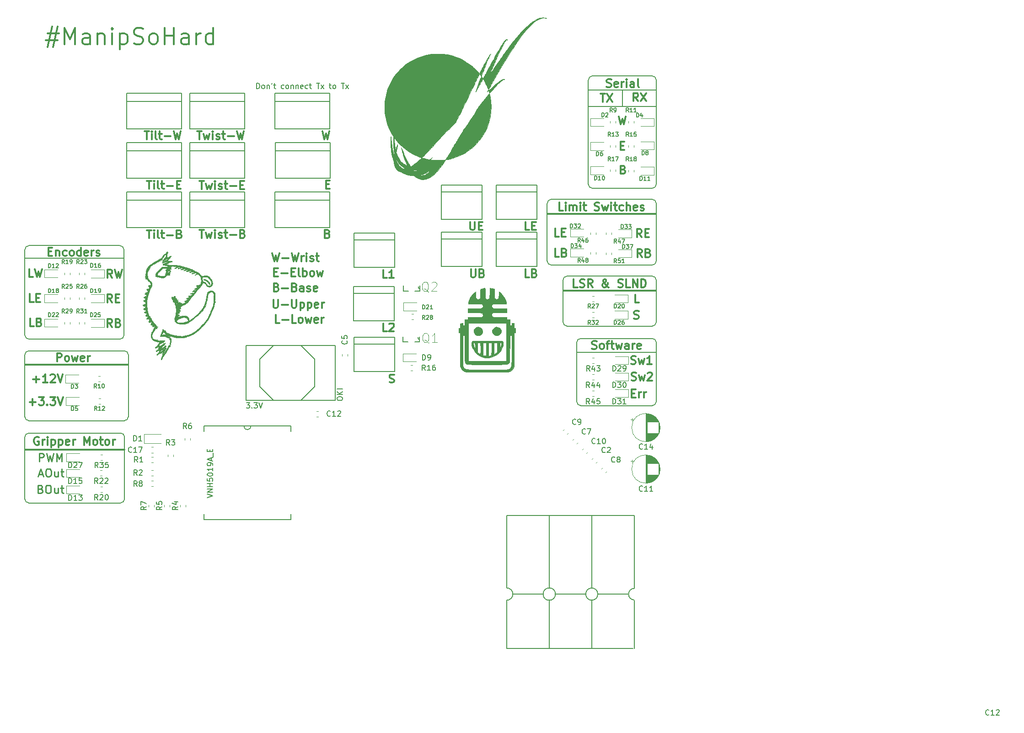
<source format=gbr>
G04 #@! TF.GenerationSoftware,KiCad,Pcbnew,(5.1.5)-2*
G04 #@! TF.CreationDate,2020-02-26T09:46:14-06:00*
G04 #@! TF.ProjectId,ArmBoard_Hardware,41726d42-6f61-4726-945f-486172647761,rev?*
G04 #@! TF.SameCoordinates,Original*
G04 #@! TF.FileFunction,Legend,Top*
G04 #@! TF.FilePolarity,Positive*
%FSLAX46Y46*%
G04 Gerber Fmt 4.6, Leading zero omitted, Abs format (unit mm)*
G04 Created by KiCad (PCBNEW (5.1.5)-2) date 2020-02-26 09:46:14*
%MOMM*%
%LPD*%
G04 APERTURE LIST*
%ADD10C,0.150000*%
%ADD11C,0.300000*%
%ADD12C,0.350000*%
%ADD13C,0.200000*%
%ADD14C,0.250000*%
%ADD15C,0.010000*%
%ADD16C,0.120000*%
%ADD17C,0.152400*%
%ADD18C,0.050000*%
G04 APERTURE END LIST*
D10*
X82851809Y-112228380D02*
X83470857Y-112228380D01*
X83137523Y-112609333D01*
X83280380Y-112609333D01*
X83375619Y-112656952D01*
X83423238Y-112704571D01*
X83470857Y-112799809D01*
X83470857Y-113037904D01*
X83423238Y-113133142D01*
X83375619Y-113180761D01*
X83280380Y-113228380D01*
X82994666Y-113228380D01*
X82899428Y-113180761D01*
X82851809Y-113133142D01*
X83899428Y-113133142D02*
X83947047Y-113180761D01*
X83899428Y-113228380D01*
X83851809Y-113180761D01*
X83899428Y-113133142D01*
X83899428Y-113228380D01*
X84280380Y-112228380D02*
X84899428Y-112228380D01*
X84566095Y-112609333D01*
X84708952Y-112609333D01*
X84804190Y-112656952D01*
X84851809Y-112704571D01*
X84899428Y-112799809D01*
X84899428Y-113037904D01*
X84851809Y-113133142D01*
X84804190Y-113180761D01*
X84708952Y-113228380D01*
X84423238Y-113228380D01*
X84328000Y-113180761D01*
X84280380Y-113133142D01*
X85185142Y-112228380D02*
X85518476Y-113228380D01*
X85851809Y-112228380D01*
D11*
X89003642Y-97452571D02*
X88289357Y-97452571D01*
X88289357Y-95952571D01*
X89503642Y-96881142D02*
X90646500Y-96881142D01*
X92075071Y-97452571D02*
X91360785Y-97452571D01*
X91360785Y-95952571D01*
X92789357Y-97452571D02*
X92646500Y-97381142D01*
X92575071Y-97309714D01*
X92503642Y-97166857D01*
X92503642Y-96738285D01*
X92575071Y-96595428D01*
X92646500Y-96524000D01*
X92789357Y-96452571D01*
X93003642Y-96452571D01*
X93146500Y-96524000D01*
X93217928Y-96595428D01*
X93289357Y-96738285D01*
X93289357Y-97166857D01*
X93217928Y-97309714D01*
X93146500Y-97381142D01*
X93003642Y-97452571D01*
X92789357Y-97452571D01*
X93789357Y-96452571D02*
X94075071Y-97452571D01*
X94360785Y-96738285D01*
X94646500Y-97452571D01*
X94932214Y-96452571D01*
X96075071Y-97381142D02*
X95932214Y-97452571D01*
X95646500Y-97452571D01*
X95503642Y-97381142D01*
X95432214Y-97238285D01*
X95432214Y-96666857D01*
X95503642Y-96524000D01*
X95646500Y-96452571D01*
X95932214Y-96452571D01*
X96075071Y-96524000D01*
X96146500Y-96666857D01*
X96146500Y-96809714D01*
X95432214Y-96952571D01*
X96789357Y-97452571D02*
X96789357Y-96452571D01*
X96789357Y-96738285D02*
X96860785Y-96595428D01*
X96932214Y-96524000D01*
X97075071Y-96452571D01*
X97217928Y-96452571D01*
X87848857Y-93158571D02*
X87848857Y-94372857D01*
X87920285Y-94515714D01*
X87991714Y-94587142D01*
X88134571Y-94658571D01*
X88420285Y-94658571D01*
X88563142Y-94587142D01*
X88634571Y-94515714D01*
X88706000Y-94372857D01*
X88706000Y-93158571D01*
X89420285Y-94087142D02*
X90563142Y-94087142D01*
X91277428Y-93158571D02*
X91277428Y-94372857D01*
X91348857Y-94515714D01*
X91420285Y-94587142D01*
X91563142Y-94658571D01*
X91848857Y-94658571D01*
X91991714Y-94587142D01*
X92063142Y-94515714D01*
X92134571Y-94372857D01*
X92134571Y-93158571D01*
X92848857Y-93658571D02*
X92848857Y-95158571D01*
X92848857Y-93730000D02*
X92991714Y-93658571D01*
X93277428Y-93658571D01*
X93420285Y-93730000D01*
X93491714Y-93801428D01*
X93563142Y-93944285D01*
X93563142Y-94372857D01*
X93491714Y-94515714D01*
X93420285Y-94587142D01*
X93277428Y-94658571D01*
X92991714Y-94658571D01*
X92848857Y-94587142D01*
X94206000Y-93658571D02*
X94206000Y-95158571D01*
X94206000Y-93730000D02*
X94348857Y-93658571D01*
X94634571Y-93658571D01*
X94777428Y-93730000D01*
X94848857Y-93801428D01*
X94920285Y-93944285D01*
X94920285Y-94372857D01*
X94848857Y-94515714D01*
X94777428Y-94587142D01*
X94634571Y-94658571D01*
X94348857Y-94658571D01*
X94206000Y-94587142D01*
X96134571Y-94587142D02*
X95991714Y-94658571D01*
X95706000Y-94658571D01*
X95563142Y-94587142D01*
X95491714Y-94444285D01*
X95491714Y-93872857D01*
X95563142Y-93730000D01*
X95706000Y-93658571D01*
X95991714Y-93658571D01*
X96134571Y-93730000D01*
X96206000Y-93872857D01*
X96206000Y-94015714D01*
X95491714Y-94158571D01*
X96848857Y-94658571D02*
X96848857Y-93658571D01*
X96848857Y-93944285D02*
X96920285Y-93801428D01*
X96991714Y-93730000D01*
X97134571Y-93658571D01*
X97277428Y-93658571D01*
X87662285Y-84522571D02*
X88019428Y-86022571D01*
X88305142Y-84951142D01*
X88590857Y-86022571D01*
X88948000Y-84522571D01*
X89519428Y-85451142D02*
X90662285Y-85451142D01*
X91233714Y-84522571D02*
X91590857Y-86022571D01*
X91876571Y-84951142D01*
X92162285Y-86022571D01*
X92519428Y-84522571D01*
X93090857Y-86022571D02*
X93090857Y-85022571D01*
X93090857Y-85308285D02*
X93162285Y-85165428D01*
X93233714Y-85094000D01*
X93376571Y-85022571D01*
X93519428Y-85022571D01*
X94019428Y-86022571D02*
X94019428Y-85022571D01*
X94019428Y-84522571D02*
X93948000Y-84594000D01*
X94019428Y-84665428D01*
X94090857Y-84594000D01*
X94019428Y-84522571D01*
X94019428Y-84665428D01*
X94662285Y-85951142D02*
X94805142Y-86022571D01*
X95090857Y-86022571D01*
X95233714Y-85951142D01*
X95305142Y-85808285D01*
X95305142Y-85736857D01*
X95233714Y-85594000D01*
X95090857Y-85522571D01*
X94876571Y-85522571D01*
X94733714Y-85451142D01*
X94662285Y-85308285D01*
X94662285Y-85236857D01*
X94733714Y-85094000D01*
X94876571Y-85022571D01*
X95090857Y-85022571D01*
X95233714Y-85094000D01*
X95733714Y-85022571D02*
X96305142Y-85022571D01*
X95948000Y-84522571D02*
X95948000Y-85808285D01*
X96019428Y-85951142D01*
X96162285Y-86022571D01*
X96305142Y-86022571D01*
X87991714Y-88030857D02*
X88491714Y-88030857D01*
X88706000Y-88816571D02*
X87991714Y-88816571D01*
X87991714Y-87316571D01*
X88706000Y-87316571D01*
X89348857Y-88245142D02*
X90491714Y-88245142D01*
X91206000Y-88030857D02*
X91706000Y-88030857D01*
X91920285Y-88816571D02*
X91206000Y-88816571D01*
X91206000Y-87316571D01*
X91920285Y-87316571D01*
X92777428Y-88816571D02*
X92634571Y-88745142D01*
X92563142Y-88602285D01*
X92563142Y-87316571D01*
X93348857Y-88816571D02*
X93348857Y-87316571D01*
X93348857Y-87888000D02*
X93491714Y-87816571D01*
X93777428Y-87816571D01*
X93920285Y-87888000D01*
X93991714Y-87959428D01*
X94063142Y-88102285D01*
X94063142Y-88530857D01*
X93991714Y-88673714D01*
X93920285Y-88745142D01*
X93777428Y-88816571D01*
X93491714Y-88816571D01*
X93348857Y-88745142D01*
X94920285Y-88816571D02*
X94777428Y-88745142D01*
X94706000Y-88673714D01*
X94634571Y-88530857D01*
X94634571Y-88102285D01*
X94706000Y-87959428D01*
X94777428Y-87888000D01*
X94920285Y-87816571D01*
X95134571Y-87816571D01*
X95277428Y-87888000D01*
X95348857Y-87959428D01*
X95420285Y-88102285D01*
X95420285Y-88530857D01*
X95348857Y-88673714D01*
X95277428Y-88745142D01*
X95134571Y-88816571D01*
X94920285Y-88816571D01*
X95920285Y-87816571D02*
X96206000Y-88816571D01*
X96491714Y-88102285D01*
X96777428Y-88816571D01*
X97063142Y-87816571D01*
X88448000Y-90824857D02*
X88662285Y-90896285D01*
X88733714Y-90967714D01*
X88805142Y-91110571D01*
X88805142Y-91324857D01*
X88733714Y-91467714D01*
X88662285Y-91539142D01*
X88519428Y-91610571D01*
X87948000Y-91610571D01*
X87948000Y-90110571D01*
X88448000Y-90110571D01*
X88590857Y-90182000D01*
X88662285Y-90253428D01*
X88733714Y-90396285D01*
X88733714Y-90539142D01*
X88662285Y-90682000D01*
X88590857Y-90753428D01*
X88448000Y-90824857D01*
X87948000Y-90824857D01*
X89448000Y-91039142D02*
X90590857Y-91039142D01*
X91805142Y-90824857D02*
X92019428Y-90896285D01*
X92090857Y-90967714D01*
X92162285Y-91110571D01*
X92162285Y-91324857D01*
X92090857Y-91467714D01*
X92019428Y-91539142D01*
X91876571Y-91610571D01*
X91305142Y-91610571D01*
X91305142Y-90110571D01*
X91805142Y-90110571D01*
X91948000Y-90182000D01*
X92019428Y-90253428D01*
X92090857Y-90396285D01*
X92090857Y-90539142D01*
X92019428Y-90682000D01*
X91948000Y-90753428D01*
X91805142Y-90824857D01*
X91305142Y-90824857D01*
X93448000Y-91610571D02*
X93448000Y-90824857D01*
X93376571Y-90682000D01*
X93233714Y-90610571D01*
X92948000Y-90610571D01*
X92805142Y-90682000D01*
X93448000Y-91539142D02*
X93305142Y-91610571D01*
X92948000Y-91610571D01*
X92805142Y-91539142D01*
X92733714Y-91396285D01*
X92733714Y-91253428D01*
X92805142Y-91110571D01*
X92948000Y-91039142D01*
X93305142Y-91039142D01*
X93448000Y-90967714D01*
X94090857Y-91539142D02*
X94233714Y-91610571D01*
X94519428Y-91610571D01*
X94662285Y-91539142D01*
X94733714Y-91396285D01*
X94733714Y-91324857D01*
X94662285Y-91182000D01*
X94519428Y-91110571D01*
X94305142Y-91110571D01*
X94162285Y-91039142D01*
X94090857Y-90896285D01*
X94090857Y-90824857D01*
X94162285Y-90682000D01*
X94305142Y-90610571D01*
X94519428Y-90610571D01*
X94662285Y-90682000D01*
X95948000Y-91539142D02*
X95805142Y-91610571D01*
X95519428Y-91610571D01*
X95376571Y-91539142D01*
X95305142Y-91396285D01*
X95305142Y-90824857D01*
X95376571Y-90682000D01*
X95519428Y-90610571D01*
X95805142Y-90610571D01*
X95948000Y-90682000D01*
X96019428Y-90824857D01*
X96019428Y-90967714D01*
X95305142Y-91110571D01*
D12*
X46039433Y-43807143D02*
X48182290Y-43807143D01*
X46896576Y-42521429D02*
X46039433Y-46378570D01*
X47896575Y-45092856D02*
X45753719Y-45092856D01*
X47039433Y-46378570D02*
X47896575Y-42521429D01*
X49182289Y-45807142D02*
X49182289Y-42807143D01*
X50182289Y-44949999D01*
X51182289Y-42807143D01*
X51182289Y-45807142D01*
X53896573Y-45807142D02*
X53896573Y-44235714D01*
X53753716Y-43950000D01*
X53468002Y-43807143D01*
X52896574Y-43807143D01*
X52610860Y-43950000D01*
X53896573Y-45664285D02*
X53610859Y-45807142D01*
X52896574Y-45807142D01*
X52610860Y-45664285D01*
X52468003Y-45378571D01*
X52468003Y-45092856D01*
X52610860Y-44807142D01*
X52896574Y-44664285D01*
X53610859Y-44664285D01*
X53896573Y-44521428D01*
X55325144Y-43807143D02*
X55325144Y-45807142D01*
X55325144Y-44092857D02*
X55468002Y-43950000D01*
X55753716Y-43807143D01*
X56182287Y-43807143D01*
X56468001Y-43950000D01*
X56610858Y-44235714D01*
X56610858Y-45807142D01*
X58039429Y-45807142D02*
X58039429Y-43807143D01*
X58039429Y-42807143D02*
X57896572Y-42950000D01*
X58039429Y-43092857D01*
X58182286Y-42950000D01*
X58039429Y-42807143D01*
X58039429Y-43092857D01*
X59468000Y-43807143D02*
X59468000Y-46807142D01*
X59468000Y-43950000D02*
X59753714Y-43807143D01*
X60325143Y-43807143D01*
X60610857Y-43950000D01*
X60753714Y-44092857D01*
X60896571Y-44378571D01*
X60896571Y-45235714D01*
X60753714Y-45521428D01*
X60610857Y-45664285D01*
X60325143Y-45807142D01*
X59753714Y-45807142D01*
X59468000Y-45664285D01*
X62039428Y-45664285D02*
X62467999Y-45807142D01*
X63182285Y-45807142D01*
X63467999Y-45664285D01*
X63610856Y-45521428D01*
X63753713Y-45235714D01*
X63753713Y-44949999D01*
X63610856Y-44664285D01*
X63467999Y-44521428D01*
X63182285Y-44378571D01*
X62610856Y-44235714D01*
X62325142Y-44092857D01*
X62182285Y-43950000D01*
X62039428Y-43664285D01*
X62039428Y-43378571D01*
X62182285Y-43092857D01*
X62325142Y-42950000D01*
X62610856Y-42807143D01*
X63325142Y-42807143D01*
X63753713Y-42950000D01*
X65467998Y-45807142D02*
X65182284Y-45664285D01*
X65039427Y-45521428D01*
X64896570Y-45235714D01*
X64896570Y-44378571D01*
X65039427Y-44092857D01*
X65182284Y-43950000D01*
X65467998Y-43807143D01*
X65896569Y-43807143D01*
X66182284Y-43950000D01*
X66325141Y-44092857D01*
X66467998Y-44378571D01*
X66467998Y-45235714D01*
X66325141Y-45521428D01*
X66182284Y-45664285D01*
X65896569Y-45807142D01*
X65467998Y-45807142D01*
X67753712Y-45807142D02*
X67753712Y-42807143D01*
X67753712Y-44235714D02*
X69467997Y-44235714D01*
X69467997Y-45807142D02*
X69467997Y-42807143D01*
X72182282Y-45807142D02*
X72182282Y-44235714D01*
X72039425Y-43950000D01*
X71753710Y-43807143D01*
X71182282Y-43807143D01*
X70896568Y-43950000D01*
X72182282Y-45664285D02*
X71896567Y-45807142D01*
X71182282Y-45807142D01*
X70896568Y-45664285D01*
X70753711Y-45378571D01*
X70753711Y-45092856D01*
X70896568Y-44807142D01*
X71182282Y-44664285D01*
X71896567Y-44664285D01*
X72182282Y-44521428D01*
X73610853Y-45807142D02*
X73610853Y-43807143D01*
X73610853Y-44378571D02*
X73753710Y-44092857D01*
X73896567Y-43950000D01*
X74182281Y-43807143D01*
X74467995Y-43807143D01*
X76753709Y-45807142D02*
X76753709Y-42807143D01*
X76753709Y-45664285D02*
X76467995Y-45807142D01*
X75896566Y-45807142D01*
X75610852Y-45664285D01*
X75467995Y-45521428D01*
X75325138Y-45235714D01*
X75325138Y-44378571D01*
X75467995Y-44092857D01*
X75610852Y-43950000D01*
X75896566Y-43807143D01*
X76467995Y-43807143D01*
X76753709Y-43950000D01*
D10*
X158750000Y-71755000D02*
G75*
G02X157988000Y-72517000I-762000J0D01*
G01*
X158750000Y-57023000D02*
X158750000Y-52451000D01*
X158750000Y-62357000D02*
X158750000Y-57023000D01*
X158750000Y-71755000D02*
X158750000Y-62357000D01*
X157988000Y-51689000D02*
G75*
G02X158750000Y-52451000I0J-762000D01*
G01*
X146939000Y-51689000D02*
X157988000Y-51689000D01*
X154178000Y-72517000D02*
X157988000Y-72517000D01*
X146939000Y-72517000D02*
X154178000Y-72517000D01*
X146939000Y-72517000D02*
G75*
G02X146177000Y-71755000I0J762000D01*
G01*
X146177000Y-52451000D02*
X146177000Y-71755000D01*
X59448700Y-83134200D02*
G75*
G02X60210700Y-83896200I0J-762000D01*
G01*
X60210700Y-99707700D02*
X60210700Y-83896200D01*
X60210700Y-99707700D02*
G75*
G02X59448700Y-100469700I-762000J0D01*
G01*
X42621200Y-100469700D02*
X59448700Y-100469700D01*
X42621200Y-100469700D02*
G75*
G02X41859200Y-99707700I0J762000D01*
G01*
X41859200Y-87896700D02*
X41859200Y-99707700D01*
X41859200Y-83896200D02*
X41859200Y-87896700D01*
X42621200Y-83134200D02*
X59448700Y-83134200D01*
X41859200Y-83896200D02*
G75*
G02X42621200Y-83134200I762000J0D01*
G01*
D11*
X46225414Y-84233557D02*
X46725414Y-84233557D01*
X46939700Y-85019271D02*
X46225414Y-85019271D01*
X46225414Y-83519271D01*
X46939700Y-83519271D01*
X47582557Y-84019271D02*
X47582557Y-85019271D01*
X47582557Y-84162128D02*
X47653985Y-84090700D01*
X47796842Y-84019271D01*
X48011128Y-84019271D01*
X48153985Y-84090700D01*
X48225414Y-84233557D01*
X48225414Y-85019271D01*
X49582557Y-84947842D02*
X49439700Y-85019271D01*
X49153985Y-85019271D01*
X49011128Y-84947842D01*
X48939700Y-84876414D01*
X48868271Y-84733557D01*
X48868271Y-84304985D01*
X48939700Y-84162128D01*
X49011128Y-84090700D01*
X49153985Y-84019271D01*
X49439700Y-84019271D01*
X49582557Y-84090700D01*
X50439700Y-85019271D02*
X50296842Y-84947842D01*
X50225414Y-84876414D01*
X50153985Y-84733557D01*
X50153985Y-84304985D01*
X50225414Y-84162128D01*
X50296842Y-84090700D01*
X50439700Y-84019271D01*
X50653985Y-84019271D01*
X50796842Y-84090700D01*
X50868271Y-84162128D01*
X50939700Y-84304985D01*
X50939700Y-84733557D01*
X50868271Y-84876414D01*
X50796842Y-84947842D01*
X50653985Y-85019271D01*
X50439700Y-85019271D01*
X52225414Y-85019271D02*
X52225414Y-83519271D01*
X52225414Y-84947842D02*
X52082557Y-85019271D01*
X51796842Y-85019271D01*
X51653985Y-84947842D01*
X51582557Y-84876414D01*
X51511128Y-84733557D01*
X51511128Y-84304985D01*
X51582557Y-84162128D01*
X51653985Y-84090700D01*
X51796842Y-84019271D01*
X52082557Y-84019271D01*
X52225414Y-84090700D01*
X53511128Y-84947842D02*
X53368271Y-85019271D01*
X53082557Y-85019271D01*
X52939700Y-84947842D01*
X52868271Y-84804985D01*
X52868271Y-84233557D01*
X52939700Y-84090700D01*
X53082557Y-84019271D01*
X53368271Y-84019271D01*
X53511128Y-84090700D01*
X53582557Y-84233557D01*
X53582557Y-84376414D01*
X52868271Y-84519271D01*
X54225414Y-85019271D02*
X54225414Y-84019271D01*
X54225414Y-84304985D02*
X54296842Y-84162128D01*
X54368271Y-84090700D01*
X54511128Y-84019271D01*
X54653985Y-84019271D01*
X55082557Y-84947842D02*
X55225414Y-85019271D01*
X55511128Y-85019271D01*
X55653985Y-84947842D01*
X55725414Y-84804985D01*
X55725414Y-84733557D01*
X55653985Y-84590700D01*
X55511128Y-84519271D01*
X55296842Y-84519271D01*
X55153985Y-84447842D01*
X55082557Y-84304985D01*
X55082557Y-84233557D01*
X55153985Y-84090700D01*
X55296842Y-84019271D01*
X55511128Y-84019271D01*
X55653985Y-84090700D01*
D10*
X60261500Y-102616000D02*
G75*
G02X61023500Y-103378000I0J-762000D01*
G01*
X61023500Y-114808000D02*
X61023500Y-103378000D01*
X61023500Y-114808000D02*
G75*
G02X60261500Y-115570000I-762000J0D01*
G01*
X42608500Y-115570000D02*
X60261500Y-115570000D01*
X42608500Y-115570000D02*
G75*
G02X41846500Y-114808000I0J762000D01*
G01*
X41846500Y-114236500D02*
X41846500Y-114808000D01*
X41846500Y-109791500D02*
X41846500Y-114236500D01*
X41846500Y-103378000D02*
X41846500Y-109791500D01*
X55499000Y-102616000D02*
X60261500Y-102616000D01*
X42608500Y-102616000D02*
X55499000Y-102616000D01*
X41846500Y-103378000D02*
G75*
G02X42608500Y-102616000I762000J0D01*
G01*
X41846500Y-118618000D02*
G75*
G02X42608500Y-117856000I762000J0D01*
G01*
X45085000Y-117856000D02*
X42608500Y-117856000D01*
X59563000Y-117856000D02*
X45085000Y-117856000D01*
X59563000Y-117856000D02*
G75*
G02X60325000Y-118618000I0J-762000D01*
G01*
X60325000Y-130048000D02*
X60325000Y-118618000D01*
X60325000Y-130048000D02*
G75*
G02X59563000Y-130810000I-762000J0D01*
G01*
X42608500Y-130810000D02*
X59563000Y-130810000D01*
X42608500Y-130810000D02*
G75*
G02X41846500Y-130048000I0J762000D01*
G01*
X146177000Y-52451000D02*
G75*
G02X146939000Y-51689000I762000J0D01*
G01*
D11*
X149562714Y-53693142D02*
X149777000Y-53764571D01*
X150134142Y-53764571D01*
X150277000Y-53693142D01*
X150348428Y-53621714D01*
X150419857Y-53478857D01*
X150419857Y-53336000D01*
X150348428Y-53193142D01*
X150277000Y-53121714D01*
X150134142Y-53050285D01*
X149848428Y-52978857D01*
X149705571Y-52907428D01*
X149634142Y-52836000D01*
X149562714Y-52693142D01*
X149562714Y-52550285D01*
X149634142Y-52407428D01*
X149705571Y-52336000D01*
X149848428Y-52264571D01*
X150205571Y-52264571D01*
X150419857Y-52336000D01*
X151634142Y-53693142D02*
X151491285Y-53764571D01*
X151205571Y-53764571D01*
X151062714Y-53693142D01*
X150991285Y-53550285D01*
X150991285Y-52978857D01*
X151062714Y-52836000D01*
X151205571Y-52764571D01*
X151491285Y-52764571D01*
X151634142Y-52836000D01*
X151705571Y-52978857D01*
X151705571Y-53121714D01*
X150991285Y-53264571D01*
X152348428Y-53764571D02*
X152348428Y-52764571D01*
X152348428Y-53050285D02*
X152419857Y-52907428D01*
X152491285Y-52836000D01*
X152634142Y-52764571D01*
X152777000Y-52764571D01*
X153277000Y-53764571D02*
X153277000Y-52764571D01*
X153277000Y-52264571D02*
X153205571Y-52336000D01*
X153277000Y-52407428D01*
X153348428Y-52336000D01*
X153277000Y-52264571D01*
X153277000Y-52407428D01*
X154634142Y-53764571D02*
X154634142Y-52978857D01*
X154562714Y-52836000D01*
X154419857Y-52764571D01*
X154134142Y-52764571D01*
X153991285Y-52836000D01*
X154634142Y-53693142D02*
X154491285Y-53764571D01*
X154134142Y-53764571D01*
X153991285Y-53693142D01*
X153919857Y-53550285D01*
X153919857Y-53407428D01*
X153991285Y-53264571D01*
X154134142Y-53193142D01*
X154491285Y-53193142D01*
X154634142Y-53121714D01*
X155562714Y-53764571D02*
X155419857Y-53693142D01*
X155348428Y-53550285D01*
X155348428Y-52264571D01*
D10*
X142240000Y-98044000D02*
X157988000Y-98044000D01*
X142240000Y-98044000D02*
G75*
G02X141478000Y-97282000I0J762000D01*
G01*
X141478000Y-97282000D02*
X141478000Y-89535000D01*
X141478000Y-89535000D02*
G75*
G02X142240000Y-88773000I762000J0D01*
G01*
X157988000Y-88773000D02*
X142240000Y-88773000D01*
X157988000Y-88773000D02*
G75*
G02X158750000Y-89535000I0J-762000D01*
G01*
X158750000Y-94488000D02*
X158750000Y-89535000D01*
X158750000Y-94488000D02*
X158750000Y-97282000D01*
X158750000Y-97282000D02*
G75*
G02X157988000Y-98044000I-762000J0D01*
G01*
X144018000Y-101092000D02*
G75*
G02X144780000Y-100330000I762000J0D01*
G01*
X158750000Y-103632000D02*
X158750000Y-101092000D01*
X157988000Y-100330000D02*
X144780000Y-100330000D01*
X157988000Y-100330000D02*
G75*
G02X158750000Y-101092000I0J-762000D01*
G01*
X158750000Y-112014000D02*
X158750000Y-103632000D01*
X158750000Y-112014000D02*
G75*
G02X157988000Y-112776000I-762000J0D01*
G01*
X144780000Y-112776000D02*
X157988000Y-112776000D01*
X144018000Y-101092000D02*
X144018000Y-112014000D01*
X144780000Y-112776000D02*
G75*
G02X144018000Y-112014000I0J762000D01*
G01*
D11*
X146848285Y-102207142D02*
X147062571Y-102278571D01*
X147419714Y-102278571D01*
X147562571Y-102207142D01*
X147634000Y-102135714D01*
X147705428Y-101992857D01*
X147705428Y-101850000D01*
X147634000Y-101707142D01*
X147562571Y-101635714D01*
X147419714Y-101564285D01*
X147134000Y-101492857D01*
X146991142Y-101421428D01*
X146919714Y-101350000D01*
X146848285Y-101207142D01*
X146848285Y-101064285D01*
X146919714Y-100921428D01*
X146991142Y-100850000D01*
X147134000Y-100778571D01*
X147491142Y-100778571D01*
X147705428Y-100850000D01*
X148562571Y-102278571D02*
X148419714Y-102207142D01*
X148348285Y-102135714D01*
X148276857Y-101992857D01*
X148276857Y-101564285D01*
X148348285Y-101421428D01*
X148419714Y-101350000D01*
X148562571Y-101278571D01*
X148776857Y-101278571D01*
X148919714Y-101350000D01*
X148991142Y-101421428D01*
X149062571Y-101564285D01*
X149062571Y-101992857D01*
X148991142Y-102135714D01*
X148919714Y-102207142D01*
X148776857Y-102278571D01*
X148562571Y-102278571D01*
X149491142Y-101278571D02*
X150062571Y-101278571D01*
X149705428Y-102278571D02*
X149705428Y-100992857D01*
X149776857Y-100850000D01*
X149919714Y-100778571D01*
X150062571Y-100778571D01*
X150348285Y-101278571D02*
X150919714Y-101278571D01*
X150562571Y-100778571D02*
X150562571Y-102064285D01*
X150634000Y-102207142D01*
X150776857Y-102278571D01*
X150919714Y-102278571D01*
X151276857Y-101278571D02*
X151562571Y-102278571D01*
X151848285Y-101564285D01*
X152134000Y-102278571D01*
X152419714Y-101278571D01*
X153634000Y-102278571D02*
X153634000Y-101492857D01*
X153562571Y-101350000D01*
X153419714Y-101278571D01*
X153134000Y-101278571D01*
X152991142Y-101350000D01*
X153634000Y-102207142D02*
X153491142Y-102278571D01*
X153134000Y-102278571D01*
X152991142Y-102207142D01*
X152919714Y-102064285D01*
X152919714Y-101921428D01*
X152991142Y-101778571D01*
X153134000Y-101707142D01*
X153491142Y-101707142D01*
X153634000Y-101635714D01*
X154348285Y-102278571D02*
X154348285Y-101278571D01*
X154348285Y-101564285D02*
X154419714Y-101421428D01*
X154491142Y-101350000D01*
X154634000Y-101278571D01*
X154776857Y-101278571D01*
X155848285Y-102207142D02*
X155705428Y-102278571D01*
X155419714Y-102278571D01*
X155276857Y-102207142D01*
X155205428Y-102064285D01*
X155205428Y-101492857D01*
X155276857Y-101350000D01*
X155419714Y-101278571D01*
X155705428Y-101278571D01*
X155848285Y-101350000D01*
X155919714Y-101492857D01*
X155919714Y-101635714D01*
X155205428Y-101778571D01*
D10*
X138557000Y-75311000D02*
X138557000Y-85979000D01*
X138557000Y-75311000D02*
G75*
G02X139319000Y-74549000I762000J0D01*
G01*
X139319000Y-86741000D02*
G75*
G02X138557000Y-85979000I0J762000D01*
G01*
X158750000Y-85979000D02*
G75*
G02X157988000Y-86741000I-762000J0D01*
G01*
X139319000Y-86741000D02*
X157988000Y-86741000D01*
X158750000Y-81026000D02*
X158750000Y-85979000D01*
X158750000Y-75311000D02*
X158750000Y-81026000D01*
X157988000Y-74549000D02*
G75*
G02X158750000Y-75311000I0J-762000D01*
G01*
X139319000Y-74549000D02*
X157988000Y-74549000D01*
X41846500Y-118618000D02*
X41846500Y-130048000D01*
D11*
X58039842Y-89083271D02*
X57539842Y-88368985D01*
X57182700Y-89083271D02*
X57182700Y-87583271D01*
X57754128Y-87583271D01*
X57896985Y-87654700D01*
X57968414Y-87726128D01*
X58039842Y-87868985D01*
X58039842Y-88083271D01*
X57968414Y-88226128D01*
X57896985Y-88297557D01*
X57754128Y-88368985D01*
X57182700Y-88368985D01*
X58539842Y-87583271D02*
X58896985Y-89083271D01*
X59182700Y-88011842D01*
X59468414Y-89083271D01*
X59825557Y-87583271D01*
X58027914Y-93655271D02*
X57527914Y-92940985D01*
X57170771Y-93655271D02*
X57170771Y-92155271D01*
X57742200Y-92155271D01*
X57885057Y-92226700D01*
X57956485Y-92298128D01*
X58027914Y-92440985D01*
X58027914Y-92655271D01*
X57956485Y-92798128D01*
X57885057Y-92869557D01*
X57742200Y-92940985D01*
X57170771Y-92940985D01*
X58670771Y-92869557D02*
X59170771Y-92869557D01*
X59385057Y-93655271D02*
X58670771Y-93655271D01*
X58670771Y-92155271D01*
X59385057Y-92155271D01*
X58019985Y-98227271D02*
X57519985Y-97512985D01*
X57162842Y-98227271D02*
X57162842Y-96727271D01*
X57734271Y-96727271D01*
X57877128Y-96798700D01*
X57948557Y-96870128D01*
X58019985Y-97012985D01*
X58019985Y-97227271D01*
X57948557Y-97370128D01*
X57877128Y-97441557D01*
X57734271Y-97512985D01*
X57162842Y-97512985D01*
X59162842Y-97441557D02*
X59377128Y-97512985D01*
X59448557Y-97584414D01*
X59519985Y-97727271D01*
X59519985Y-97941557D01*
X59448557Y-98084414D01*
X59377128Y-98155842D01*
X59234271Y-98227271D01*
X58662842Y-98227271D01*
X58662842Y-96727271D01*
X59162842Y-96727271D01*
X59305700Y-96798700D01*
X59377128Y-96870128D01*
X59448557Y-97012985D01*
X59448557Y-97155842D01*
X59377128Y-97298700D01*
X59305700Y-97370128D01*
X59162842Y-97441557D01*
X58662842Y-97441557D01*
X43541985Y-98100271D02*
X42827700Y-98100271D01*
X42827700Y-96600271D01*
X44541985Y-97314557D02*
X44756271Y-97385985D01*
X44827700Y-97457414D01*
X44899128Y-97600271D01*
X44899128Y-97814557D01*
X44827700Y-97957414D01*
X44756271Y-98028842D01*
X44613414Y-98100271D01*
X44041985Y-98100271D01*
X44041985Y-96600271D01*
X44541985Y-96600271D01*
X44684842Y-96671700D01*
X44756271Y-96743128D01*
X44827700Y-96885985D01*
X44827700Y-97028842D01*
X44756271Y-97171700D01*
X44684842Y-97243128D01*
X44541985Y-97314557D01*
X44041985Y-97314557D01*
X43486414Y-93591771D02*
X42772128Y-93591771D01*
X42772128Y-92091771D01*
X43986414Y-92806057D02*
X44486414Y-92806057D01*
X44700700Y-93591771D02*
X43986414Y-93591771D01*
X43986414Y-92091771D01*
X44700700Y-92091771D01*
X43371342Y-88956271D02*
X42657057Y-88956271D01*
X42657057Y-87456271D01*
X43728485Y-87456271D02*
X44085628Y-88956271D01*
X44371342Y-87884842D01*
X44657057Y-88956271D01*
X45014200Y-87456271D01*
X64405285Y-80268071D02*
X65262428Y-80268071D01*
X64833857Y-81768071D02*
X64833857Y-80268071D01*
X65762428Y-81768071D02*
X65762428Y-80768071D01*
X65762428Y-80268071D02*
X65691000Y-80339500D01*
X65762428Y-80410928D01*
X65833857Y-80339500D01*
X65762428Y-80268071D01*
X65762428Y-80410928D01*
X66691000Y-81768071D02*
X66548142Y-81696642D01*
X66476714Y-81553785D01*
X66476714Y-80268071D01*
X67048142Y-80768071D02*
X67619571Y-80768071D01*
X67262428Y-80268071D02*
X67262428Y-81553785D01*
X67333857Y-81696642D01*
X67476714Y-81768071D01*
X67619571Y-81768071D01*
X68119571Y-81196642D02*
X69262428Y-81196642D01*
X70476714Y-80982357D02*
X70691000Y-81053785D01*
X70762428Y-81125214D01*
X70833857Y-81268071D01*
X70833857Y-81482357D01*
X70762428Y-81625214D01*
X70691000Y-81696642D01*
X70548142Y-81768071D01*
X69976714Y-81768071D01*
X69976714Y-80268071D01*
X70476714Y-80268071D01*
X70619571Y-80339500D01*
X70691000Y-80410928D01*
X70762428Y-80553785D01*
X70762428Y-80696642D01*
X70691000Y-80839500D01*
X70619571Y-80910928D01*
X70476714Y-80982357D01*
X69976714Y-80982357D01*
X64413214Y-71124071D02*
X65270357Y-71124071D01*
X64841785Y-72624071D02*
X64841785Y-71124071D01*
X65770357Y-72624071D02*
X65770357Y-71624071D01*
X65770357Y-71124071D02*
X65698928Y-71195500D01*
X65770357Y-71266928D01*
X65841785Y-71195500D01*
X65770357Y-71124071D01*
X65770357Y-71266928D01*
X66698928Y-72624071D02*
X66556071Y-72552642D01*
X66484642Y-72409785D01*
X66484642Y-71124071D01*
X67056071Y-71624071D02*
X67627500Y-71624071D01*
X67270357Y-71124071D02*
X67270357Y-72409785D01*
X67341785Y-72552642D01*
X67484642Y-72624071D01*
X67627500Y-72624071D01*
X68127500Y-72052642D02*
X69270357Y-72052642D01*
X69984642Y-71838357D02*
X70484642Y-71838357D01*
X70698928Y-72624071D02*
X69984642Y-72624071D01*
X69984642Y-71124071D01*
X70698928Y-71124071D01*
X135223285Y-89007071D02*
X134509000Y-89007071D01*
X134509000Y-87507071D01*
X136223285Y-88221357D02*
X136437571Y-88292785D01*
X136509000Y-88364214D01*
X136580428Y-88507071D01*
X136580428Y-88721357D01*
X136509000Y-88864214D01*
X136437571Y-88935642D01*
X136294714Y-89007071D01*
X135723285Y-89007071D01*
X135723285Y-87507071D01*
X136223285Y-87507071D01*
X136366142Y-87578500D01*
X136437571Y-87649928D01*
X136509000Y-87792785D01*
X136509000Y-87935642D01*
X136437571Y-88078500D01*
X136366142Y-88149928D01*
X136223285Y-88221357D01*
X135723285Y-88221357D01*
X135231214Y-80244071D02*
X134516928Y-80244071D01*
X134516928Y-78744071D01*
X135731214Y-79458357D02*
X136231214Y-79458357D01*
X136445500Y-80244071D02*
X135731214Y-80244071D01*
X135731214Y-78744071D01*
X136445500Y-78744071D01*
X124424428Y-87507071D02*
X124424428Y-88721357D01*
X124495857Y-88864214D01*
X124567285Y-88935642D01*
X124710142Y-89007071D01*
X124995857Y-89007071D01*
X125138714Y-88935642D01*
X125210142Y-88864214D01*
X125281571Y-88721357D01*
X125281571Y-87507071D01*
X126495857Y-88221357D02*
X126710142Y-88292785D01*
X126781571Y-88364214D01*
X126853000Y-88507071D01*
X126853000Y-88721357D01*
X126781571Y-88864214D01*
X126710142Y-88935642D01*
X126567285Y-89007071D01*
X125995857Y-89007071D01*
X125995857Y-87507071D01*
X126495857Y-87507071D01*
X126638714Y-87578500D01*
X126710142Y-87649928D01*
X126781571Y-87792785D01*
X126781571Y-87935642D01*
X126710142Y-88078500D01*
X126638714Y-88149928D01*
X126495857Y-88221357D01*
X125995857Y-88221357D01*
X124305357Y-78744071D02*
X124305357Y-79958357D01*
X124376785Y-80101214D01*
X124448214Y-80172642D01*
X124591071Y-80244071D01*
X124876785Y-80244071D01*
X125019642Y-80172642D01*
X125091071Y-80101214D01*
X125162500Y-79958357D01*
X125162500Y-78744071D01*
X125876785Y-79458357D02*
X126376785Y-79458357D01*
X126591071Y-80244071D02*
X125876785Y-80244071D01*
X125876785Y-78744071D01*
X126591071Y-78744071D01*
X110220071Y-107088857D02*
X110005785Y-107017428D01*
X109648642Y-107017428D01*
X109505785Y-107088857D01*
X109434357Y-107160285D01*
X109362928Y-107303142D01*
X109362928Y-107446000D01*
X109434357Y-107588857D01*
X109505785Y-107660285D01*
X109648642Y-107731714D01*
X109934357Y-107803142D01*
X110077214Y-107874571D01*
X110148642Y-107946000D01*
X110220071Y-108088857D01*
X110220071Y-108231714D01*
X110148642Y-108374571D01*
X110077214Y-108446000D01*
X109934357Y-108517428D01*
X109577214Y-108517428D01*
X109362928Y-108446000D01*
X108906500Y-99040071D02*
X108192214Y-99040071D01*
X108192214Y-97540071D01*
X109335071Y-97682928D02*
X109406500Y-97611500D01*
X109549357Y-97540071D01*
X109906500Y-97540071D01*
X110049357Y-97611500D01*
X110120785Y-97682928D01*
X110192214Y-97825785D01*
X110192214Y-97968642D01*
X110120785Y-98182928D01*
X109263642Y-99040071D01*
X110192214Y-99040071D01*
X108906500Y-89134071D02*
X108192214Y-89134071D01*
X108192214Y-87634071D01*
X110192214Y-89134071D02*
X109335071Y-89134071D01*
X109763642Y-89134071D02*
X109763642Y-87634071D01*
X109620785Y-87848357D01*
X109477928Y-87991214D01*
X109335071Y-88062642D01*
D13*
X60185300Y-85483700D02*
X41884600Y-85483700D01*
D11*
X154198000Y-110509857D02*
X154698000Y-110509857D01*
X154912285Y-111295571D02*
X154198000Y-111295571D01*
X154198000Y-109795571D01*
X154912285Y-109795571D01*
X155555142Y-111295571D02*
X155555142Y-110295571D01*
X155555142Y-110581285D02*
X155626571Y-110438428D01*
X155698000Y-110367000D01*
X155840857Y-110295571D01*
X155983714Y-110295571D01*
X156483714Y-111295571D02*
X156483714Y-110295571D01*
X156483714Y-110581285D02*
X156555142Y-110438428D01*
X156626571Y-110367000D01*
X156769428Y-110295571D01*
X156912285Y-110295571D01*
X154154428Y-108049142D02*
X154368714Y-108120571D01*
X154725857Y-108120571D01*
X154868714Y-108049142D01*
X154940142Y-107977714D01*
X155011571Y-107834857D01*
X155011571Y-107692000D01*
X154940142Y-107549142D01*
X154868714Y-107477714D01*
X154725857Y-107406285D01*
X154440142Y-107334857D01*
X154297285Y-107263428D01*
X154225857Y-107192000D01*
X154154428Y-107049142D01*
X154154428Y-106906285D01*
X154225857Y-106763428D01*
X154297285Y-106692000D01*
X154440142Y-106620571D01*
X154797285Y-106620571D01*
X155011571Y-106692000D01*
X155511571Y-107120571D02*
X155797285Y-108120571D01*
X156083000Y-107406285D01*
X156368714Y-108120571D01*
X156654428Y-107120571D01*
X157154428Y-106763428D02*
X157225857Y-106692000D01*
X157368714Y-106620571D01*
X157725857Y-106620571D01*
X157868714Y-106692000D01*
X157940142Y-106763428D01*
X158011571Y-106906285D01*
X158011571Y-107049142D01*
X157940142Y-107263428D01*
X157083000Y-108120571D01*
X158011571Y-108120571D01*
X154090928Y-105001142D02*
X154305214Y-105072571D01*
X154662357Y-105072571D01*
X154805214Y-105001142D01*
X154876642Y-104929714D01*
X154948071Y-104786857D01*
X154948071Y-104644000D01*
X154876642Y-104501142D01*
X154805214Y-104429714D01*
X154662357Y-104358285D01*
X154376642Y-104286857D01*
X154233785Y-104215428D01*
X154162357Y-104144000D01*
X154090928Y-104001142D01*
X154090928Y-103858285D01*
X154162357Y-103715428D01*
X154233785Y-103644000D01*
X154376642Y-103572571D01*
X154733785Y-103572571D01*
X154948071Y-103644000D01*
X155448071Y-104072571D02*
X155733785Y-105072571D01*
X156019500Y-104358285D01*
X156305214Y-105072571D01*
X156590928Y-104072571D01*
X157948071Y-105072571D02*
X157090928Y-105072571D01*
X157519500Y-105072571D02*
X157519500Y-103572571D01*
X157376642Y-103786857D01*
X157233785Y-103929714D01*
X157090928Y-104001142D01*
X96956642Y-61916571D02*
X97313785Y-63416571D01*
X97599500Y-62345142D01*
X97885214Y-63416571D01*
X98242357Y-61916571D01*
X97595571Y-71774857D02*
X98095571Y-71774857D01*
X98309857Y-72560571D02*
X97595571Y-72560571D01*
X97595571Y-71060571D01*
X98309857Y-71060571D01*
X97897142Y-80918857D02*
X98111428Y-80990285D01*
X98182857Y-81061714D01*
X98254285Y-81204571D01*
X98254285Y-81418857D01*
X98182857Y-81561714D01*
X98111428Y-81633142D01*
X97968571Y-81704571D01*
X97397142Y-81704571D01*
X97397142Y-80204571D01*
X97897142Y-80204571D01*
X98040000Y-80276000D01*
X98111428Y-80347428D01*
X98182857Y-80490285D01*
X98182857Y-80633142D01*
X98111428Y-80776000D01*
X98040000Y-80847428D01*
X97897142Y-80918857D01*
X97397142Y-80918857D01*
D10*
X84765619Y-54046380D02*
X84765619Y-53046380D01*
X85003714Y-53046380D01*
X85146571Y-53094000D01*
X85241809Y-53189238D01*
X85289428Y-53284476D01*
X85337047Y-53474952D01*
X85337047Y-53617809D01*
X85289428Y-53808285D01*
X85241809Y-53903523D01*
X85146571Y-53998761D01*
X85003714Y-54046380D01*
X84765619Y-54046380D01*
X85908476Y-54046380D02*
X85813238Y-53998761D01*
X85765619Y-53951142D01*
X85718000Y-53855904D01*
X85718000Y-53570190D01*
X85765619Y-53474952D01*
X85813238Y-53427333D01*
X85908476Y-53379714D01*
X86051333Y-53379714D01*
X86146571Y-53427333D01*
X86194190Y-53474952D01*
X86241809Y-53570190D01*
X86241809Y-53855904D01*
X86194190Y-53951142D01*
X86146571Y-53998761D01*
X86051333Y-54046380D01*
X85908476Y-54046380D01*
X86670380Y-53379714D02*
X86670380Y-54046380D01*
X86670380Y-53474952D02*
X86718000Y-53427333D01*
X86813238Y-53379714D01*
X86956095Y-53379714D01*
X87051333Y-53427333D01*
X87098952Y-53522571D01*
X87098952Y-54046380D01*
X87622761Y-53046380D02*
X87527523Y-53236857D01*
X87908476Y-53379714D02*
X88289428Y-53379714D01*
X88051333Y-53046380D02*
X88051333Y-53903523D01*
X88098952Y-53998761D01*
X88194190Y-54046380D01*
X88289428Y-54046380D01*
X89813238Y-53998761D02*
X89718000Y-54046380D01*
X89527523Y-54046380D01*
X89432285Y-53998761D01*
X89384666Y-53951142D01*
X89337047Y-53855904D01*
X89337047Y-53570190D01*
X89384666Y-53474952D01*
X89432285Y-53427333D01*
X89527523Y-53379714D01*
X89718000Y-53379714D01*
X89813238Y-53427333D01*
X90384666Y-54046380D02*
X90289428Y-53998761D01*
X90241809Y-53951142D01*
X90194190Y-53855904D01*
X90194190Y-53570190D01*
X90241809Y-53474952D01*
X90289428Y-53427333D01*
X90384666Y-53379714D01*
X90527523Y-53379714D01*
X90622761Y-53427333D01*
X90670380Y-53474952D01*
X90718000Y-53570190D01*
X90718000Y-53855904D01*
X90670380Y-53951142D01*
X90622761Y-53998761D01*
X90527523Y-54046380D01*
X90384666Y-54046380D01*
X91146571Y-53379714D02*
X91146571Y-54046380D01*
X91146571Y-53474952D02*
X91194190Y-53427333D01*
X91289428Y-53379714D01*
X91432285Y-53379714D01*
X91527523Y-53427333D01*
X91575142Y-53522571D01*
X91575142Y-54046380D01*
X92051333Y-53379714D02*
X92051333Y-54046380D01*
X92051333Y-53474952D02*
X92098952Y-53427333D01*
X92194190Y-53379714D01*
X92337047Y-53379714D01*
X92432285Y-53427333D01*
X92479904Y-53522571D01*
X92479904Y-54046380D01*
X93337047Y-53998761D02*
X93241809Y-54046380D01*
X93051333Y-54046380D01*
X92956095Y-53998761D01*
X92908476Y-53903523D01*
X92908476Y-53522571D01*
X92956095Y-53427333D01*
X93051333Y-53379714D01*
X93241809Y-53379714D01*
X93337047Y-53427333D01*
X93384666Y-53522571D01*
X93384666Y-53617809D01*
X92908476Y-53713047D01*
X94241809Y-53998761D02*
X94146571Y-54046380D01*
X93956095Y-54046380D01*
X93860857Y-53998761D01*
X93813238Y-53951142D01*
X93765619Y-53855904D01*
X93765619Y-53570190D01*
X93813238Y-53474952D01*
X93860857Y-53427333D01*
X93956095Y-53379714D01*
X94146571Y-53379714D01*
X94241809Y-53427333D01*
X94527523Y-53379714D02*
X94908476Y-53379714D01*
X94670380Y-53046380D02*
X94670380Y-53903523D01*
X94718000Y-53998761D01*
X94813238Y-54046380D01*
X94908476Y-54046380D01*
X95860857Y-53046380D02*
X96432285Y-53046380D01*
X96146571Y-54046380D02*
X96146571Y-53046380D01*
X96670380Y-54046380D02*
X97194190Y-53379714D01*
X96670380Y-53379714D02*
X97194190Y-54046380D01*
X98194190Y-53379714D02*
X98575142Y-53379714D01*
X98337047Y-53046380D02*
X98337047Y-53903523D01*
X98384666Y-53998761D01*
X98479904Y-54046380D01*
X98575142Y-54046380D01*
X99051333Y-54046380D02*
X98956095Y-53998761D01*
X98908476Y-53951142D01*
X98860857Y-53855904D01*
X98860857Y-53570190D01*
X98908476Y-53474952D01*
X98956095Y-53427333D01*
X99051333Y-53379714D01*
X99194190Y-53379714D01*
X99289428Y-53427333D01*
X99337047Y-53474952D01*
X99384666Y-53570190D01*
X99384666Y-53855904D01*
X99337047Y-53951142D01*
X99289428Y-53998761D01*
X99194190Y-54046380D01*
X99051333Y-54046380D01*
X100432285Y-53046380D02*
X101003714Y-53046380D01*
X100717999Y-54046380D02*
X100717999Y-53046380D01*
X101241809Y-54046380D02*
X101765619Y-53379714D01*
X101241809Y-53379714D02*
X101765619Y-54046380D01*
D11*
X155531285Y-93706071D02*
X154817000Y-93706071D01*
X154817000Y-92206071D01*
D12*
X144185428Y-90848571D02*
X143471142Y-90848571D01*
X143471142Y-89348571D01*
X144614000Y-90777142D02*
X144828285Y-90848571D01*
X145185428Y-90848571D01*
X145328285Y-90777142D01*
X145399714Y-90705714D01*
X145471142Y-90562857D01*
X145471142Y-90420000D01*
X145399714Y-90277142D01*
X145328285Y-90205714D01*
X145185428Y-90134285D01*
X144899714Y-90062857D01*
X144756857Y-89991428D01*
X144685428Y-89920000D01*
X144614000Y-89777142D01*
X144614000Y-89634285D01*
X144685428Y-89491428D01*
X144756857Y-89420000D01*
X144899714Y-89348571D01*
X145256857Y-89348571D01*
X145471142Y-89420000D01*
X146971142Y-90848571D02*
X146471142Y-90134285D01*
X146114000Y-90848571D02*
X146114000Y-89348571D01*
X146685428Y-89348571D01*
X146828285Y-89420000D01*
X146899714Y-89491428D01*
X146971142Y-89634285D01*
X146971142Y-89848571D01*
X146899714Y-89991428D01*
X146828285Y-90062857D01*
X146685428Y-90134285D01*
X146114000Y-90134285D01*
X149971142Y-90848571D02*
X149899714Y-90848571D01*
X149756857Y-90777142D01*
X149542571Y-90562857D01*
X149185428Y-90134285D01*
X149042571Y-89920000D01*
X148971142Y-89705714D01*
X148971142Y-89562857D01*
X149042571Y-89420000D01*
X149185428Y-89348571D01*
X149256857Y-89348571D01*
X149399714Y-89420000D01*
X149471142Y-89562857D01*
X149471142Y-89634285D01*
X149399714Y-89777142D01*
X149328285Y-89848571D01*
X148899714Y-90134285D01*
X148828285Y-90205714D01*
X148756857Y-90348571D01*
X148756857Y-90562857D01*
X148828285Y-90705714D01*
X148899714Y-90777142D01*
X149042571Y-90848571D01*
X149256857Y-90848571D01*
X149399714Y-90777142D01*
X149471142Y-90705714D01*
X149685428Y-90420000D01*
X149756857Y-90205714D01*
X149756857Y-90062857D01*
X151685428Y-90777142D02*
X151899714Y-90848571D01*
X152256857Y-90848571D01*
X152399714Y-90777142D01*
X152471142Y-90705714D01*
X152542571Y-90562857D01*
X152542571Y-90420000D01*
X152471142Y-90277142D01*
X152399714Y-90205714D01*
X152256857Y-90134285D01*
X151971142Y-90062857D01*
X151828285Y-89991428D01*
X151756857Y-89920000D01*
X151685428Y-89777142D01*
X151685428Y-89634285D01*
X151756857Y-89491428D01*
X151828285Y-89420000D01*
X151971142Y-89348571D01*
X152328285Y-89348571D01*
X152542571Y-89420000D01*
X153899714Y-90848571D02*
X153185428Y-90848571D01*
X153185428Y-89348571D01*
X154399714Y-90848571D02*
X154399714Y-89348571D01*
X155256857Y-90848571D01*
X155256857Y-89348571D01*
X155971142Y-90848571D02*
X155971142Y-89348571D01*
X156328285Y-89348571D01*
X156542571Y-89420000D01*
X156685428Y-89562857D01*
X156756857Y-89705714D01*
X156828285Y-89991428D01*
X156828285Y-90205714D01*
X156756857Y-90491428D01*
X156685428Y-90634285D01*
X156542571Y-90777142D01*
X156328285Y-90848571D01*
X155971142Y-90848571D01*
D11*
X141554200Y-91440000D02*
X158623000Y-91440000D01*
X74136785Y-80204571D02*
X74993928Y-80204571D01*
X74565357Y-81704571D02*
X74565357Y-80204571D01*
X75351071Y-80704571D02*
X75636785Y-81704571D01*
X75922500Y-80990285D01*
X76208214Y-81704571D01*
X76493928Y-80704571D01*
X77065357Y-81704571D02*
X77065357Y-80704571D01*
X77065357Y-80204571D02*
X76993928Y-80276000D01*
X77065357Y-80347428D01*
X77136785Y-80276000D01*
X77065357Y-80204571D01*
X77065357Y-80347428D01*
X77708214Y-81633142D02*
X77851071Y-81704571D01*
X78136785Y-81704571D01*
X78279642Y-81633142D01*
X78351071Y-81490285D01*
X78351071Y-81418857D01*
X78279642Y-81276000D01*
X78136785Y-81204571D01*
X77922500Y-81204571D01*
X77779642Y-81133142D01*
X77708214Y-80990285D01*
X77708214Y-80918857D01*
X77779642Y-80776000D01*
X77922500Y-80704571D01*
X78136785Y-80704571D01*
X78279642Y-80776000D01*
X78779642Y-80704571D02*
X79351071Y-80704571D01*
X78993928Y-80204571D02*
X78993928Y-81490285D01*
X79065357Y-81633142D01*
X79208214Y-81704571D01*
X79351071Y-81704571D01*
X79851071Y-81133142D02*
X80993928Y-81133142D01*
X82208214Y-80918857D02*
X82422500Y-80990285D01*
X82493928Y-81061714D01*
X82565357Y-81204571D01*
X82565357Y-81418857D01*
X82493928Y-81561714D01*
X82422500Y-81633142D01*
X82279642Y-81704571D01*
X81708214Y-81704571D01*
X81708214Y-80204571D01*
X82208214Y-80204571D01*
X82351071Y-80276000D01*
X82422500Y-80347428D01*
X82493928Y-80490285D01*
X82493928Y-80633142D01*
X82422500Y-80776000D01*
X82351071Y-80847428D01*
X82208214Y-80918857D01*
X81708214Y-80918857D01*
X74144714Y-71187571D02*
X75001857Y-71187571D01*
X74573285Y-72687571D02*
X74573285Y-71187571D01*
X75359000Y-71687571D02*
X75644714Y-72687571D01*
X75930428Y-71973285D01*
X76216142Y-72687571D01*
X76501857Y-71687571D01*
X77073285Y-72687571D02*
X77073285Y-71687571D01*
X77073285Y-71187571D02*
X77001857Y-71259000D01*
X77073285Y-71330428D01*
X77144714Y-71259000D01*
X77073285Y-71187571D01*
X77073285Y-71330428D01*
X77716142Y-72616142D02*
X77859000Y-72687571D01*
X78144714Y-72687571D01*
X78287571Y-72616142D01*
X78359000Y-72473285D01*
X78359000Y-72401857D01*
X78287571Y-72259000D01*
X78144714Y-72187571D01*
X77930428Y-72187571D01*
X77787571Y-72116142D01*
X77716142Y-71973285D01*
X77716142Y-71901857D01*
X77787571Y-71759000D01*
X77930428Y-71687571D01*
X78144714Y-71687571D01*
X78287571Y-71759000D01*
X78787571Y-71687571D02*
X79359000Y-71687571D01*
X79001857Y-71187571D02*
X79001857Y-72473285D01*
X79073285Y-72616142D01*
X79216142Y-72687571D01*
X79359000Y-72687571D01*
X79859000Y-72116142D02*
X81001857Y-72116142D01*
X81716142Y-71901857D02*
X82216142Y-71901857D01*
X82430428Y-72687571D02*
X81716142Y-72687571D01*
X81716142Y-71187571D01*
X82430428Y-71187571D01*
X73712142Y-61916571D02*
X74569285Y-61916571D01*
X74140714Y-63416571D02*
X74140714Y-61916571D01*
X74926428Y-62416571D02*
X75212142Y-63416571D01*
X75497857Y-62702285D01*
X75783571Y-63416571D01*
X76069285Y-62416571D01*
X76640714Y-63416571D02*
X76640714Y-62416571D01*
X76640714Y-61916571D02*
X76569285Y-61988000D01*
X76640714Y-62059428D01*
X76712142Y-61988000D01*
X76640714Y-61916571D01*
X76640714Y-62059428D01*
X77283571Y-63345142D02*
X77426428Y-63416571D01*
X77712142Y-63416571D01*
X77855000Y-63345142D01*
X77926428Y-63202285D01*
X77926428Y-63130857D01*
X77855000Y-62988000D01*
X77712142Y-62916571D01*
X77497857Y-62916571D01*
X77355000Y-62845142D01*
X77283571Y-62702285D01*
X77283571Y-62630857D01*
X77355000Y-62488000D01*
X77497857Y-62416571D01*
X77712142Y-62416571D01*
X77855000Y-62488000D01*
X78355000Y-62416571D02*
X78926428Y-62416571D01*
X78569285Y-61916571D02*
X78569285Y-63202285D01*
X78640714Y-63345142D01*
X78783571Y-63416571D01*
X78926428Y-63416571D01*
X79426428Y-62845142D02*
X80569285Y-62845142D01*
X81140714Y-61916571D02*
X81497857Y-63416571D01*
X81783571Y-62345142D01*
X82069285Y-63416571D01*
X82426428Y-61916571D01*
X63980642Y-61916571D02*
X64837785Y-61916571D01*
X64409214Y-63416571D02*
X64409214Y-61916571D01*
X65337785Y-63416571D02*
X65337785Y-62416571D01*
X65337785Y-61916571D02*
X65266357Y-61988000D01*
X65337785Y-62059428D01*
X65409214Y-61988000D01*
X65337785Y-61916571D01*
X65337785Y-62059428D01*
X66266357Y-63416571D02*
X66123500Y-63345142D01*
X66052071Y-63202285D01*
X66052071Y-61916571D01*
X66623500Y-62416571D02*
X67194928Y-62416571D01*
X66837785Y-61916571D02*
X66837785Y-63202285D01*
X66909214Y-63345142D01*
X67052071Y-63416571D01*
X67194928Y-63416571D01*
X67694928Y-62845142D02*
X68837785Y-62845142D01*
X69409214Y-61916571D02*
X69766357Y-63416571D01*
X70052071Y-62345142D01*
X70337785Y-63416571D01*
X70694928Y-61916571D01*
X140747785Y-85197071D02*
X140033500Y-85197071D01*
X140033500Y-83697071D01*
X141747785Y-84411357D02*
X141962071Y-84482785D01*
X142033500Y-84554214D01*
X142104928Y-84697071D01*
X142104928Y-84911357D01*
X142033500Y-85054214D01*
X141962071Y-85125642D01*
X141819214Y-85197071D01*
X141247785Y-85197071D01*
X141247785Y-83697071D01*
X141747785Y-83697071D01*
X141890642Y-83768500D01*
X141962071Y-83839928D01*
X142033500Y-83982785D01*
X142033500Y-84125642D01*
X141962071Y-84268500D01*
X141890642Y-84339928D01*
X141747785Y-84411357D01*
X141247785Y-84411357D01*
X156114785Y-85260571D02*
X155614785Y-84546285D01*
X155257642Y-85260571D02*
X155257642Y-83760571D01*
X155829071Y-83760571D01*
X155971928Y-83832000D01*
X156043357Y-83903428D01*
X156114785Y-84046285D01*
X156114785Y-84260571D01*
X156043357Y-84403428D01*
X155971928Y-84474857D01*
X155829071Y-84546285D01*
X155257642Y-84546285D01*
X157257642Y-84474857D02*
X157471928Y-84546285D01*
X157543357Y-84617714D01*
X157614785Y-84760571D01*
X157614785Y-84974857D01*
X157543357Y-85117714D01*
X157471928Y-85189142D01*
X157329071Y-85260571D01*
X156757642Y-85260571D01*
X156757642Y-83760571D01*
X157257642Y-83760571D01*
X157400500Y-83832000D01*
X157471928Y-83903428D01*
X157543357Y-84046285D01*
X157543357Y-84189142D01*
X157471928Y-84332000D01*
X157400500Y-84403428D01*
X157257642Y-84474857D01*
X156757642Y-84474857D01*
X138633200Y-77216000D02*
X158673800Y-77216000D01*
D12*
X141482857Y-76624571D02*
X140768571Y-76624571D01*
X140768571Y-75124571D01*
X141982857Y-76624571D02*
X141982857Y-75624571D01*
X141982857Y-75124571D02*
X141911428Y-75196000D01*
X141982857Y-75267428D01*
X142054285Y-75196000D01*
X141982857Y-75124571D01*
X141982857Y-75267428D01*
X142697142Y-76624571D02*
X142697142Y-75624571D01*
X142697142Y-75767428D02*
X142768571Y-75696000D01*
X142911428Y-75624571D01*
X143125714Y-75624571D01*
X143268571Y-75696000D01*
X143340000Y-75838857D01*
X143340000Y-76624571D01*
X143340000Y-75838857D02*
X143411428Y-75696000D01*
X143554285Y-75624571D01*
X143768571Y-75624571D01*
X143911428Y-75696000D01*
X143982857Y-75838857D01*
X143982857Y-76624571D01*
X144697142Y-76624571D02*
X144697142Y-75624571D01*
X144697142Y-75124571D02*
X144625714Y-75196000D01*
X144697142Y-75267428D01*
X144768571Y-75196000D01*
X144697142Y-75124571D01*
X144697142Y-75267428D01*
X145197142Y-75624571D02*
X145768571Y-75624571D01*
X145411428Y-75124571D02*
X145411428Y-76410285D01*
X145482857Y-76553142D01*
X145625714Y-76624571D01*
X145768571Y-76624571D01*
X147340000Y-76553142D02*
X147554285Y-76624571D01*
X147911428Y-76624571D01*
X148054285Y-76553142D01*
X148125714Y-76481714D01*
X148197142Y-76338857D01*
X148197142Y-76196000D01*
X148125714Y-76053142D01*
X148054285Y-75981714D01*
X147911428Y-75910285D01*
X147625714Y-75838857D01*
X147482857Y-75767428D01*
X147411428Y-75696000D01*
X147340000Y-75553142D01*
X147340000Y-75410285D01*
X147411428Y-75267428D01*
X147482857Y-75196000D01*
X147625714Y-75124571D01*
X147982857Y-75124571D01*
X148197142Y-75196000D01*
X148697142Y-75624571D02*
X148982857Y-76624571D01*
X149268571Y-75910285D01*
X149554285Y-76624571D01*
X149840000Y-75624571D01*
X150411428Y-76624571D02*
X150411428Y-75624571D01*
X150411428Y-75124571D02*
X150340000Y-75196000D01*
X150411428Y-75267428D01*
X150482857Y-75196000D01*
X150411428Y-75124571D01*
X150411428Y-75267428D01*
X150911428Y-75624571D02*
X151482857Y-75624571D01*
X151125714Y-75124571D02*
X151125714Y-76410285D01*
X151197142Y-76553142D01*
X151340000Y-76624571D01*
X151482857Y-76624571D01*
X152625714Y-76553142D02*
X152482857Y-76624571D01*
X152197142Y-76624571D01*
X152054285Y-76553142D01*
X151982857Y-76481714D01*
X151911428Y-76338857D01*
X151911428Y-75910285D01*
X151982857Y-75767428D01*
X152054285Y-75696000D01*
X152197142Y-75624571D01*
X152482857Y-75624571D01*
X152625714Y-75696000D01*
X153268571Y-76624571D02*
X153268571Y-75124571D01*
X153911428Y-76624571D02*
X153911428Y-75838857D01*
X153840000Y-75696000D01*
X153697142Y-75624571D01*
X153482857Y-75624571D01*
X153340000Y-75696000D01*
X153268571Y-75767428D01*
X155197142Y-76553142D02*
X155054285Y-76624571D01*
X154768571Y-76624571D01*
X154625714Y-76553142D01*
X154554285Y-76410285D01*
X154554285Y-75838857D01*
X154625714Y-75696000D01*
X154768571Y-75624571D01*
X155054285Y-75624571D01*
X155197142Y-75696000D01*
X155268571Y-75838857D01*
X155268571Y-75981714D01*
X154554285Y-76124571D01*
X155840000Y-76553142D02*
X155982857Y-76624571D01*
X156268571Y-76624571D01*
X156411428Y-76553142D01*
X156482857Y-76410285D01*
X156482857Y-76338857D01*
X156411428Y-76196000D01*
X156268571Y-76124571D01*
X156054285Y-76124571D01*
X155911428Y-76053142D01*
X155840000Y-75910285D01*
X155840000Y-75838857D01*
X155911428Y-75696000D01*
X156054285Y-75624571D01*
X156268571Y-75624571D01*
X156411428Y-75696000D01*
D11*
X156059214Y-81577571D02*
X155559214Y-80863285D01*
X155202071Y-81577571D02*
X155202071Y-80077571D01*
X155773500Y-80077571D01*
X155916357Y-80149000D01*
X155987785Y-80220428D01*
X156059214Y-80363285D01*
X156059214Y-80577571D01*
X155987785Y-80720428D01*
X155916357Y-80791857D01*
X155773500Y-80863285D01*
X155202071Y-80863285D01*
X156702071Y-80791857D02*
X157202071Y-80791857D01*
X157416357Y-81577571D02*
X156702071Y-81577571D01*
X156702071Y-80077571D01*
X157416357Y-80077571D01*
X140755714Y-81450571D02*
X140041428Y-81450571D01*
X140041428Y-79950571D01*
X141255714Y-80664857D02*
X141755714Y-80664857D01*
X141970000Y-81450571D02*
X141255714Y-81450571D01*
X141255714Y-79950571D01*
X141970000Y-79950571D01*
X44419071Y-118630000D02*
X44276214Y-118558571D01*
X44061928Y-118558571D01*
X43847642Y-118630000D01*
X43704785Y-118772857D01*
X43633357Y-118915714D01*
X43561928Y-119201428D01*
X43561928Y-119415714D01*
X43633357Y-119701428D01*
X43704785Y-119844285D01*
X43847642Y-119987142D01*
X44061928Y-120058571D01*
X44204785Y-120058571D01*
X44419071Y-119987142D01*
X44490500Y-119915714D01*
X44490500Y-119415714D01*
X44204785Y-119415714D01*
X45133357Y-120058571D02*
X45133357Y-119058571D01*
X45133357Y-119344285D02*
X45204785Y-119201428D01*
X45276214Y-119130000D01*
X45419071Y-119058571D01*
X45561928Y-119058571D01*
X46061928Y-120058571D02*
X46061928Y-119058571D01*
X46061928Y-118558571D02*
X45990500Y-118630000D01*
X46061928Y-118701428D01*
X46133357Y-118630000D01*
X46061928Y-118558571D01*
X46061928Y-118701428D01*
X46776214Y-119058571D02*
X46776214Y-120558571D01*
X46776214Y-119130000D02*
X46919071Y-119058571D01*
X47204785Y-119058571D01*
X47347642Y-119130000D01*
X47419071Y-119201428D01*
X47490500Y-119344285D01*
X47490500Y-119772857D01*
X47419071Y-119915714D01*
X47347642Y-119987142D01*
X47204785Y-120058571D01*
X46919071Y-120058571D01*
X46776214Y-119987142D01*
X48133357Y-119058571D02*
X48133357Y-120558571D01*
X48133357Y-119130000D02*
X48276214Y-119058571D01*
X48561928Y-119058571D01*
X48704785Y-119130000D01*
X48776214Y-119201428D01*
X48847642Y-119344285D01*
X48847642Y-119772857D01*
X48776214Y-119915714D01*
X48704785Y-119987142D01*
X48561928Y-120058571D01*
X48276214Y-120058571D01*
X48133357Y-119987142D01*
X50061928Y-119987142D02*
X49919071Y-120058571D01*
X49633357Y-120058571D01*
X49490500Y-119987142D01*
X49419071Y-119844285D01*
X49419071Y-119272857D01*
X49490500Y-119130000D01*
X49633357Y-119058571D01*
X49919071Y-119058571D01*
X50061928Y-119130000D01*
X50133357Y-119272857D01*
X50133357Y-119415714D01*
X49419071Y-119558571D01*
X50776214Y-120058571D02*
X50776214Y-119058571D01*
X50776214Y-119344285D02*
X50847642Y-119201428D01*
X50919071Y-119130000D01*
X51061928Y-119058571D01*
X51204785Y-119058571D01*
X52847642Y-120058571D02*
X52847642Y-118558571D01*
X53347642Y-119630000D01*
X53847642Y-118558571D01*
X53847642Y-120058571D01*
X54776214Y-120058571D02*
X54633357Y-119987142D01*
X54561928Y-119915714D01*
X54490500Y-119772857D01*
X54490500Y-119344285D01*
X54561928Y-119201428D01*
X54633357Y-119130000D01*
X54776214Y-119058571D01*
X54990500Y-119058571D01*
X55133357Y-119130000D01*
X55204785Y-119201428D01*
X55276214Y-119344285D01*
X55276214Y-119772857D01*
X55204785Y-119915714D01*
X55133357Y-119987142D01*
X54990500Y-120058571D01*
X54776214Y-120058571D01*
X55704785Y-119058571D02*
X56276214Y-119058571D01*
X55919071Y-118558571D02*
X55919071Y-119844285D01*
X55990500Y-119987142D01*
X56133357Y-120058571D01*
X56276214Y-120058571D01*
X56990499Y-120058571D02*
X56847642Y-119987142D01*
X56776214Y-119915714D01*
X56704785Y-119772857D01*
X56704785Y-119344285D01*
X56776214Y-119201428D01*
X56847642Y-119130000D01*
X56990499Y-119058571D01*
X57204785Y-119058571D01*
X57347642Y-119130000D01*
X57419071Y-119201428D01*
X57490499Y-119344285D01*
X57490499Y-119772857D01*
X57419071Y-119915714D01*
X57347642Y-119987142D01*
X57204785Y-120058571D01*
X56990499Y-120058571D01*
X58133357Y-120058571D02*
X58133357Y-119058571D01*
X58133357Y-119344285D02*
X58204785Y-119201428D01*
X58276214Y-119130000D01*
X58419071Y-119058571D01*
X58561928Y-119058571D01*
X41922700Y-120904000D02*
X60248800Y-120904000D01*
D14*
X44501857Y-123106571D02*
X44501857Y-121606571D01*
X45073285Y-121606571D01*
X45216142Y-121678000D01*
X45287571Y-121749428D01*
X45359000Y-121892285D01*
X45359000Y-122106571D01*
X45287571Y-122249428D01*
X45216142Y-122320857D01*
X45073285Y-122392285D01*
X44501857Y-122392285D01*
X45859000Y-121606571D02*
X46216142Y-123106571D01*
X46501857Y-122035142D01*
X46787571Y-123106571D01*
X47144714Y-121606571D01*
X47716142Y-123106571D02*
X47716142Y-121606571D01*
X48216142Y-122678000D01*
X48716142Y-121606571D01*
X48716142Y-123106571D01*
X44759785Y-128226357D02*
X44974071Y-128297785D01*
X45045500Y-128369214D01*
X45116928Y-128512071D01*
X45116928Y-128726357D01*
X45045500Y-128869214D01*
X44974071Y-128940642D01*
X44831214Y-129012071D01*
X44259785Y-129012071D01*
X44259785Y-127512071D01*
X44759785Y-127512071D01*
X44902642Y-127583500D01*
X44974071Y-127654928D01*
X45045500Y-127797785D01*
X45045500Y-127940642D01*
X44974071Y-128083500D01*
X44902642Y-128154928D01*
X44759785Y-128226357D01*
X44259785Y-128226357D01*
X46045500Y-127512071D02*
X46331214Y-127512071D01*
X46474071Y-127583500D01*
X46616928Y-127726357D01*
X46688357Y-128012071D01*
X46688357Y-128512071D01*
X46616928Y-128797785D01*
X46474071Y-128940642D01*
X46331214Y-129012071D01*
X46045500Y-129012071D01*
X45902642Y-128940642D01*
X45759785Y-128797785D01*
X45688357Y-128512071D01*
X45688357Y-128012071D01*
X45759785Y-127726357D01*
X45902642Y-127583500D01*
X46045500Y-127512071D01*
X47974071Y-128012071D02*
X47974071Y-129012071D01*
X47331214Y-128012071D02*
X47331214Y-128797785D01*
X47402642Y-128940642D01*
X47545500Y-129012071D01*
X47759785Y-129012071D01*
X47902642Y-128940642D01*
X47974071Y-128869214D01*
X48474071Y-128012071D02*
X49045500Y-128012071D01*
X48688357Y-127512071D02*
X48688357Y-128797785D01*
X48759785Y-128940642D01*
X48902642Y-129012071D01*
X49045500Y-129012071D01*
X44422500Y-125535500D02*
X45136785Y-125535500D01*
X44279642Y-125964071D02*
X44779642Y-124464071D01*
X45279642Y-125964071D01*
X46065357Y-124464071D02*
X46351071Y-124464071D01*
X46493928Y-124535500D01*
X46636785Y-124678357D01*
X46708214Y-124964071D01*
X46708214Y-125464071D01*
X46636785Y-125749785D01*
X46493928Y-125892642D01*
X46351071Y-125964071D01*
X46065357Y-125964071D01*
X45922500Y-125892642D01*
X45779642Y-125749785D01*
X45708214Y-125464071D01*
X45708214Y-124964071D01*
X45779642Y-124678357D01*
X45922500Y-124535500D01*
X46065357Y-124464071D01*
X47993928Y-124964071D02*
X47993928Y-125964071D01*
X47351071Y-124964071D02*
X47351071Y-125749785D01*
X47422500Y-125892642D01*
X47565357Y-125964071D01*
X47779642Y-125964071D01*
X47922500Y-125892642D01*
X47993928Y-125821214D01*
X48493928Y-124964071D02*
X49065357Y-124964071D01*
X48708214Y-124464071D02*
X48708214Y-125749785D01*
X48779642Y-125892642D01*
X48922500Y-125964071D01*
X49065357Y-125964071D01*
D13*
X152463500Y-54292500D02*
X152463500Y-57340500D01*
X158711900Y-54279800D02*
X146215100Y-54279800D01*
X146202400Y-57340500D02*
X158724600Y-57340500D01*
D11*
X155388500Y-56368071D02*
X154888500Y-55653785D01*
X154531357Y-56368071D02*
X154531357Y-54868071D01*
X155102785Y-54868071D01*
X155245642Y-54939500D01*
X155317071Y-55010928D01*
X155388500Y-55153785D01*
X155388500Y-55368071D01*
X155317071Y-55510928D01*
X155245642Y-55582357D01*
X155102785Y-55653785D01*
X154531357Y-55653785D01*
X155888500Y-54868071D02*
X156888500Y-56368071D01*
X156888500Y-54868071D02*
X155888500Y-56368071D01*
X148399642Y-54995071D02*
X149256785Y-54995071D01*
X148828214Y-56495071D02*
X148828214Y-54995071D01*
X149613928Y-54995071D02*
X150613928Y-56495071D01*
X150613928Y-54995071D02*
X149613928Y-56495071D01*
X152634142Y-69044357D02*
X152848428Y-69115785D01*
X152919857Y-69187214D01*
X152991285Y-69330071D01*
X152991285Y-69544357D01*
X152919857Y-69687214D01*
X152848428Y-69758642D01*
X152705571Y-69830071D01*
X152134142Y-69830071D01*
X152134142Y-68330071D01*
X152634142Y-68330071D01*
X152777000Y-68401500D01*
X152848428Y-68472928D01*
X152919857Y-68615785D01*
X152919857Y-68758642D01*
X152848428Y-68901500D01*
X152777000Y-68972928D01*
X152634142Y-69044357D01*
X152134142Y-69044357D01*
X152142071Y-64599357D02*
X152642071Y-64599357D01*
X152856357Y-65385071D02*
X152142071Y-65385071D01*
X152142071Y-63885071D01*
X152856357Y-63885071D01*
X151820642Y-59186071D02*
X152177785Y-60686071D01*
X152463500Y-59614642D01*
X152749214Y-60686071D01*
X153106357Y-59186071D01*
D13*
X158699200Y-102870000D02*
X144068800Y-102870000D01*
D11*
X155495571Y-95277857D02*
X155281285Y-95206428D01*
X154924142Y-95206428D01*
X154781285Y-95277857D01*
X154709857Y-95349285D01*
X154638428Y-95492142D01*
X154638428Y-95635000D01*
X154709857Y-95777857D01*
X154781285Y-95849285D01*
X154924142Y-95920714D01*
X155209857Y-95992142D01*
X155352714Y-96063571D01*
X155424142Y-96135000D01*
X155495571Y-96277857D01*
X155495571Y-96420714D01*
X155424142Y-96563571D01*
X155352714Y-96635000D01*
X155209857Y-96706428D01*
X154852714Y-96706428D01*
X154638428Y-96635000D01*
X41922700Y-105156000D02*
X60947300Y-105156000D01*
D12*
X47835714Y-104564571D02*
X47835714Y-103064571D01*
X48407142Y-103064571D01*
X48550000Y-103136000D01*
X48621428Y-103207428D01*
X48692857Y-103350285D01*
X48692857Y-103564571D01*
X48621428Y-103707428D01*
X48550000Y-103778857D01*
X48407142Y-103850285D01*
X47835714Y-103850285D01*
X49550000Y-104564571D02*
X49407142Y-104493142D01*
X49335714Y-104421714D01*
X49264285Y-104278857D01*
X49264285Y-103850285D01*
X49335714Y-103707428D01*
X49407142Y-103636000D01*
X49550000Y-103564571D01*
X49764285Y-103564571D01*
X49907142Y-103636000D01*
X49978571Y-103707428D01*
X50050000Y-103850285D01*
X50050000Y-104278857D01*
X49978571Y-104421714D01*
X49907142Y-104493142D01*
X49764285Y-104564571D01*
X49550000Y-104564571D01*
X50550000Y-103564571D02*
X50835714Y-104564571D01*
X51121428Y-103850285D01*
X51407142Y-104564571D01*
X51692857Y-103564571D01*
X52835714Y-104493142D02*
X52692857Y-104564571D01*
X52407142Y-104564571D01*
X52264285Y-104493142D01*
X52192857Y-104350285D01*
X52192857Y-103778857D01*
X52264285Y-103636000D01*
X52407142Y-103564571D01*
X52692857Y-103564571D01*
X52835714Y-103636000D01*
X52907142Y-103778857D01*
X52907142Y-103921714D01*
X52192857Y-104064571D01*
X53550000Y-104564571D02*
X53550000Y-103564571D01*
X53550000Y-103850285D02*
X53621428Y-103707428D01*
X53692857Y-103636000D01*
X53835714Y-103564571D01*
X53978571Y-103564571D01*
D11*
X42720000Y-112121142D02*
X43862857Y-112121142D01*
X43291428Y-112692571D02*
X43291428Y-111549714D01*
X44434285Y-111192571D02*
X45362857Y-111192571D01*
X44862857Y-111764000D01*
X45077142Y-111764000D01*
X45220000Y-111835428D01*
X45291428Y-111906857D01*
X45362857Y-112049714D01*
X45362857Y-112406857D01*
X45291428Y-112549714D01*
X45220000Y-112621142D01*
X45077142Y-112692571D01*
X44648571Y-112692571D01*
X44505714Y-112621142D01*
X44434285Y-112549714D01*
X46005714Y-112549714D02*
X46077142Y-112621142D01*
X46005714Y-112692571D01*
X45934285Y-112621142D01*
X46005714Y-112549714D01*
X46005714Y-112692571D01*
X46577142Y-111192571D02*
X47505714Y-111192571D01*
X47005714Y-111764000D01*
X47220000Y-111764000D01*
X47362857Y-111835428D01*
X47434285Y-111906857D01*
X47505714Y-112049714D01*
X47505714Y-112406857D01*
X47434285Y-112549714D01*
X47362857Y-112621142D01*
X47220000Y-112692571D01*
X46791428Y-112692571D01*
X46648571Y-112621142D01*
X46577142Y-112549714D01*
X47934285Y-111192571D02*
X48434285Y-112692571D01*
X48934285Y-111192571D01*
X43394642Y-107930142D02*
X44537500Y-107930142D01*
X43966071Y-108501571D02*
X43966071Y-107358714D01*
X46037500Y-108501571D02*
X45180357Y-108501571D01*
X45608928Y-108501571D02*
X45608928Y-107001571D01*
X45466071Y-107215857D01*
X45323214Y-107358714D01*
X45180357Y-107430142D01*
X46608928Y-107144428D02*
X46680357Y-107073000D01*
X46823214Y-107001571D01*
X47180357Y-107001571D01*
X47323214Y-107073000D01*
X47394642Y-107144428D01*
X47466071Y-107287285D01*
X47466071Y-107430142D01*
X47394642Y-107644428D01*
X46537500Y-108501571D01*
X47466071Y-108501571D01*
X47894642Y-107001571D02*
X48394642Y-108501571D01*
X48894642Y-107001571D01*
D15*
G36*
X137961925Y-40887712D02*
G01*
X138158447Y-40916056D01*
X138318454Y-40962573D01*
X138342860Y-40973141D01*
X138440808Y-41018531D01*
X138350737Y-41003294D01*
X138037257Y-40968137D01*
X137743633Y-40970478D01*
X137483203Y-41010172D01*
X137472450Y-41012841D01*
X137168969Y-41112643D01*
X136852722Y-41262192D01*
X136522630Y-41462367D01*
X136177613Y-41714045D01*
X135816593Y-42018105D01*
X135438492Y-42375424D01*
X135042230Y-42786881D01*
X134626730Y-43253354D01*
X134419685Y-43497604D01*
X134227869Y-43729268D01*
X134044616Y-43955176D01*
X133867057Y-44179478D01*
X133692317Y-44406325D01*
X133517527Y-44639869D01*
X133339813Y-44884261D01*
X133156305Y-45143651D01*
X132964131Y-45422192D01*
X132760419Y-45724034D01*
X132542297Y-46053329D01*
X132306894Y-46414228D01*
X132051338Y-46810881D01*
X131772758Y-47247441D01*
X131468280Y-47728057D01*
X131212407Y-48133901D01*
X130628914Y-49074826D01*
X130067699Y-50007616D01*
X129537785Y-50917214D01*
X129404420Y-51151276D01*
X129283894Y-51362748D01*
X129144260Y-51605970D01*
X128997014Y-51861029D01*
X128853650Y-52108013D01*
X128727861Y-52323268D01*
X128602572Y-52538040D01*
X128465137Y-52775887D01*
X128326163Y-53018304D01*
X128196257Y-53246787D01*
X128086027Y-53442829D01*
X128082500Y-53449155D01*
X127987434Y-53619425D01*
X127897248Y-53780415D01*
X127817941Y-53921457D01*
X127755516Y-54031878D01*
X127715970Y-54101010D01*
X127714725Y-54103150D01*
X127639200Y-54232802D01*
X127522642Y-53923008D01*
X127461509Y-53769795D01*
X127385504Y-53593831D01*
X127298441Y-53402597D01*
X127204133Y-53203573D01*
X127106393Y-53004239D01*
X127009034Y-52812077D01*
X126915868Y-52634565D01*
X126830710Y-52479186D01*
X126757372Y-52353418D01*
X126699666Y-52264743D01*
X126661406Y-52220641D01*
X126653094Y-52217116D01*
X126632921Y-52242217D01*
X126589616Y-52311823D01*
X126528174Y-52417385D01*
X126453592Y-52550356D01*
X126385524Y-52674976D01*
X126275614Y-52877715D01*
X126157757Y-53093729D01*
X126035541Y-53316565D01*
X125912557Y-53539772D01*
X125792394Y-53756897D01*
X125678641Y-53961489D01*
X125574887Y-54147096D01*
X125484721Y-54307265D01*
X125411734Y-54435544D01*
X125359514Y-54525483D01*
X125331651Y-54570627D01*
X125329087Y-54573971D01*
X125327005Y-54560792D01*
X125342964Y-54501598D01*
X125373931Y-54406601D01*
X125404901Y-54318771D01*
X125480116Y-54112106D01*
X125563723Y-53884125D01*
X125653333Y-53641193D01*
X125746557Y-53389675D01*
X125841004Y-53135935D01*
X125934285Y-52886339D01*
X126024011Y-52647251D01*
X126107791Y-52425038D01*
X126183236Y-52226063D01*
X126247956Y-52056692D01*
X126299562Y-51923290D01*
X126335663Y-51832222D01*
X126353869Y-51789853D01*
X126355157Y-51787778D01*
X126380481Y-51799519D01*
X126427978Y-51852075D01*
X126488554Y-51935001D01*
X126505434Y-51960414D01*
X126568058Y-52052971D01*
X126619101Y-52121868D01*
X126649427Y-52154947D01*
X126652550Y-52156210D01*
X126671559Y-52130651D01*
X126714295Y-52059530D01*
X126776483Y-51950404D01*
X126853851Y-51810830D01*
X126942126Y-51648367D01*
X126986789Y-51565087D01*
X127091970Y-51369251D01*
X127217899Y-51136557D01*
X127356082Y-50882595D01*
X127498024Y-50622952D01*
X127635229Y-50373217D01*
X127718512Y-50222387D01*
X127839405Y-50003601D01*
X127981415Y-49745982D01*
X128136910Y-49463416D01*
X128298255Y-49169789D01*
X128457819Y-48878984D01*
X128607967Y-48604887D01*
X128660313Y-48509196D01*
X128903594Y-48067800D01*
X129142553Y-47641116D01*
X129374601Y-47233486D01*
X129597150Y-46849254D01*
X129807611Y-46492760D01*
X130003396Y-46168349D01*
X130181916Y-45880362D01*
X130340583Y-45633143D01*
X130476809Y-45431033D01*
X130579703Y-45289171D01*
X130723832Y-45115382D01*
X130852376Y-44990429D01*
X130963204Y-44915503D01*
X131054185Y-44891793D01*
X131123191Y-44920488D01*
X131155256Y-44967819D01*
X131184979Y-45048020D01*
X131190094Y-45095171D01*
X131173179Y-45101467D01*
X131136810Y-45059104D01*
X131129136Y-45046925D01*
X131071200Y-44976555D01*
X131017373Y-44956887D01*
X131016660Y-44957015D01*
X130960235Y-44993030D01*
X130882089Y-45082963D01*
X130783170Y-45225130D01*
X130664429Y-45417845D01*
X130526814Y-45659423D01*
X130371275Y-45948180D01*
X130198761Y-46282430D01*
X130010223Y-46660489D01*
X129806609Y-47080672D01*
X129733944Y-47233191D01*
X129662381Y-47385681D01*
X129575035Y-47574567D01*
X129474103Y-47794908D01*
X129361784Y-48041764D01*
X129240275Y-48310192D01*
X129111774Y-48595252D01*
X128978479Y-48892002D01*
X128842587Y-49195501D01*
X128706297Y-49500809D01*
X128571805Y-49802983D01*
X128441311Y-50097083D01*
X128317011Y-50378167D01*
X128201103Y-50641295D01*
X128095785Y-50881525D01*
X128003255Y-51093915D01*
X127925711Y-51273525D01*
X127865351Y-51415414D01*
X127824371Y-51514639D01*
X127804971Y-51566261D01*
X127803834Y-51572617D01*
X127822215Y-51551134D01*
X127869285Y-51486395D01*
X127940388Y-51385085D01*
X128030868Y-51253886D01*
X128136068Y-51099482D01*
X128217759Y-50978517D01*
X128353938Y-50777403D01*
X128515162Y-50541422D01*
X128697315Y-50276453D01*
X128896283Y-49988374D01*
X129107949Y-49683066D01*
X129328199Y-49366407D01*
X129552917Y-49044278D01*
X129777988Y-48722558D01*
X129999297Y-48407126D01*
X130212728Y-48103862D01*
X130414168Y-47818645D01*
X130599499Y-47557355D01*
X130764607Y-47325871D01*
X130905377Y-47130073D01*
X131017694Y-46975839D01*
X131049380Y-46932955D01*
X131597447Y-46204184D01*
X132120115Y-45528098D01*
X132618516Y-44903517D01*
X133093785Y-44329257D01*
X133547054Y-43804139D01*
X133979456Y-43326980D01*
X134392125Y-42896598D01*
X134786194Y-42511811D01*
X135162796Y-42171439D01*
X135523064Y-41874300D01*
X135868133Y-41619211D01*
X136199134Y-41404991D01*
X136517202Y-41230459D01*
X136519295Y-41229419D01*
X136756388Y-41116266D01*
X136958180Y-41031323D01*
X137139453Y-40969672D01*
X137314986Y-40926393D01*
X137499563Y-40896569D01*
X137531273Y-40892675D01*
X137746873Y-40879324D01*
X137961925Y-40887712D01*
G37*
X137961925Y-40887712D02*
X138158447Y-40916056D01*
X138318454Y-40962573D01*
X138342860Y-40973141D01*
X138440808Y-41018531D01*
X138350737Y-41003294D01*
X138037257Y-40968137D01*
X137743633Y-40970478D01*
X137483203Y-41010172D01*
X137472450Y-41012841D01*
X137168969Y-41112643D01*
X136852722Y-41262192D01*
X136522630Y-41462367D01*
X136177613Y-41714045D01*
X135816593Y-42018105D01*
X135438492Y-42375424D01*
X135042230Y-42786881D01*
X134626730Y-43253354D01*
X134419685Y-43497604D01*
X134227869Y-43729268D01*
X134044616Y-43955176D01*
X133867057Y-44179478D01*
X133692317Y-44406325D01*
X133517527Y-44639869D01*
X133339813Y-44884261D01*
X133156305Y-45143651D01*
X132964131Y-45422192D01*
X132760419Y-45724034D01*
X132542297Y-46053329D01*
X132306894Y-46414228D01*
X132051338Y-46810881D01*
X131772758Y-47247441D01*
X131468280Y-47728057D01*
X131212407Y-48133901D01*
X130628914Y-49074826D01*
X130067699Y-50007616D01*
X129537785Y-50917214D01*
X129404420Y-51151276D01*
X129283894Y-51362748D01*
X129144260Y-51605970D01*
X128997014Y-51861029D01*
X128853650Y-52108013D01*
X128727861Y-52323268D01*
X128602572Y-52538040D01*
X128465137Y-52775887D01*
X128326163Y-53018304D01*
X128196257Y-53246787D01*
X128086027Y-53442829D01*
X128082500Y-53449155D01*
X127987434Y-53619425D01*
X127897248Y-53780415D01*
X127817941Y-53921457D01*
X127755516Y-54031878D01*
X127715970Y-54101010D01*
X127714725Y-54103150D01*
X127639200Y-54232802D01*
X127522642Y-53923008D01*
X127461509Y-53769795D01*
X127385504Y-53593831D01*
X127298441Y-53402597D01*
X127204133Y-53203573D01*
X127106393Y-53004239D01*
X127009034Y-52812077D01*
X126915868Y-52634565D01*
X126830710Y-52479186D01*
X126757372Y-52353418D01*
X126699666Y-52264743D01*
X126661406Y-52220641D01*
X126653094Y-52217116D01*
X126632921Y-52242217D01*
X126589616Y-52311823D01*
X126528174Y-52417385D01*
X126453592Y-52550356D01*
X126385524Y-52674976D01*
X126275614Y-52877715D01*
X126157757Y-53093729D01*
X126035541Y-53316565D01*
X125912557Y-53539772D01*
X125792394Y-53756897D01*
X125678641Y-53961489D01*
X125574887Y-54147096D01*
X125484721Y-54307265D01*
X125411734Y-54435544D01*
X125359514Y-54525483D01*
X125331651Y-54570627D01*
X125329087Y-54573971D01*
X125327005Y-54560792D01*
X125342964Y-54501598D01*
X125373931Y-54406601D01*
X125404901Y-54318771D01*
X125480116Y-54112106D01*
X125563723Y-53884125D01*
X125653333Y-53641193D01*
X125746557Y-53389675D01*
X125841004Y-53135935D01*
X125934285Y-52886339D01*
X126024011Y-52647251D01*
X126107791Y-52425038D01*
X126183236Y-52226063D01*
X126247956Y-52056692D01*
X126299562Y-51923290D01*
X126335663Y-51832222D01*
X126353869Y-51789853D01*
X126355157Y-51787778D01*
X126380481Y-51799519D01*
X126427978Y-51852075D01*
X126488554Y-51935001D01*
X126505434Y-51960414D01*
X126568058Y-52052971D01*
X126619101Y-52121868D01*
X126649427Y-52154947D01*
X126652550Y-52156210D01*
X126671559Y-52130651D01*
X126714295Y-52059530D01*
X126776483Y-51950404D01*
X126853851Y-51810830D01*
X126942126Y-51648367D01*
X126986789Y-51565087D01*
X127091970Y-51369251D01*
X127217899Y-51136557D01*
X127356082Y-50882595D01*
X127498024Y-50622952D01*
X127635229Y-50373217D01*
X127718512Y-50222387D01*
X127839405Y-50003601D01*
X127981415Y-49745982D01*
X128136910Y-49463416D01*
X128298255Y-49169789D01*
X128457819Y-48878984D01*
X128607967Y-48604887D01*
X128660313Y-48509196D01*
X128903594Y-48067800D01*
X129142553Y-47641116D01*
X129374601Y-47233486D01*
X129597150Y-46849254D01*
X129807611Y-46492760D01*
X130003396Y-46168349D01*
X130181916Y-45880362D01*
X130340583Y-45633143D01*
X130476809Y-45431033D01*
X130579703Y-45289171D01*
X130723832Y-45115382D01*
X130852376Y-44990429D01*
X130963204Y-44915503D01*
X131054185Y-44891793D01*
X131123191Y-44920488D01*
X131155256Y-44967819D01*
X131184979Y-45048020D01*
X131190094Y-45095171D01*
X131173179Y-45101467D01*
X131136810Y-45059104D01*
X131129136Y-45046925D01*
X131071200Y-44976555D01*
X131017373Y-44956887D01*
X131016660Y-44957015D01*
X130960235Y-44993030D01*
X130882089Y-45082963D01*
X130783170Y-45225130D01*
X130664429Y-45417845D01*
X130526814Y-45659423D01*
X130371275Y-45948180D01*
X130198761Y-46282430D01*
X130010223Y-46660489D01*
X129806609Y-47080672D01*
X129733944Y-47233191D01*
X129662381Y-47385681D01*
X129575035Y-47574567D01*
X129474103Y-47794908D01*
X129361784Y-48041764D01*
X129240275Y-48310192D01*
X129111774Y-48595252D01*
X128978479Y-48892002D01*
X128842587Y-49195501D01*
X128706297Y-49500809D01*
X128571805Y-49802983D01*
X128441311Y-50097083D01*
X128317011Y-50378167D01*
X128201103Y-50641295D01*
X128095785Y-50881525D01*
X128003255Y-51093915D01*
X127925711Y-51273525D01*
X127865351Y-51415414D01*
X127824371Y-51514639D01*
X127804971Y-51566261D01*
X127803834Y-51572617D01*
X127822215Y-51551134D01*
X127869285Y-51486395D01*
X127940388Y-51385085D01*
X128030868Y-51253886D01*
X128136068Y-51099482D01*
X128217759Y-50978517D01*
X128353938Y-50777403D01*
X128515162Y-50541422D01*
X128697315Y-50276453D01*
X128896283Y-49988374D01*
X129107949Y-49683066D01*
X129328199Y-49366407D01*
X129552917Y-49044278D01*
X129777988Y-48722558D01*
X129999297Y-48407126D01*
X130212728Y-48103862D01*
X130414168Y-47818645D01*
X130599499Y-47557355D01*
X130764607Y-47325871D01*
X130905377Y-47130073D01*
X131017694Y-46975839D01*
X131049380Y-46932955D01*
X131597447Y-46204184D01*
X132120115Y-45528098D01*
X132618516Y-44903517D01*
X133093785Y-44329257D01*
X133547054Y-43804139D01*
X133979456Y-43326980D01*
X134392125Y-42896598D01*
X134786194Y-42511811D01*
X135162796Y-42171439D01*
X135523064Y-41874300D01*
X135868133Y-41619211D01*
X136199134Y-41404991D01*
X136517202Y-41230459D01*
X136519295Y-41229419D01*
X136756388Y-41116266D01*
X136958180Y-41031323D01*
X137139453Y-40969672D01*
X137314986Y-40926393D01*
X137499563Y-40896569D01*
X137531273Y-40892675D01*
X137746873Y-40879324D01*
X137961925Y-40887712D01*
G36*
X125305466Y-54634019D02*
G01*
X125290454Y-54649031D01*
X125275442Y-54634019D01*
X125290454Y-54619007D01*
X125305466Y-54634019D01*
G37*
X125305466Y-54634019D02*
X125290454Y-54649031D01*
X125275442Y-54634019D01*
X125290454Y-54619007D01*
X125305466Y-54634019D01*
G36*
X128122269Y-47581315D02*
G01*
X128106547Y-47617503D01*
X128055416Y-47694482D01*
X128026081Y-47736018D01*
X127971205Y-47817021D01*
X127917438Y-47905931D01*
X127861406Y-48009860D01*
X127799736Y-48135918D01*
X127729053Y-48291213D01*
X127645984Y-48482857D01*
X127547155Y-48717959D01*
X127459169Y-48930706D01*
X127384340Y-49114403D01*
X127292050Y-49343999D01*
X127186301Y-49609309D01*
X127071093Y-49900152D01*
X126950429Y-50206343D01*
X126828309Y-50517701D01*
X126708734Y-50824041D01*
X126595706Y-51115182D01*
X126493226Y-51380940D01*
X126405294Y-51611132D01*
X126387798Y-51657316D01*
X126355389Y-51743024D01*
X126186985Y-51512425D01*
X126112527Y-51416016D01*
X126049654Y-51344840D01*
X126007066Y-51308219D01*
X125994950Y-51306622D01*
X125978149Y-51337274D01*
X125937539Y-51417474D01*
X125875351Y-51542661D01*
X125793816Y-51708275D01*
X125695165Y-51909757D01*
X125581628Y-52142546D01*
X125455437Y-52402082D01*
X125318822Y-52683805D01*
X125174014Y-52983156D01*
X125116226Y-53102813D01*
X124783527Y-53791626D01*
X124474801Y-54429942D01*
X124188227Y-55021488D01*
X123921981Y-55569991D01*
X123674240Y-56079178D01*
X123443183Y-56552775D01*
X123226986Y-56994509D01*
X123023827Y-57408107D01*
X122831883Y-57797297D01*
X122649330Y-58165804D01*
X122474347Y-58517355D01*
X122305111Y-58855678D01*
X122208778Y-59047494D01*
X122078215Y-59308634D01*
X121966725Y-59533124D01*
X121870344Y-59726118D01*
X121785107Y-59892770D01*
X121707047Y-60038237D01*
X121632201Y-60167672D01*
X121556603Y-60286229D01*
X121476288Y-60399064D01*
X121387290Y-60511331D01*
X121285645Y-60628185D01*
X121167388Y-60754780D01*
X121028552Y-60896272D01*
X120865175Y-61057814D01*
X120673289Y-61244561D01*
X120448930Y-61461668D01*
X120188133Y-61714290D01*
X120066340Y-61832649D01*
X119846659Y-62047604D01*
X119631736Y-62260153D01*
X119427178Y-62464597D01*
X119238595Y-62655234D01*
X119071592Y-62826365D01*
X118931780Y-62972287D01*
X118824764Y-63087302D01*
X118762472Y-63158064D01*
X118593057Y-63357260D01*
X118387623Y-63592800D01*
X118152177Y-63858139D01*
X117892729Y-64146734D01*
X117615285Y-64452041D01*
X117325856Y-64767516D01*
X117030449Y-65086616D01*
X116735072Y-65402796D01*
X116445734Y-65709512D01*
X116168443Y-66000221D01*
X115909207Y-66268379D01*
X115866788Y-66311842D01*
X115723321Y-66459031D01*
X115595222Y-66591254D01*
X115488028Y-66702730D01*
X115407274Y-66787678D01*
X115358498Y-66840318D01*
X115346252Y-66855324D01*
X115383155Y-66868472D01*
X115466766Y-66892527D01*
X115585379Y-66924505D01*
X115727282Y-66961420D01*
X115880768Y-67000289D01*
X116034127Y-67038126D01*
X116175650Y-67071948D01*
X116293628Y-67098768D01*
X116339208Y-67108433D01*
X116532030Y-67144791D01*
X116672163Y-67163940D01*
X116764337Y-67166230D01*
X116813285Y-67152013D01*
X116820533Y-67144129D01*
X116849218Y-67115829D01*
X116914123Y-67059583D01*
X117004356Y-66984677D01*
X117070000Y-66931524D01*
X117304165Y-66743679D01*
X117067224Y-66967155D01*
X116830283Y-67190632D01*
X116932118Y-67208857D01*
X117112617Y-67234964D01*
X117328959Y-67256113D01*
X117572944Y-67272361D01*
X117836377Y-67283771D01*
X118111061Y-67290401D01*
X118388797Y-67292312D01*
X118661389Y-67289563D01*
X118920640Y-67282216D01*
X119158352Y-67270329D01*
X119366328Y-67253962D01*
X119536372Y-67233177D01*
X119660285Y-67208032D01*
X119713975Y-67188493D01*
X119748306Y-67153070D01*
X119809069Y-67070746D01*
X119893027Y-66946826D01*
X119996940Y-66786613D01*
X120117573Y-66595411D01*
X120251687Y-66378526D01*
X120396044Y-66141261D01*
X120547407Y-65888920D01*
X120702537Y-65626808D01*
X120858197Y-65360229D01*
X121011149Y-65094487D01*
X121158155Y-64834887D01*
X121237913Y-64691938D01*
X121364475Y-64467606D01*
X121500403Y-64233396D01*
X121637773Y-64002501D01*
X121768662Y-63788115D01*
X121885143Y-63603431D01*
X121959201Y-63490993D01*
X122070003Y-63321806D01*
X122198683Y-63116252D01*
X122335111Y-62891079D01*
X122469155Y-62663035D01*
X122590686Y-62448867D01*
X122602845Y-62426893D01*
X122752054Y-62163288D01*
X122898780Y-61919655D01*
X123053576Y-61679616D01*
X123226999Y-61426793D01*
X123425161Y-61150888D01*
X123849509Y-60557996D01*
X124250504Y-59972221D01*
X124637470Y-59379116D01*
X125019728Y-58764236D01*
X125406600Y-58113132D01*
X125586372Y-57801513D01*
X125694246Y-57616146D01*
X125792409Y-57456141D01*
X125889710Y-57308959D01*
X125994996Y-57162062D01*
X126117116Y-57002913D01*
X126264918Y-56818974D01*
X126370315Y-56690638D01*
X126515778Y-56514192D01*
X126660467Y-56338192D01*
X126796180Y-56172654D01*
X126914711Y-56027596D01*
X127007856Y-55913033D01*
X127046628Y-55864988D01*
X127139939Y-55750040D01*
X127258081Y-55606307D01*
X127387018Y-55450776D01*
X127512716Y-55300434D01*
X127533498Y-55275728D01*
X127635843Y-55151805D01*
X127722685Y-55042095D01*
X127787242Y-54955532D01*
X127822729Y-54901049D01*
X127827451Y-54888658D01*
X127819442Y-54843572D01*
X127798831Y-54761635D01*
X127770748Y-54660493D01*
X127740320Y-54557794D01*
X127712676Y-54471185D01*
X127692945Y-54418315D01*
X127688563Y-54410714D01*
X127662348Y-54422871D01*
X127606014Y-54467487D01*
X127536150Y-54530809D01*
X127466862Y-54593247D01*
X127434426Y-54613936D01*
X127440715Y-54591714D01*
X127442369Y-54588983D01*
X127484345Y-54515996D01*
X127535985Y-54420136D01*
X127556359Y-54380738D01*
X127597331Y-54303724D01*
X127622459Y-54273819D01*
X127642244Y-54284173D01*
X127659481Y-54313462D01*
X127675639Y-54338028D01*
X127696047Y-54346446D01*
X127728422Y-54333892D01*
X127780480Y-54295538D01*
X127859941Y-54226561D01*
X127974522Y-54122134D01*
X127993787Y-54104428D01*
X128333604Y-53794613D01*
X128636338Y-53524413D01*
X128906463Y-53290098D01*
X129148450Y-53087938D01*
X129366771Y-52914201D01*
X129565901Y-52765159D01*
X129750310Y-52637080D01*
X129763976Y-52628014D01*
X130008396Y-52476669D01*
X130217546Y-52368936D01*
X130390386Y-52305181D01*
X130525875Y-52285776D01*
X130622974Y-52311087D01*
X130634662Y-52319145D01*
X130666713Y-52347219D01*
X130660746Y-52360929D01*
X130608065Y-52365620D01*
X130557975Y-52366279D01*
X130424123Y-52386131D01*
X130291317Y-52449659D01*
X130285403Y-52453379D01*
X130180244Y-52527680D01*
X130044045Y-52635118D01*
X129887871Y-52766018D01*
X129722788Y-52910708D01*
X129559862Y-53059512D01*
X129410160Y-53202757D01*
X129298610Y-53316045D01*
X129205967Y-53414797D01*
X129088607Y-53541405D01*
X128952691Y-53689081D01*
X128804380Y-53851037D01*
X128649834Y-54020487D01*
X128495213Y-54190644D01*
X128346678Y-54354720D01*
X128210390Y-54505928D01*
X128092509Y-54637482D01*
X127999195Y-54742593D01*
X127936609Y-54814475D01*
X127916078Y-54839200D01*
X127849904Y-54923327D01*
X127931109Y-55289075D01*
X127997815Y-55606755D01*
X128049683Y-55897493D01*
X128088675Y-56178260D01*
X128116754Y-56466032D01*
X128135883Y-56777781D01*
X128148024Y-57130482D01*
X128149050Y-57173933D01*
X128152813Y-57662029D01*
X128139729Y-58107584D01*
X128108242Y-58526122D01*
X128056797Y-58933171D01*
X127983836Y-59344256D01*
X127888795Y-59770818D01*
X127680967Y-60502668D01*
X127418230Y-61212816D01*
X127102700Y-61898377D01*
X126736491Y-62556467D01*
X126321717Y-63184200D01*
X125860493Y-63778693D01*
X125354933Y-64337061D01*
X124807152Y-64856418D01*
X124219264Y-65333881D01*
X123593384Y-65766565D01*
X123410819Y-65879783D01*
X122787742Y-66225676D01*
X122135962Y-66528249D01*
X121465466Y-66783741D01*
X120786240Y-66988388D01*
X120108273Y-67138428D01*
X120036317Y-67151075D01*
X119878490Y-67183200D01*
X119776655Y-67216334D01*
X119727537Y-67250675D01*
X119700301Y-67289513D01*
X119644193Y-67370410D01*
X119564345Y-67485934D01*
X119465891Y-67628654D01*
X119353963Y-67791137D01*
X119265651Y-67919480D01*
X118936166Y-68387248D01*
X118626214Y-68803272D01*
X118332415Y-69171312D01*
X118051387Y-69495125D01*
X117779750Y-69778473D01*
X117514124Y-70025113D01*
X117251127Y-70238806D01*
X117052645Y-70380338D01*
X116877714Y-70487146D01*
X116676332Y-70593003D01*
X116467602Y-70689066D01*
X116270626Y-70766495D01*
X116116698Y-70813551D01*
X115870482Y-70857265D01*
X115604053Y-70876705D01*
X115343582Y-70870972D01*
X115151675Y-70846644D01*
X114795882Y-70748712D01*
X114454889Y-70592696D01*
X114129154Y-70378821D01*
X114016399Y-70288285D01*
X113929367Y-70220510D01*
X113858522Y-70185330D01*
X113777977Y-70172498D01*
X113720731Y-70171253D01*
X113318378Y-70147672D01*
X112910119Y-70079572D01*
X112813025Y-70053220D01*
X115031850Y-70053220D01*
X115073415Y-70079291D01*
X115112440Y-70091478D01*
X115169385Y-70098029D01*
X115267881Y-70101240D01*
X115389499Y-70100633D01*
X115427688Y-70099637D01*
X115602825Y-70086992D01*
X115747340Y-70057901D01*
X115871401Y-70014509D01*
X116074348Y-69921845D01*
X116255971Y-69815730D01*
X116432463Y-69685040D01*
X116620015Y-69518653D01*
X116686506Y-69454591D01*
X116784629Y-69356842D01*
X116857561Y-69280778D01*
X116899899Y-69232335D01*
X116906240Y-69217446D01*
X116898846Y-69221331D01*
X116588525Y-69414066D01*
X116320390Y-69567763D01*
X116092156Y-69683729D01*
X116081233Y-69688800D01*
X115920111Y-69757860D01*
X115735580Y-69828433D01*
X115544331Y-69894908D01*
X115363057Y-69951671D01*
X115208449Y-69993108D01*
X115127078Y-70009665D01*
X115049847Y-70029396D01*
X115031850Y-70053220D01*
X112813025Y-70053220D01*
X112509783Y-69970918D01*
X112131204Y-69825677D01*
X111788213Y-69647811D01*
X111698826Y-69591646D01*
X111595439Y-69531491D01*
X111493815Y-69484736D01*
X111434544Y-69466025D01*
X111356368Y-69442800D01*
X111246493Y-69400848D01*
X111126769Y-69348608D01*
X111109307Y-69340405D01*
X110869131Y-69193643D01*
X110868741Y-69193277D01*
X113792525Y-69193277D01*
X113802484Y-69217080D01*
X113830548Y-69249264D01*
X113837171Y-69256315D01*
X113874732Y-69293354D01*
X113912060Y-69316253D01*
X113960766Y-69325363D01*
X114032460Y-69321034D01*
X114138752Y-69303616D01*
X114291254Y-69273460D01*
X114306002Y-69270466D01*
X114428694Y-69243109D01*
X114569255Y-69207917D01*
X114716819Y-69168103D01*
X114860519Y-69126882D01*
X114989488Y-69087467D01*
X115092861Y-69053072D01*
X115159770Y-69026911D01*
X115179350Y-69012198D01*
X115179327Y-69012175D01*
X115146854Y-69012051D01*
X115069671Y-69021165D01*
X114962090Y-69037702D01*
X114916268Y-69045545D01*
X114785286Y-69065473D01*
X114616430Y-69086724D01*
X114431748Y-69106721D01*
X114257804Y-69122523D01*
X114072882Y-69137615D01*
X113940850Y-69150024D01*
X113854751Y-69161962D01*
X113807628Y-69175642D01*
X113792525Y-69193277D01*
X110868741Y-69193277D01*
X110660879Y-68998221D01*
X110486563Y-68757543D01*
X110348191Y-68475015D01*
X110247774Y-68154039D01*
X110187320Y-67798023D01*
X110184877Y-67774309D01*
X110163752Y-67645204D01*
X110126650Y-67492114D01*
X110081232Y-67346253D01*
X110076805Y-67334019D01*
X109959286Y-66972309D01*
X109944165Y-66913688D01*
X110529228Y-66913688D01*
X110542325Y-67128438D01*
X110555595Y-67259212D01*
X110582619Y-67366430D01*
X110632036Y-67478610D01*
X110669670Y-67548769D01*
X110925150Y-67962004D01*
X111202533Y-68320978D01*
X111503729Y-68628048D01*
X111629697Y-68735573D01*
X111809839Y-68881508D01*
X112004993Y-68862899D01*
X112106648Y-68851666D01*
X112181651Y-68840488D01*
X112212656Y-68832240D01*
X112219089Y-68824156D01*
X112213358Y-68813496D01*
X112186026Y-68793577D01*
X112127654Y-68757716D01*
X112028803Y-68699228D01*
X112004993Y-68685198D01*
X111676854Y-68464094D01*
X111382212Y-68205550D01*
X111116268Y-67904215D01*
X110874228Y-67554742D01*
X110678462Y-67205613D01*
X110529228Y-66913688D01*
X109944165Y-66913688D01*
X109852480Y-66558246D01*
X109757832Y-66098801D01*
X109676786Y-65600948D01*
X109613544Y-65097258D01*
X109599749Y-64940057D01*
X109588175Y-64748791D01*
X109578885Y-64532567D01*
X109571943Y-64300495D01*
X109567413Y-64061683D01*
X109565358Y-63825239D01*
X109565842Y-63600272D01*
X109568929Y-63395890D01*
X109574683Y-63221202D01*
X109583167Y-63085316D01*
X109594446Y-62997341D01*
X109598722Y-62980591D01*
X109615271Y-62935172D01*
X109624465Y-62932872D01*
X109628890Y-62979755D01*
X109630715Y-63055650D01*
X109640463Y-63294187D01*
X109661472Y-63577455D01*
X109691966Y-63891569D01*
X109730172Y-64222644D01*
X109774312Y-64556796D01*
X109822613Y-64880140D01*
X109873297Y-65178793D01*
X109924590Y-65438868D01*
X109949425Y-65548084D01*
X109995298Y-65730938D01*
X110043919Y-65911279D01*
X110092511Y-66080183D01*
X110138297Y-66228724D01*
X110178500Y-66347978D01*
X110210342Y-66429018D01*
X110231048Y-66462921D01*
X110234102Y-66463022D01*
X110261680Y-66414420D01*
X110275466Y-66318946D01*
X110275479Y-66188165D01*
X110261744Y-66033641D01*
X110234282Y-65866940D01*
X110232948Y-65860420D01*
X110189457Y-65636646D01*
X110154118Y-65422464D01*
X110126092Y-65207679D01*
X110104545Y-64982099D01*
X110088640Y-64735529D01*
X110077542Y-64457777D01*
X110070413Y-64138650D01*
X110066922Y-63836265D01*
X110062243Y-63251559D01*
X110235067Y-63251559D01*
X110237951Y-63368222D01*
X110243907Y-63513483D01*
X110252412Y-63676919D01*
X110262946Y-63848106D01*
X110274984Y-64016623D01*
X110288006Y-64172045D01*
X110296274Y-64256596D01*
X110312953Y-64397521D01*
X110335113Y-64559117D01*
X110360783Y-64729596D01*
X110387993Y-64897170D01*
X110414771Y-65050051D01*
X110439145Y-65176451D01*
X110459144Y-65264582D01*
X110470702Y-65299672D01*
X110486913Y-65287479D01*
X110516648Y-65227342D01*
X110555844Y-65128735D01*
X110600438Y-65001128D01*
X110605924Y-64984424D01*
X110673469Y-64782996D01*
X110733873Y-64613849D01*
X110784850Y-64482734D01*
X110824114Y-64395403D01*
X110849382Y-64357608D01*
X110854963Y-64357551D01*
X110853954Y-64390059D01*
X110841994Y-64469580D01*
X110821067Y-64584489D01*
X110793154Y-64723161D01*
X110790340Y-64736535D01*
X110752005Y-64925826D01*
X110711176Y-65140017D01*
X110673790Y-65347418D01*
X110654556Y-65461076D01*
X110596107Y-65819345D01*
X110687341Y-66081292D01*
X110763683Y-66282161D01*
X110858085Y-66502429D01*
X110962595Y-66725553D01*
X111069264Y-66934988D01*
X111170141Y-67114191D01*
X111226457Y-67203107D01*
X111369629Y-67392724D01*
X111543371Y-67588060D01*
X111729480Y-67770212D01*
X111909753Y-67920278D01*
X111934729Y-67938541D01*
X112025598Y-67998292D01*
X112137498Y-68064125D01*
X112258438Y-68129975D01*
X112376428Y-68189779D01*
X112479477Y-68237473D01*
X112555595Y-68266993D01*
X112592791Y-68272276D01*
X112593520Y-68271693D01*
X112587993Y-68240480D01*
X112562031Y-68169217D01*
X112520917Y-68072116D01*
X112511783Y-68051819D01*
X112423142Y-67847831D01*
X112323428Y-67603657D01*
X112219170Y-67336523D01*
X112116894Y-67063651D01*
X112023129Y-66802266D01*
X111944402Y-66569593D01*
X111915466Y-66478345D01*
X111865432Y-66311101D01*
X111811448Y-66122079D01*
X111755943Y-65920717D01*
X111701348Y-65716451D01*
X111650091Y-65518717D01*
X111604601Y-65336954D01*
X111567310Y-65180597D01*
X111540645Y-65059084D01*
X111527036Y-64981850D01*
X111525800Y-64964736D01*
X111536747Y-64976239D01*
X111567282Y-65037609D01*
X111614825Y-65142905D01*
X111676795Y-65286189D01*
X111750610Y-65461523D01*
X111833689Y-65662967D01*
X111896576Y-65817825D01*
X112028424Y-66141859D01*
X112144349Y-66420060D01*
X112249246Y-66662916D01*
X112348013Y-66880915D01*
X112445547Y-67084547D01*
X112546744Y-67284299D01*
X112656501Y-67490661D01*
X112779716Y-67714121D01*
X112793029Y-67737922D01*
X112912779Y-67950237D01*
X113008296Y-68115213D01*
X113083550Y-68238521D01*
X113142511Y-68325836D01*
X113189149Y-68382829D01*
X113227435Y-68415173D01*
X113261339Y-68428540D01*
X113277339Y-68429882D01*
X113331753Y-68413889D01*
X113421414Y-68370724D01*
X113532346Y-68307609D01*
X113615728Y-68255057D01*
X113738112Y-68170852D01*
X113889678Y-68060783D01*
X114053496Y-67937448D01*
X114212633Y-67813443D01*
X114257016Y-67777926D01*
X114285797Y-67754350D01*
X116028161Y-67754350D01*
X116043172Y-67769362D01*
X116058184Y-67754350D01*
X116043172Y-67739338D01*
X116028161Y-67754350D01*
X114285797Y-67754350D01*
X114316784Y-67728967D01*
X116088208Y-67728967D01*
X116111159Y-67723280D01*
X116179761Y-67679291D01*
X116293642Y-67597265D01*
X116452427Y-67477465D01*
X116532951Y-67415535D01*
X116634062Y-67335220D01*
X116712726Y-67268488D01*
X116759708Y-67223451D01*
X116768488Y-67208665D01*
X116742043Y-67221386D01*
X116679163Y-67263820D01*
X116590201Y-67328045D01*
X116485515Y-67406141D01*
X116375459Y-67490188D01*
X116270390Y-67572266D01*
X116180663Y-67644454D01*
X116116634Y-67698831D01*
X116088658Y-67727478D01*
X116088208Y-67728967D01*
X114316784Y-67728967D01*
X114386243Y-67672070D01*
X114528126Y-67552993D01*
X114675789Y-67426784D01*
X114822359Y-67299530D01*
X114960961Y-67177319D01*
X115084719Y-67066238D01*
X115186760Y-66972376D01*
X115260209Y-66901821D01*
X115298191Y-66860660D01*
X115301625Y-66852876D01*
X115271592Y-66839715D01*
X115196325Y-66810302D01*
X115087015Y-66768924D01*
X114954853Y-66719870D01*
X114948100Y-66717386D01*
X114248814Y-66429617D01*
X113573776Y-66090398D01*
X112927041Y-65702728D01*
X112312663Y-65269602D01*
X111734697Y-64794016D01*
X111197198Y-64278969D01*
X110704219Y-63727455D01*
X110430081Y-63378404D01*
X110354266Y-63278902D01*
X110291738Y-63200638D01*
X110251022Y-63154081D01*
X110240605Y-63145721D01*
X110235778Y-63173918D01*
X110235067Y-63251559D01*
X110062243Y-63251559D01*
X110059112Y-62860496D01*
X109858369Y-62530236D01*
X109491959Y-61870116D01*
X109179122Y-61183429D01*
X108919748Y-60469842D01*
X108713726Y-59729020D01*
X108560944Y-58960631D01*
X108488511Y-58432009D01*
X108474514Y-58264807D01*
X108464135Y-58051387D01*
X108457374Y-57805470D01*
X108454231Y-57540776D01*
X108454707Y-57271026D01*
X108458801Y-57009940D01*
X108466513Y-56771239D01*
X108477844Y-56568643D01*
X108488511Y-56450449D01*
X108606324Y-55661972D01*
X108778164Y-54899679D01*
X109004088Y-54163434D01*
X109284150Y-53453101D01*
X109618408Y-52768543D01*
X110006917Y-52109623D01*
X110449734Y-51476206D01*
X110620879Y-51256359D01*
X110773727Y-51074265D01*
X110959911Y-50866570D01*
X111166805Y-50646315D01*
X111381783Y-50426539D01*
X111592218Y-50220285D01*
X111785485Y-50040591D01*
X111869886Y-49966366D01*
X112473723Y-49487046D01*
X113108617Y-49058663D01*
X113772291Y-48682210D01*
X114462466Y-48358679D01*
X115176866Y-48089063D01*
X115913212Y-47874354D01*
X116669227Y-47715544D01*
X117214094Y-47637568D01*
X117437529Y-47617351D01*
X117703860Y-47602418D01*
X117997505Y-47592891D01*
X118302877Y-47588888D01*
X118604392Y-47590531D01*
X118886466Y-47597941D01*
X119133513Y-47611236D01*
X119255702Y-47621804D01*
X120033227Y-47730675D01*
X120786583Y-47894441D01*
X121516410Y-48113367D01*
X122223349Y-48387717D01*
X122908039Y-48717756D01*
X123571120Y-49103747D01*
X124213232Y-49545956D01*
X124554875Y-49810957D01*
X124685927Y-49921944D01*
X124842242Y-50062595D01*
X125014709Y-50223925D01*
X125194217Y-50396944D01*
X125371656Y-50572664D01*
X125537915Y-50742098D01*
X125683884Y-50896258D01*
X125800452Y-51026155D01*
X125860903Y-51099409D01*
X125924422Y-51178537D01*
X125973266Y-51234568D01*
X125996009Y-51254822D01*
X126012615Y-51229229D01*
X126052793Y-51156205D01*
X126113268Y-51042030D01*
X126190767Y-50892985D01*
X126282014Y-50715349D01*
X126383737Y-50515404D01*
X126453226Y-50377835D01*
X126668684Y-49954516D01*
X126875895Y-49556071D01*
X127073065Y-49185606D01*
X127258398Y-48846230D01*
X127430098Y-48541048D01*
X127586372Y-48273168D01*
X127725422Y-48045696D01*
X127845454Y-47861739D01*
X127944673Y-47724405D01*
X128021283Y-47636799D01*
X128051434Y-47612030D01*
X128103570Y-47581098D01*
X128122269Y-47581315D01*
G37*
X128122269Y-47581315D02*
X128106547Y-47617503D01*
X128055416Y-47694482D01*
X128026081Y-47736018D01*
X127971205Y-47817021D01*
X127917438Y-47905931D01*
X127861406Y-48009860D01*
X127799736Y-48135918D01*
X127729053Y-48291213D01*
X127645984Y-48482857D01*
X127547155Y-48717959D01*
X127459169Y-48930706D01*
X127384340Y-49114403D01*
X127292050Y-49343999D01*
X127186301Y-49609309D01*
X127071093Y-49900152D01*
X126950429Y-50206343D01*
X126828309Y-50517701D01*
X126708734Y-50824041D01*
X126595706Y-51115182D01*
X126493226Y-51380940D01*
X126405294Y-51611132D01*
X126387798Y-51657316D01*
X126355389Y-51743024D01*
X126186985Y-51512425D01*
X126112527Y-51416016D01*
X126049654Y-51344840D01*
X126007066Y-51308219D01*
X125994950Y-51306622D01*
X125978149Y-51337274D01*
X125937539Y-51417474D01*
X125875351Y-51542661D01*
X125793816Y-51708275D01*
X125695165Y-51909757D01*
X125581628Y-52142546D01*
X125455437Y-52402082D01*
X125318822Y-52683805D01*
X125174014Y-52983156D01*
X125116226Y-53102813D01*
X124783527Y-53791626D01*
X124474801Y-54429942D01*
X124188227Y-55021488D01*
X123921981Y-55569991D01*
X123674240Y-56079178D01*
X123443183Y-56552775D01*
X123226986Y-56994509D01*
X123023827Y-57408107D01*
X122831883Y-57797297D01*
X122649330Y-58165804D01*
X122474347Y-58517355D01*
X122305111Y-58855678D01*
X122208778Y-59047494D01*
X122078215Y-59308634D01*
X121966725Y-59533124D01*
X121870344Y-59726118D01*
X121785107Y-59892770D01*
X121707047Y-60038237D01*
X121632201Y-60167672D01*
X121556603Y-60286229D01*
X121476288Y-60399064D01*
X121387290Y-60511331D01*
X121285645Y-60628185D01*
X121167388Y-60754780D01*
X121028552Y-60896272D01*
X120865175Y-61057814D01*
X120673289Y-61244561D01*
X120448930Y-61461668D01*
X120188133Y-61714290D01*
X120066340Y-61832649D01*
X119846659Y-62047604D01*
X119631736Y-62260153D01*
X119427178Y-62464597D01*
X119238595Y-62655234D01*
X119071592Y-62826365D01*
X118931780Y-62972287D01*
X118824764Y-63087302D01*
X118762472Y-63158064D01*
X118593057Y-63357260D01*
X118387623Y-63592800D01*
X118152177Y-63858139D01*
X117892729Y-64146734D01*
X117615285Y-64452041D01*
X117325856Y-64767516D01*
X117030449Y-65086616D01*
X116735072Y-65402796D01*
X116445734Y-65709512D01*
X116168443Y-66000221D01*
X115909207Y-66268379D01*
X115866788Y-66311842D01*
X115723321Y-66459031D01*
X115595222Y-66591254D01*
X115488028Y-66702730D01*
X115407274Y-66787678D01*
X115358498Y-66840318D01*
X115346252Y-66855324D01*
X115383155Y-66868472D01*
X115466766Y-66892527D01*
X115585379Y-66924505D01*
X115727282Y-66961420D01*
X115880768Y-67000289D01*
X116034127Y-67038126D01*
X116175650Y-67071948D01*
X116293628Y-67098768D01*
X116339208Y-67108433D01*
X116532030Y-67144791D01*
X116672163Y-67163940D01*
X116764337Y-67166230D01*
X116813285Y-67152013D01*
X116820533Y-67144129D01*
X116849218Y-67115829D01*
X116914123Y-67059583D01*
X117004356Y-66984677D01*
X117070000Y-66931524D01*
X117304165Y-66743679D01*
X117067224Y-66967155D01*
X116830283Y-67190632D01*
X116932118Y-67208857D01*
X117112617Y-67234964D01*
X117328959Y-67256113D01*
X117572944Y-67272361D01*
X117836377Y-67283771D01*
X118111061Y-67290401D01*
X118388797Y-67292312D01*
X118661389Y-67289563D01*
X118920640Y-67282216D01*
X119158352Y-67270329D01*
X119366328Y-67253962D01*
X119536372Y-67233177D01*
X119660285Y-67208032D01*
X119713975Y-67188493D01*
X119748306Y-67153070D01*
X119809069Y-67070746D01*
X119893027Y-66946826D01*
X119996940Y-66786613D01*
X120117573Y-66595411D01*
X120251687Y-66378526D01*
X120396044Y-66141261D01*
X120547407Y-65888920D01*
X120702537Y-65626808D01*
X120858197Y-65360229D01*
X121011149Y-65094487D01*
X121158155Y-64834887D01*
X121237913Y-64691938D01*
X121364475Y-64467606D01*
X121500403Y-64233396D01*
X121637773Y-64002501D01*
X121768662Y-63788115D01*
X121885143Y-63603431D01*
X121959201Y-63490993D01*
X122070003Y-63321806D01*
X122198683Y-63116252D01*
X122335111Y-62891079D01*
X122469155Y-62663035D01*
X122590686Y-62448867D01*
X122602845Y-62426893D01*
X122752054Y-62163288D01*
X122898780Y-61919655D01*
X123053576Y-61679616D01*
X123226999Y-61426793D01*
X123425161Y-61150888D01*
X123849509Y-60557996D01*
X124250504Y-59972221D01*
X124637470Y-59379116D01*
X125019728Y-58764236D01*
X125406600Y-58113132D01*
X125586372Y-57801513D01*
X125694246Y-57616146D01*
X125792409Y-57456141D01*
X125889710Y-57308959D01*
X125994996Y-57162062D01*
X126117116Y-57002913D01*
X126264918Y-56818974D01*
X126370315Y-56690638D01*
X126515778Y-56514192D01*
X126660467Y-56338192D01*
X126796180Y-56172654D01*
X126914711Y-56027596D01*
X127007856Y-55913033D01*
X127046628Y-55864988D01*
X127139939Y-55750040D01*
X127258081Y-55606307D01*
X127387018Y-55450776D01*
X127512716Y-55300434D01*
X127533498Y-55275728D01*
X127635843Y-55151805D01*
X127722685Y-55042095D01*
X127787242Y-54955532D01*
X127822729Y-54901049D01*
X127827451Y-54888658D01*
X127819442Y-54843572D01*
X127798831Y-54761635D01*
X127770748Y-54660493D01*
X127740320Y-54557794D01*
X127712676Y-54471185D01*
X127692945Y-54418315D01*
X127688563Y-54410714D01*
X127662348Y-54422871D01*
X127606014Y-54467487D01*
X127536150Y-54530809D01*
X127466862Y-54593247D01*
X127434426Y-54613936D01*
X127440715Y-54591714D01*
X127442369Y-54588983D01*
X127484345Y-54515996D01*
X127535985Y-54420136D01*
X127556359Y-54380738D01*
X127597331Y-54303724D01*
X127622459Y-54273819D01*
X127642244Y-54284173D01*
X127659481Y-54313462D01*
X127675639Y-54338028D01*
X127696047Y-54346446D01*
X127728422Y-54333892D01*
X127780480Y-54295538D01*
X127859941Y-54226561D01*
X127974522Y-54122134D01*
X127993787Y-54104428D01*
X128333604Y-53794613D01*
X128636338Y-53524413D01*
X128906463Y-53290098D01*
X129148450Y-53087938D01*
X129366771Y-52914201D01*
X129565901Y-52765159D01*
X129750310Y-52637080D01*
X129763976Y-52628014D01*
X130008396Y-52476669D01*
X130217546Y-52368936D01*
X130390386Y-52305181D01*
X130525875Y-52285776D01*
X130622974Y-52311087D01*
X130634662Y-52319145D01*
X130666713Y-52347219D01*
X130660746Y-52360929D01*
X130608065Y-52365620D01*
X130557975Y-52366279D01*
X130424123Y-52386131D01*
X130291317Y-52449659D01*
X130285403Y-52453379D01*
X130180244Y-52527680D01*
X130044045Y-52635118D01*
X129887871Y-52766018D01*
X129722788Y-52910708D01*
X129559862Y-53059512D01*
X129410160Y-53202757D01*
X129298610Y-53316045D01*
X129205967Y-53414797D01*
X129088607Y-53541405D01*
X128952691Y-53689081D01*
X128804380Y-53851037D01*
X128649834Y-54020487D01*
X128495213Y-54190644D01*
X128346678Y-54354720D01*
X128210390Y-54505928D01*
X128092509Y-54637482D01*
X127999195Y-54742593D01*
X127936609Y-54814475D01*
X127916078Y-54839200D01*
X127849904Y-54923327D01*
X127931109Y-55289075D01*
X127997815Y-55606755D01*
X128049683Y-55897493D01*
X128088675Y-56178260D01*
X128116754Y-56466032D01*
X128135883Y-56777781D01*
X128148024Y-57130482D01*
X128149050Y-57173933D01*
X128152813Y-57662029D01*
X128139729Y-58107584D01*
X128108242Y-58526122D01*
X128056797Y-58933171D01*
X127983836Y-59344256D01*
X127888795Y-59770818D01*
X127680967Y-60502668D01*
X127418230Y-61212816D01*
X127102700Y-61898377D01*
X126736491Y-62556467D01*
X126321717Y-63184200D01*
X125860493Y-63778693D01*
X125354933Y-64337061D01*
X124807152Y-64856418D01*
X124219264Y-65333881D01*
X123593384Y-65766565D01*
X123410819Y-65879783D01*
X122787742Y-66225676D01*
X122135962Y-66528249D01*
X121465466Y-66783741D01*
X120786240Y-66988388D01*
X120108273Y-67138428D01*
X120036317Y-67151075D01*
X119878490Y-67183200D01*
X119776655Y-67216334D01*
X119727537Y-67250675D01*
X119700301Y-67289513D01*
X119644193Y-67370410D01*
X119564345Y-67485934D01*
X119465891Y-67628654D01*
X119353963Y-67791137D01*
X119265651Y-67919480D01*
X118936166Y-68387248D01*
X118626214Y-68803272D01*
X118332415Y-69171312D01*
X118051387Y-69495125D01*
X117779750Y-69778473D01*
X117514124Y-70025113D01*
X117251127Y-70238806D01*
X117052645Y-70380338D01*
X116877714Y-70487146D01*
X116676332Y-70593003D01*
X116467602Y-70689066D01*
X116270626Y-70766495D01*
X116116698Y-70813551D01*
X115870482Y-70857265D01*
X115604053Y-70876705D01*
X115343582Y-70870972D01*
X115151675Y-70846644D01*
X114795882Y-70748712D01*
X114454889Y-70592696D01*
X114129154Y-70378821D01*
X114016399Y-70288285D01*
X113929367Y-70220510D01*
X113858522Y-70185330D01*
X113777977Y-70172498D01*
X113720731Y-70171253D01*
X113318378Y-70147672D01*
X112910119Y-70079572D01*
X112813025Y-70053220D01*
X115031850Y-70053220D01*
X115073415Y-70079291D01*
X115112440Y-70091478D01*
X115169385Y-70098029D01*
X115267881Y-70101240D01*
X115389499Y-70100633D01*
X115427688Y-70099637D01*
X115602825Y-70086992D01*
X115747340Y-70057901D01*
X115871401Y-70014509D01*
X116074348Y-69921845D01*
X116255971Y-69815730D01*
X116432463Y-69685040D01*
X116620015Y-69518653D01*
X116686506Y-69454591D01*
X116784629Y-69356842D01*
X116857561Y-69280778D01*
X116899899Y-69232335D01*
X116906240Y-69217446D01*
X116898846Y-69221331D01*
X116588525Y-69414066D01*
X116320390Y-69567763D01*
X116092156Y-69683729D01*
X116081233Y-69688800D01*
X115920111Y-69757860D01*
X115735580Y-69828433D01*
X115544331Y-69894908D01*
X115363057Y-69951671D01*
X115208449Y-69993108D01*
X115127078Y-70009665D01*
X115049847Y-70029396D01*
X115031850Y-70053220D01*
X112813025Y-70053220D01*
X112509783Y-69970918D01*
X112131204Y-69825677D01*
X111788213Y-69647811D01*
X111698826Y-69591646D01*
X111595439Y-69531491D01*
X111493815Y-69484736D01*
X111434544Y-69466025D01*
X111356368Y-69442800D01*
X111246493Y-69400848D01*
X111126769Y-69348608D01*
X111109307Y-69340405D01*
X110869131Y-69193643D01*
X110868741Y-69193277D01*
X113792525Y-69193277D01*
X113802484Y-69217080D01*
X113830548Y-69249264D01*
X113837171Y-69256315D01*
X113874732Y-69293354D01*
X113912060Y-69316253D01*
X113960766Y-69325363D01*
X114032460Y-69321034D01*
X114138752Y-69303616D01*
X114291254Y-69273460D01*
X114306002Y-69270466D01*
X114428694Y-69243109D01*
X114569255Y-69207917D01*
X114716819Y-69168103D01*
X114860519Y-69126882D01*
X114989488Y-69087467D01*
X115092861Y-69053072D01*
X115159770Y-69026911D01*
X115179350Y-69012198D01*
X115179327Y-69012175D01*
X115146854Y-69012051D01*
X115069671Y-69021165D01*
X114962090Y-69037702D01*
X114916268Y-69045545D01*
X114785286Y-69065473D01*
X114616430Y-69086724D01*
X114431748Y-69106721D01*
X114257804Y-69122523D01*
X114072882Y-69137615D01*
X113940850Y-69150024D01*
X113854751Y-69161962D01*
X113807628Y-69175642D01*
X113792525Y-69193277D01*
X110868741Y-69193277D01*
X110660879Y-68998221D01*
X110486563Y-68757543D01*
X110348191Y-68475015D01*
X110247774Y-68154039D01*
X110187320Y-67798023D01*
X110184877Y-67774309D01*
X110163752Y-67645204D01*
X110126650Y-67492114D01*
X110081232Y-67346253D01*
X110076805Y-67334019D01*
X109959286Y-66972309D01*
X109944165Y-66913688D01*
X110529228Y-66913688D01*
X110542325Y-67128438D01*
X110555595Y-67259212D01*
X110582619Y-67366430D01*
X110632036Y-67478610D01*
X110669670Y-67548769D01*
X110925150Y-67962004D01*
X111202533Y-68320978D01*
X111503729Y-68628048D01*
X111629697Y-68735573D01*
X111809839Y-68881508D01*
X112004993Y-68862899D01*
X112106648Y-68851666D01*
X112181651Y-68840488D01*
X112212656Y-68832240D01*
X112219089Y-68824156D01*
X112213358Y-68813496D01*
X112186026Y-68793577D01*
X112127654Y-68757716D01*
X112028803Y-68699228D01*
X112004993Y-68685198D01*
X111676854Y-68464094D01*
X111382212Y-68205550D01*
X111116268Y-67904215D01*
X110874228Y-67554742D01*
X110678462Y-67205613D01*
X110529228Y-66913688D01*
X109944165Y-66913688D01*
X109852480Y-66558246D01*
X109757832Y-66098801D01*
X109676786Y-65600948D01*
X109613544Y-65097258D01*
X109599749Y-64940057D01*
X109588175Y-64748791D01*
X109578885Y-64532567D01*
X109571943Y-64300495D01*
X109567413Y-64061683D01*
X109565358Y-63825239D01*
X109565842Y-63600272D01*
X109568929Y-63395890D01*
X109574683Y-63221202D01*
X109583167Y-63085316D01*
X109594446Y-62997341D01*
X109598722Y-62980591D01*
X109615271Y-62935172D01*
X109624465Y-62932872D01*
X109628890Y-62979755D01*
X109630715Y-63055650D01*
X109640463Y-63294187D01*
X109661472Y-63577455D01*
X109691966Y-63891569D01*
X109730172Y-64222644D01*
X109774312Y-64556796D01*
X109822613Y-64880140D01*
X109873297Y-65178793D01*
X109924590Y-65438868D01*
X109949425Y-65548084D01*
X109995298Y-65730938D01*
X110043919Y-65911279D01*
X110092511Y-66080183D01*
X110138297Y-66228724D01*
X110178500Y-66347978D01*
X110210342Y-66429018D01*
X110231048Y-66462921D01*
X110234102Y-66463022D01*
X110261680Y-66414420D01*
X110275466Y-66318946D01*
X110275479Y-66188165D01*
X110261744Y-66033641D01*
X110234282Y-65866940D01*
X110232948Y-65860420D01*
X110189457Y-65636646D01*
X110154118Y-65422464D01*
X110126092Y-65207679D01*
X110104545Y-64982099D01*
X110088640Y-64735529D01*
X110077542Y-64457777D01*
X110070413Y-64138650D01*
X110066922Y-63836265D01*
X110062243Y-63251559D01*
X110235067Y-63251559D01*
X110237951Y-63368222D01*
X110243907Y-63513483D01*
X110252412Y-63676919D01*
X110262946Y-63848106D01*
X110274984Y-64016623D01*
X110288006Y-64172045D01*
X110296274Y-64256596D01*
X110312953Y-64397521D01*
X110335113Y-64559117D01*
X110360783Y-64729596D01*
X110387993Y-64897170D01*
X110414771Y-65050051D01*
X110439145Y-65176451D01*
X110459144Y-65264582D01*
X110470702Y-65299672D01*
X110486913Y-65287479D01*
X110516648Y-65227342D01*
X110555844Y-65128735D01*
X110600438Y-65001128D01*
X110605924Y-64984424D01*
X110673469Y-64782996D01*
X110733873Y-64613849D01*
X110784850Y-64482734D01*
X110824114Y-64395403D01*
X110849382Y-64357608D01*
X110854963Y-64357551D01*
X110853954Y-64390059D01*
X110841994Y-64469580D01*
X110821067Y-64584489D01*
X110793154Y-64723161D01*
X110790340Y-64736535D01*
X110752005Y-64925826D01*
X110711176Y-65140017D01*
X110673790Y-65347418D01*
X110654556Y-65461076D01*
X110596107Y-65819345D01*
X110687341Y-66081292D01*
X110763683Y-66282161D01*
X110858085Y-66502429D01*
X110962595Y-66725553D01*
X111069264Y-66934988D01*
X111170141Y-67114191D01*
X111226457Y-67203107D01*
X111369629Y-67392724D01*
X111543371Y-67588060D01*
X111729480Y-67770212D01*
X111909753Y-67920278D01*
X111934729Y-67938541D01*
X112025598Y-67998292D01*
X112137498Y-68064125D01*
X112258438Y-68129975D01*
X112376428Y-68189779D01*
X112479477Y-68237473D01*
X112555595Y-68266993D01*
X112592791Y-68272276D01*
X112593520Y-68271693D01*
X112587993Y-68240480D01*
X112562031Y-68169217D01*
X112520917Y-68072116D01*
X112511783Y-68051819D01*
X112423142Y-67847831D01*
X112323428Y-67603657D01*
X112219170Y-67336523D01*
X112116894Y-67063651D01*
X112023129Y-66802266D01*
X111944402Y-66569593D01*
X111915466Y-66478345D01*
X111865432Y-66311101D01*
X111811448Y-66122079D01*
X111755943Y-65920717D01*
X111701348Y-65716451D01*
X111650091Y-65518717D01*
X111604601Y-65336954D01*
X111567310Y-65180597D01*
X111540645Y-65059084D01*
X111527036Y-64981850D01*
X111525800Y-64964736D01*
X111536747Y-64976239D01*
X111567282Y-65037609D01*
X111614825Y-65142905D01*
X111676795Y-65286189D01*
X111750610Y-65461523D01*
X111833689Y-65662967D01*
X111896576Y-65817825D01*
X112028424Y-66141859D01*
X112144349Y-66420060D01*
X112249246Y-66662916D01*
X112348013Y-66880915D01*
X112445547Y-67084547D01*
X112546744Y-67284299D01*
X112656501Y-67490661D01*
X112779716Y-67714121D01*
X112793029Y-67737922D01*
X112912779Y-67950237D01*
X113008296Y-68115213D01*
X113083550Y-68238521D01*
X113142511Y-68325836D01*
X113189149Y-68382829D01*
X113227435Y-68415173D01*
X113261339Y-68428540D01*
X113277339Y-68429882D01*
X113331753Y-68413889D01*
X113421414Y-68370724D01*
X113532346Y-68307609D01*
X113615728Y-68255057D01*
X113738112Y-68170852D01*
X113889678Y-68060783D01*
X114053496Y-67937448D01*
X114212633Y-67813443D01*
X114257016Y-67777926D01*
X114285797Y-67754350D01*
X116028161Y-67754350D01*
X116043172Y-67769362D01*
X116058184Y-67754350D01*
X116043172Y-67739338D01*
X116028161Y-67754350D01*
X114285797Y-67754350D01*
X114316784Y-67728967D01*
X116088208Y-67728967D01*
X116111159Y-67723280D01*
X116179761Y-67679291D01*
X116293642Y-67597265D01*
X116452427Y-67477465D01*
X116532951Y-67415535D01*
X116634062Y-67335220D01*
X116712726Y-67268488D01*
X116759708Y-67223451D01*
X116768488Y-67208665D01*
X116742043Y-67221386D01*
X116679163Y-67263820D01*
X116590201Y-67328045D01*
X116485515Y-67406141D01*
X116375459Y-67490188D01*
X116270390Y-67572266D01*
X116180663Y-67644454D01*
X116116634Y-67698831D01*
X116088658Y-67727478D01*
X116088208Y-67728967D01*
X114316784Y-67728967D01*
X114386243Y-67672070D01*
X114528126Y-67552993D01*
X114675789Y-67426784D01*
X114822359Y-67299530D01*
X114960961Y-67177319D01*
X115084719Y-67066238D01*
X115186760Y-66972376D01*
X115260209Y-66901821D01*
X115298191Y-66860660D01*
X115301625Y-66852876D01*
X115271592Y-66839715D01*
X115196325Y-66810302D01*
X115087015Y-66768924D01*
X114954853Y-66719870D01*
X114948100Y-66717386D01*
X114248814Y-66429617D01*
X113573776Y-66090398D01*
X112927041Y-65702728D01*
X112312663Y-65269602D01*
X111734697Y-64794016D01*
X111197198Y-64278969D01*
X110704219Y-63727455D01*
X110430081Y-63378404D01*
X110354266Y-63278902D01*
X110291738Y-63200638D01*
X110251022Y-63154081D01*
X110240605Y-63145721D01*
X110235778Y-63173918D01*
X110235067Y-63251559D01*
X110062243Y-63251559D01*
X110059112Y-62860496D01*
X109858369Y-62530236D01*
X109491959Y-61870116D01*
X109179122Y-61183429D01*
X108919748Y-60469842D01*
X108713726Y-59729020D01*
X108560944Y-58960631D01*
X108488511Y-58432009D01*
X108474514Y-58264807D01*
X108464135Y-58051387D01*
X108457374Y-57805470D01*
X108454231Y-57540776D01*
X108454707Y-57271026D01*
X108458801Y-57009940D01*
X108466513Y-56771239D01*
X108477844Y-56568643D01*
X108488511Y-56450449D01*
X108606324Y-55661972D01*
X108778164Y-54899679D01*
X109004088Y-54163434D01*
X109284150Y-53453101D01*
X109618408Y-52768543D01*
X110006917Y-52109623D01*
X110449734Y-51476206D01*
X110620879Y-51256359D01*
X110773727Y-51074265D01*
X110959911Y-50866570D01*
X111166805Y-50646315D01*
X111381783Y-50426539D01*
X111592218Y-50220285D01*
X111785485Y-50040591D01*
X111869886Y-49966366D01*
X112473723Y-49487046D01*
X113108617Y-49058663D01*
X113772291Y-48682210D01*
X114462466Y-48358679D01*
X115176866Y-48089063D01*
X115913212Y-47874354D01*
X116669227Y-47715544D01*
X117214094Y-47637568D01*
X117437529Y-47617351D01*
X117703860Y-47602418D01*
X117997505Y-47592891D01*
X118302877Y-47588888D01*
X118604392Y-47590531D01*
X118886466Y-47597941D01*
X119133513Y-47611236D01*
X119255702Y-47621804D01*
X120033227Y-47730675D01*
X120786583Y-47894441D01*
X121516410Y-48113367D01*
X122223349Y-48387717D01*
X122908039Y-48717756D01*
X123571120Y-49103747D01*
X124213232Y-49545956D01*
X124554875Y-49810957D01*
X124685927Y-49921944D01*
X124842242Y-50062595D01*
X125014709Y-50223925D01*
X125194217Y-50396944D01*
X125371656Y-50572664D01*
X125537915Y-50742098D01*
X125683884Y-50896258D01*
X125800452Y-51026155D01*
X125860903Y-51099409D01*
X125924422Y-51178537D01*
X125973266Y-51234568D01*
X125996009Y-51254822D01*
X126012615Y-51229229D01*
X126052793Y-51156205D01*
X126113268Y-51042030D01*
X126190767Y-50892985D01*
X126282014Y-50715349D01*
X126383737Y-50515404D01*
X126453226Y-50377835D01*
X126668684Y-49954516D01*
X126875895Y-49556071D01*
X127073065Y-49185606D01*
X127258398Y-48846230D01*
X127430098Y-48541048D01*
X127586372Y-48273168D01*
X127725422Y-48045696D01*
X127845454Y-47861739D01*
X127944673Y-47724405D01*
X128021283Y-47636799D01*
X128051434Y-47612030D01*
X128103570Y-47581098D01*
X128122269Y-47581315D01*
G36*
X129400182Y-98218217D02*
G01*
X129625679Y-98304055D01*
X129810575Y-98445629D01*
X129945666Y-98631089D01*
X130021744Y-98848583D01*
X130029602Y-99086261D01*
X129981904Y-99279494D01*
X129874502Y-99458605D01*
X129707628Y-99613709D01*
X129506453Y-99722693D01*
X129459388Y-99738493D01*
X129302369Y-99780933D01*
X129188884Y-99794856D01*
X129082727Y-99780205D01*
X128949781Y-99737667D01*
X128735255Y-99637484D01*
X128579600Y-99502777D01*
X128468317Y-99332688D01*
X128390790Y-99102176D01*
X128389177Y-98872518D01*
X128455627Y-98656889D01*
X128582287Y-98468466D01*
X128761307Y-98320425D01*
X128984834Y-98225942D01*
X129143291Y-98199968D01*
X129400182Y-98218217D01*
G37*
X129400182Y-98218217D02*
X129625679Y-98304055D01*
X129810575Y-98445629D01*
X129945666Y-98631089D01*
X130021744Y-98848583D01*
X130029602Y-99086261D01*
X129981904Y-99279494D01*
X129874502Y-99458605D01*
X129707628Y-99613709D01*
X129506453Y-99722693D01*
X129459388Y-99738493D01*
X129302369Y-99780933D01*
X129188884Y-99794856D01*
X129082727Y-99780205D01*
X128949781Y-99737667D01*
X128735255Y-99637484D01*
X128579600Y-99502777D01*
X128468317Y-99332688D01*
X128390790Y-99102176D01*
X128389177Y-98872518D01*
X128455627Y-98656889D01*
X128582287Y-98468466D01*
X128761307Y-98320425D01*
X128984834Y-98225942D01*
X129143291Y-98199968D01*
X129400182Y-98218217D01*
G36*
X126020311Y-98226866D02*
G01*
X126239269Y-98323453D01*
X126415099Y-98476980D01*
X126537137Y-98680020D01*
X126594715Y-98925147D01*
X126597834Y-99001497D01*
X126590090Y-99158122D01*
X126557648Y-99273135D01*
X126486690Y-99388888D01*
X126459630Y-99425115D01*
X126353368Y-99546247D01*
X126240166Y-99648486D01*
X126191370Y-99682269D01*
X126006674Y-99752688D01*
X125788346Y-99781290D01*
X125578810Y-99763454D01*
X125539500Y-99753259D01*
X125316644Y-99647340D01*
X125138783Y-99485264D01*
X125014426Y-99283180D01*
X124952079Y-99057234D01*
X124960251Y-98823575D01*
X124991687Y-98713506D01*
X125074103Y-98571120D01*
X125203263Y-98426585D01*
X125351804Y-98305924D01*
X125492362Y-98235159D01*
X125495686Y-98234212D01*
X125768895Y-98194644D01*
X126020311Y-98226866D01*
G37*
X126020311Y-98226866D02*
X126239269Y-98323453D01*
X126415099Y-98476980D01*
X126537137Y-98680020D01*
X126594715Y-98925147D01*
X126597834Y-99001497D01*
X126590090Y-99158122D01*
X126557648Y-99273135D01*
X126486690Y-99388888D01*
X126459630Y-99425115D01*
X126353368Y-99546247D01*
X126240166Y-99648486D01*
X126191370Y-99682269D01*
X126006674Y-99752688D01*
X125788346Y-99781290D01*
X125578810Y-99763454D01*
X125539500Y-99753259D01*
X125316644Y-99647340D01*
X125138783Y-99485264D01*
X125014426Y-99283180D01*
X124952079Y-99057234D01*
X124960251Y-98823575D01*
X124991687Y-98713506D01*
X125074103Y-98571120D01*
X125203263Y-98426585D01*
X125351804Y-98305924D01*
X125492362Y-98235159D01*
X125495686Y-98234212D01*
X125768895Y-98194644D01*
X126020311Y-98226866D01*
G36*
X130311621Y-100913186D02*
G01*
X130380978Y-100994314D01*
X130414381Y-101078365D01*
X130422333Y-101199160D01*
X130420762Y-101264701D01*
X130371223Y-101624117D01*
X130253216Y-101999071D01*
X130076140Y-102371855D01*
X129849394Y-102724763D01*
X129582376Y-103040086D01*
X129379405Y-103226620D01*
X128980550Y-103500550D01*
X128541716Y-103706940D01*
X128075882Y-103842884D01*
X127596028Y-103905480D01*
X127115134Y-103891822D01*
X126724834Y-103820581D01*
X126248162Y-103656059D01*
X125818768Y-103421881D01*
X125439838Y-103120673D01*
X125223000Y-102876945D01*
X125666500Y-102876945D01*
X125904657Y-103053389D01*
X126028285Y-103141244D01*
X126126845Y-103204444D01*
X126179702Y-103229793D01*
X126180563Y-103229833D01*
X126190910Y-103189229D01*
X126199141Y-103074296D01*
X126204995Y-102895351D01*
X126208212Y-102662710D01*
X126208532Y-102386690D01*
X126206990Y-102182083D01*
X126195667Y-101134333D01*
X125931084Y-101121730D01*
X125751329Y-101113167D01*
X126681161Y-101113167D01*
X126703667Y-103462667D01*
X126936500Y-103511501D01*
X127069801Y-103539032D01*
X127167944Y-103558515D01*
X127201084Y-103564418D01*
X127209165Y-103524907D01*
X127216487Y-103411210D01*
X127222780Y-103233802D01*
X127227772Y-103003161D01*
X127231189Y-102729766D01*
X127232761Y-102424094D01*
X127232834Y-102340833D01*
X127232834Y-101113167D01*
X127698500Y-101113167D01*
X127698500Y-103572336D01*
X127857250Y-103542655D01*
X127994105Y-103514800D01*
X128113804Y-103486898D01*
X128121834Y-103484792D01*
X128227667Y-103456610D01*
X128236944Y-102490583D01*
X128722504Y-102490583D01*
X128723872Y-102757586D01*
X128728203Y-102973684D01*
X128735254Y-103129475D01*
X128744784Y-103215554D01*
X128751437Y-103229833D01*
X128801838Y-103206288D01*
X128899998Y-103144038D01*
X129026304Y-103055657D01*
X129049385Y-103038777D01*
X129308916Y-102847720D01*
X129297458Y-101991027D01*
X129286000Y-101134333D01*
X128735667Y-101134333D01*
X128724344Y-102182083D01*
X128722504Y-102490583D01*
X128236944Y-102490583D01*
X128238920Y-102284888D01*
X128250173Y-101113167D01*
X129772834Y-101113167D01*
X129779890Y-102192667D01*
X129879204Y-101981000D01*
X129945104Y-101814388D01*
X130005071Y-101619658D01*
X130030934Y-101511426D01*
X130060905Y-101324382D01*
X130056845Y-101204094D01*
X130014703Y-101138137D01*
X129930432Y-101114088D01*
X129901162Y-101113167D01*
X129772834Y-101113167D01*
X128250173Y-101113167D01*
X127698500Y-101113167D01*
X127232834Y-101113167D01*
X126681161Y-101113167D01*
X125751329Y-101113167D01*
X125666500Y-101109126D01*
X125666500Y-102876945D01*
X125223000Y-102876945D01*
X125114561Y-102755059D01*
X124846124Y-102327664D01*
X124799537Y-102235000D01*
X124654246Y-101894785D01*
X124561621Y-101587466D01*
X124522611Y-101320269D01*
X124525802Y-101275166D01*
X124868681Y-101275166D01*
X124891283Y-101442522D01*
X124895649Y-101464666D01*
X124935871Y-101631357D01*
X124988306Y-101803698D01*
X125045626Y-101962301D01*
X125100502Y-102087780D01*
X125145605Y-102160746D01*
X125162845Y-102171500D01*
X125179148Y-102131090D01*
X125189609Y-102017231D01*
X125193618Y-101840979D01*
X125191553Y-101652917D01*
X125179667Y-101134333D01*
X125041792Y-101121046D01*
X124938982Y-101126075D01*
X124882929Y-101173566D01*
X124868681Y-101275166D01*
X124525802Y-101275166D01*
X124538168Y-101100420D01*
X124609245Y-100935148D01*
X124625668Y-100914444D01*
X124727836Y-100795667D01*
X130194243Y-100795667D01*
X130311621Y-100913186D01*
G37*
X130311621Y-100913186D02*
X130380978Y-100994314D01*
X130414381Y-101078365D01*
X130422333Y-101199160D01*
X130420762Y-101264701D01*
X130371223Y-101624117D01*
X130253216Y-101999071D01*
X130076140Y-102371855D01*
X129849394Y-102724763D01*
X129582376Y-103040086D01*
X129379405Y-103226620D01*
X128980550Y-103500550D01*
X128541716Y-103706940D01*
X128075882Y-103842884D01*
X127596028Y-103905480D01*
X127115134Y-103891822D01*
X126724834Y-103820581D01*
X126248162Y-103656059D01*
X125818768Y-103421881D01*
X125439838Y-103120673D01*
X125223000Y-102876945D01*
X125666500Y-102876945D01*
X125904657Y-103053389D01*
X126028285Y-103141244D01*
X126126845Y-103204444D01*
X126179702Y-103229793D01*
X126180563Y-103229833D01*
X126190910Y-103189229D01*
X126199141Y-103074296D01*
X126204995Y-102895351D01*
X126208212Y-102662710D01*
X126208532Y-102386690D01*
X126206990Y-102182083D01*
X126195667Y-101134333D01*
X125931084Y-101121730D01*
X125751329Y-101113167D01*
X126681161Y-101113167D01*
X126703667Y-103462667D01*
X126936500Y-103511501D01*
X127069801Y-103539032D01*
X127167944Y-103558515D01*
X127201084Y-103564418D01*
X127209165Y-103524907D01*
X127216487Y-103411210D01*
X127222780Y-103233802D01*
X127227772Y-103003161D01*
X127231189Y-102729766D01*
X127232761Y-102424094D01*
X127232834Y-102340833D01*
X127232834Y-101113167D01*
X127698500Y-101113167D01*
X127698500Y-103572336D01*
X127857250Y-103542655D01*
X127994105Y-103514800D01*
X128113804Y-103486898D01*
X128121834Y-103484792D01*
X128227667Y-103456610D01*
X128236944Y-102490583D01*
X128722504Y-102490583D01*
X128723872Y-102757586D01*
X128728203Y-102973684D01*
X128735254Y-103129475D01*
X128744784Y-103215554D01*
X128751437Y-103229833D01*
X128801838Y-103206288D01*
X128899998Y-103144038D01*
X129026304Y-103055657D01*
X129049385Y-103038777D01*
X129308916Y-102847720D01*
X129297458Y-101991027D01*
X129286000Y-101134333D01*
X128735667Y-101134333D01*
X128724344Y-102182083D01*
X128722504Y-102490583D01*
X128236944Y-102490583D01*
X128238920Y-102284888D01*
X128250173Y-101113167D01*
X129772834Y-101113167D01*
X129779890Y-102192667D01*
X129879204Y-101981000D01*
X129945104Y-101814388D01*
X130005071Y-101619658D01*
X130030934Y-101511426D01*
X130060905Y-101324382D01*
X130056845Y-101204094D01*
X130014703Y-101138137D01*
X129930432Y-101114088D01*
X129901162Y-101113167D01*
X129772834Y-101113167D01*
X128250173Y-101113167D01*
X127698500Y-101113167D01*
X127232834Y-101113167D01*
X126681161Y-101113167D01*
X125751329Y-101113167D01*
X125666500Y-101109126D01*
X125666500Y-102876945D01*
X125223000Y-102876945D01*
X125114561Y-102755059D01*
X124846124Y-102327664D01*
X124799537Y-102235000D01*
X124654246Y-101894785D01*
X124561621Y-101587466D01*
X124522611Y-101320269D01*
X124525802Y-101275166D01*
X124868681Y-101275166D01*
X124891283Y-101442522D01*
X124895649Y-101464666D01*
X124935871Y-101631357D01*
X124988306Y-101803698D01*
X125045626Y-101962301D01*
X125100502Y-102087780D01*
X125145605Y-102160746D01*
X125162845Y-102171500D01*
X125179148Y-102131090D01*
X125189609Y-102017231D01*
X125193618Y-101840979D01*
X125191553Y-101652917D01*
X125179667Y-101134333D01*
X125041792Y-101121046D01*
X124938982Y-101126075D01*
X124882929Y-101173566D01*
X124868681Y-101275166D01*
X124525802Y-101275166D01*
X124538168Y-101100420D01*
X124609245Y-100935148D01*
X124625668Y-100914444D01*
X124727836Y-100795667D01*
X130194243Y-100795667D01*
X130311621Y-100913186D01*
G36*
X128019745Y-91004681D02*
G01*
X128139702Y-91029253D01*
X128299485Y-91064760D01*
X128381177Y-91083694D01*
X128756834Y-91171887D01*
X128756834Y-91991500D01*
X128757249Y-92275033D01*
X128759362Y-92486585D01*
X128764473Y-92638841D01*
X128773880Y-92744484D01*
X128788882Y-92816201D01*
X128810781Y-92866675D01*
X128840874Y-92908591D01*
X128852150Y-92921923D01*
X128994706Y-93023311D01*
X129121311Y-93056053D01*
X129242605Y-93062637D01*
X129333864Y-93032760D01*
X129437278Y-92952482D01*
X129438745Y-92951173D01*
X129582334Y-92822976D01*
X129603500Y-92224999D01*
X129624667Y-91627022D01*
X129930549Y-91906413D01*
X130217378Y-92207527D01*
X130475319Y-92554221D01*
X130693294Y-92926945D01*
X130860221Y-93306150D01*
X130965024Y-93672284D01*
X130980047Y-93758337D01*
X131010114Y-93958833D01*
X128507555Y-93958833D01*
X128389740Y-94060174D01*
X128307969Y-94151893D01*
X128275328Y-94261873D01*
X128271924Y-94339672D01*
X128285028Y-94471568D01*
X128337833Y-94569040D01*
X128409213Y-94640499D01*
X128546503Y-94763167D01*
X131042834Y-94763167D01*
X131042834Y-95567500D01*
X128536700Y-95567500D01*
X128387410Y-95716790D01*
X128297336Y-95815902D01*
X128258808Y-95895006D01*
X128258102Y-95988018D01*
X128263214Y-96023707D01*
X128319488Y-96178379D01*
X128397932Y-96276583D01*
X128431074Y-96303676D01*
X128467544Y-96325073D01*
X128517061Y-96341447D01*
X128589343Y-96353468D01*
X128694105Y-96361810D01*
X128841067Y-96367145D01*
X129039946Y-96370143D01*
X129300460Y-96371479D01*
X129632326Y-96371823D01*
X129775194Y-96371833D01*
X131042834Y-96371833D01*
X131042834Y-96837500D01*
X131635500Y-96837500D01*
X131635500Y-97938167D01*
X131974167Y-97938167D01*
X131974167Y-97514833D01*
X132439834Y-97514833D01*
X132439834Y-98446167D01*
X132693834Y-98446167D01*
X132693834Y-99292833D01*
X132442442Y-99292833D01*
X132430554Y-102414917D01*
X132418667Y-105537000D01*
X132301322Y-105775881D01*
X132136877Y-106029497D01*
X131914985Y-106256430D01*
X131662130Y-106430767D01*
X131600604Y-106461522D01*
X131566184Y-106477030D01*
X131530661Y-106490690D01*
X131488694Y-106502636D01*
X131434944Y-106512997D01*
X131364070Y-106521906D01*
X131270734Y-106529493D01*
X131149595Y-106535890D01*
X130995314Y-106541228D01*
X130802552Y-106545638D01*
X130565969Y-106549251D01*
X130280224Y-106552199D01*
X129939979Y-106554614D01*
X129539894Y-106556625D01*
X129074629Y-106558365D01*
X128538844Y-106559965D01*
X127927200Y-106561556D01*
X127486834Y-106562647D01*
X126820733Y-106564220D01*
X126233926Y-106565394D01*
X125721039Y-106566081D01*
X125276697Y-106566192D01*
X124895529Y-106565638D01*
X124572161Y-106564332D01*
X124301219Y-106562183D01*
X124077331Y-106559105D01*
X123895122Y-106555008D01*
X123749221Y-106549804D01*
X123634253Y-106543403D01*
X123544845Y-106535719D01*
X123475625Y-106526662D01*
X123421218Y-106516143D01*
X123376252Y-106504074D01*
X123346843Y-106494423D01*
X123184235Y-106424207D01*
X123026625Y-106334630D01*
X122965843Y-106291227D01*
X122805070Y-106132703D01*
X122651213Y-105929869D01*
X122529211Y-105718078D01*
X122483853Y-105608006D01*
X122473039Y-105553036D01*
X122463404Y-105453360D01*
X122454860Y-105304652D01*
X122447318Y-105102582D01*
X122440690Y-104842822D01*
X122434886Y-104521045D01*
X122429817Y-104132922D01*
X122425395Y-103674126D01*
X122421531Y-103140327D01*
X122418135Y-102527199D01*
X122417402Y-102372583D01*
X122405552Y-99800833D01*
X122914834Y-99800833D01*
X122915763Y-102605417D01*
X122916055Y-103163332D01*
X122916648Y-103642946D01*
X122917710Y-104050626D01*
X122919412Y-104392736D01*
X122921923Y-104675644D01*
X122925414Y-104905715D01*
X122930054Y-105089315D01*
X122936013Y-105232809D01*
X122943460Y-105342564D01*
X122952567Y-105424946D01*
X122963501Y-105486320D01*
X122976434Y-105533053D01*
X122991535Y-105571510D01*
X122995092Y-105579333D01*
X123137413Y-105797930D01*
X123331110Y-105966465D01*
X123492144Y-106046489D01*
X123533999Y-106056850D01*
X123601114Y-106065972D01*
X123698424Y-106073929D01*
X123830865Y-106080796D01*
X124003372Y-106086645D01*
X124220879Y-106091552D01*
X124488323Y-106095589D01*
X124810638Y-106098831D01*
X125192760Y-106101352D01*
X125639624Y-106103227D01*
X126156165Y-106104527D01*
X126747319Y-106105329D01*
X127418020Y-106105705D01*
X127444500Y-106105712D01*
X128098706Y-106105804D01*
X128673642Y-106105668D01*
X129174703Y-106105200D01*
X129607286Y-106104294D01*
X129976786Y-106102847D01*
X130288601Y-106100751D01*
X130548125Y-106097904D01*
X130760755Y-106094199D01*
X130931887Y-106089531D01*
X131066918Y-106083797D01*
X131171242Y-106076890D01*
X131250256Y-106068705D01*
X131309357Y-106059139D01*
X131353941Y-106048085D01*
X131389402Y-106035439D01*
X131405029Y-106028654D01*
X131568510Y-105923677D01*
X131727330Y-105770404D01*
X131856972Y-105596517D01*
X131931766Y-105433933D01*
X131940398Y-105359857D01*
X131948194Y-105205645D01*
X131955088Y-104975824D01*
X131961013Y-104674922D01*
X131965905Y-104307465D01*
X131969696Y-103877981D01*
X131972321Y-103390997D01*
X131973714Y-102851040D01*
X131973931Y-102541917D01*
X131974167Y-99800833D01*
X131637482Y-99800833D01*
X131614334Y-104748317D01*
X131490717Y-104877324D01*
X131371608Y-104973824D01*
X131222502Y-105059838D01*
X131173217Y-105081165D01*
X131134388Y-105094432D01*
X131087424Y-105106041D01*
X131026755Y-105116100D01*
X130946812Y-105124721D01*
X130842026Y-105132012D01*
X130706827Y-105138084D01*
X130535646Y-105143046D01*
X130322914Y-105147009D01*
X130063061Y-105150082D01*
X129750518Y-105152376D01*
X129379716Y-105154000D01*
X128945085Y-105155064D01*
X128441056Y-105155678D01*
X127862060Y-105155951D01*
X127381000Y-105156000D01*
X126744525Y-105155927D01*
X126187189Y-105155633D01*
X125703466Y-105155002D01*
X125287827Y-105153920D01*
X124934746Y-105152272D01*
X124638696Y-105149943D01*
X124394150Y-105146817D01*
X124195579Y-105142782D01*
X124037458Y-105137720D01*
X123914258Y-105131519D01*
X123820453Y-105124062D01*
X123750516Y-105115235D01*
X123698919Y-105104923D01*
X123660134Y-105093012D01*
X123628636Y-105079386D01*
X123625788Y-105077981D01*
X123466902Y-104953158D01*
X123382371Y-104821199D01*
X123363998Y-104780880D01*
X123348426Y-104737304D01*
X123335424Y-104683516D01*
X123324761Y-104612560D01*
X123316206Y-104517481D01*
X123309526Y-104391322D01*
X123304490Y-104227130D01*
X123300867Y-104017947D01*
X123298425Y-103756819D01*
X123296932Y-103436790D01*
X123296158Y-103050905D01*
X123295870Y-102592208D01*
X123295834Y-102221634D01*
X123295834Y-99800833D01*
X122914834Y-99800833D01*
X122405552Y-99800833D01*
X122403211Y-99292833D01*
X122152834Y-99292833D01*
X122152834Y-98446167D01*
X122403969Y-98446167D01*
X122415985Y-97991083D01*
X122428000Y-97536000D01*
X122914834Y-97510608D01*
X122914834Y-97938167D01*
X123295834Y-97938167D01*
X123295834Y-97472500D01*
X123930834Y-97472500D01*
X123930834Y-104542167D01*
X131000500Y-104542167D01*
X131000500Y-97472500D01*
X123930834Y-97472500D01*
X123295834Y-97472500D01*
X123295834Y-96837500D01*
X123888500Y-96837500D01*
X123888500Y-96371833D01*
X126435013Y-96371833D01*
X126558757Y-96248090D01*
X126658968Y-96102935D01*
X126676839Y-95945781D01*
X126622175Y-95785306D01*
X126587418Y-95725752D01*
X126545230Y-95678146D01*
X126486391Y-95641155D01*
X126401681Y-95613449D01*
X126281879Y-95593694D01*
X126117766Y-95580561D01*
X125900122Y-95572717D01*
X125619726Y-95568829D01*
X125267357Y-95567568D01*
X125114175Y-95567500D01*
X123888500Y-95567500D01*
X123888500Y-94763167D01*
X125099186Y-94763167D01*
X125465037Y-94762481D01*
X125755963Y-94760110D01*
X125981700Y-94755580D01*
X126151979Y-94748418D01*
X126276536Y-94738151D01*
X126365105Y-94724306D01*
X126427418Y-94706410D01*
X126447987Y-94697626D01*
X126592117Y-94589429D01*
X126667442Y-94445093D01*
X126670272Y-94282594D01*
X126596916Y-94119909D01*
X126572904Y-94089081D01*
X126463307Y-93958833D01*
X125197070Y-93958833D01*
X124819855Y-93958077D01*
X124520101Y-93955607D01*
X124290617Y-93951123D01*
X124124209Y-93944325D01*
X124013685Y-93934911D01*
X123951851Y-93922580D01*
X123931516Y-93907033D01*
X123931459Y-93905917D01*
X123941014Y-93839313D01*
X123965306Y-93718099D01*
X123995274Y-93584961D01*
X124124113Y-93185923D01*
X124317724Y-92782225D01*
X124561483Y-92398611D01*
X124840768Y-92059824D01*
X124974268Y-91928470D01*
X125118956Y-91796293D01*
X125220696Y-91712130D01*
X125287027Y-91682063D01*
X125325486Y-91712171D01*
X125343609Y-91808535D01*
X125348935Y-91977235D01*
X125349001Y-92224351D01*
X125349000Y-92230764D01*
X125349000Y-92822706D01*
X125487251Y-92946270D01*
X125652043Y-93049635D01*
X125817549Y-93070254D01*
X125976298Y-93008132D01*
X126050757Y-92946090D01*
X126174500Y-92822346D01*
X126174500Y-92016246D01*
X126175165Y-91733676D01*
X126177835Y-91524184D01*
X126183527Y-91376184D01*
X126193256Y-91278093D01*
X126208039Y-91218327D01*
X126228890Y-91185301D01*
X126248584Y-91171392D01*
X126327842Y-91142669D01*
X126462641Y-91105044D01*
X126625267Y-91065023D01*
X126788008Y-91029110D01*
X126923151Y-91003814D01*
X126997774Y-90995500D01*
X127019619Y-91004387D01*
X127036100Y-91037789D01*
X127047945Y-91105815D01*
X127055879Y-91218573D01*
X127060631Y-91386172D01*
X127062929Y-91618722D01*
X127063500Y-91908923D01*
X127063500Y-92822346D01*
X127187244Y-92946090D01*
X127339823Y-93049547D01*
X127502923Y-93070271D01*
X127669059Y-93008258D01*
X127750749Y-92946381D01*
X127889000Y-92822928D01*
X127902595Y-91909214D01*
X127909811Y-91562777D01*
X127919909Y-91297729D01*
X127932835Y-91114948D01*
X127948531Y-91015313D01*
X127960855Y-90995500D01*
X128019745Y-91004681D01*
G37*
X128019745Y-91004681D02*
X128139702Y-91029253D01*
X128299485Y-91064760D01*
X128381177Y-91083694D01*
X128756834Y-91171887D01*
X128756834Y-91991500D01*
X128757249Y-92275033D01*
X128759362Y-92486585D01*
X128764473Y-92638841D01*
X128773880Y-92744484D01*
X128788882Y-92816201D01*
X128810781Y-92866675D01*
X128840874Y-92908591D01*
X128852150Y-92921923D01*
X128994706Y-93023311D01*
X129121311Y-93056053D01*
X129242605Y-93062637D01*
X129333864Y-93032760D01*
X129437278Y-92952482D01*
X129438745Y-92951173D01*
X129582334Y-92822976D01*
X129603500Y-92224999D01*
X129624667Y-91627022D01*
X129930549Y-91906413D01*
X130217378Y-92207527D01*
X130475319Y-92554221D01*
X130693294Y-92926945D01*
X130860221Y-93306150D01*
X130965024Y-93672284D01*
X130980047Y-93758337D01*
X131010114Y-93958833D01*
X128507555Y-93958833D01*
X128389740Y-94060174D01*
X128307969Y-94151893D01*
X128275328Y-94261873D01*
X128271924Y-94339672D01*
X128285028Y-94471568D01*
X128337833Y-94569040D01*
X128409213Y-94640499D01*
X128546503Y-94763167D01*
X131042834Y-94763167D01*
X131042834Y-95567500D01*
X128536700Y-95567500D01*
X128387410Y-95716790D01*
X128297336Y-95815902D01*
X128258808Y-95895006D01*
X128258102Y-95988018D01*
X128263214Y-96023707D01*
X128319488Y-96178379D01*
X128397932Y-96276583D01*
X128431074Y-96303676D01*
X128467544Y-96325073D01*
X128517061Y-96341447D01*
X128589343Y-96353468D01*
X128694105Y-96361810D01*
X128841067Y-96367145D01*
X129039946Y-96370143D01*
X129300460Y-96371479D01*
X129632326Y-96371823D01*
X129775194Y-96371833D01*
X131042834Y-96371833D01*
X131042834Y-96837500D01*
X131635500Y-96837500D01*
X131635500Y-97938167D01*
X131974167Y-97938167D01*
X131974167Y-97514833D01*
X132439834Y-97514833D01*
X132439834Y-98446167D01*
X132693834Y-98446167D01*
X132693834Y-99292833D01*
X132442442Y-99292833D01*
X132430554Y-102414917D01*
X132418667Y-105537000D01*
X132301322Y-105775881D01*
X132136877Y-106029497D01*
X131914985Y-106256430D01*
X131662130Y-106430767D01*
X131600604Y-106461522D01*
X131566184Y-106477030D01*
X131530661Y-106490690D01*
X131488694Y-106502636D01*
X131434944Y-106512997D01*
X131364070Y-106521906D01*
X131270734Y-106529493D01*
X131149595Y-106535890D01*
X130995314Y-106541228D01*
X130802552Y-106545638D01*
X130565969Y-106549251D01*
X130280224Y-106552199D01*
X129939979Y-106554614D01*
X129539894Y-106556625D01*
X129074629Y-106558365D01*
X128538844Y-106559965D01*
X127927200Y-106561556D01*
X127486834Y-106562647D01*
X126820733Y-106564220D01*
X126233926Y-106565394D01*
X125721039Y-106566081D01*
X125276697Y-106566192D01*
X124895529Y-106565638D01*
X124572161Y-106564332D01*
X124301219Y-106562183D01*
X124077331Y-106559105D01*
X123895122Y-106555008D01*
X123749221Y-106549804D01*
X123634253Y-106543403D01*
X123544845Y-106535719D01*
X123475625Y-106526662D01*
X123421218Y-106516143D01*
X123376252Y-106504074D01*
X123346843Y-106494423D01*
X123184235Y-106424207D01*
X123026625Y-106334630D01*
X122965843Y-106291227D01*
X122805070Y-106132703D01*
X122651213Y-105929869D01*
X122529211Y-105718078D01*
X122483853Y-105608006D01*
X122473039Y-105553036D01*
X122463404Y-105453360D01*
X122454860Y-105304652D01*
X122447318Y-105102582D01*
X122440690Y-104842822D01*
X122434886Y-104521045D01*
X122429817Y-104132922D01*
X122425395Y-103674126D01*
X122421531Y-103140327D01*
X122418135Y-102527199D01*
X122417402Y-102372583D01*
X122405552Y-99800833D01*
X122914834Y-99800833D01*
X122915763Y-102605417D01*
X122916055Y-103163332D01*
X122916648Y-103642946D01*
X122917710Y-104050626D01*
X122919412Y-104392736D01*
X122921923Y-104675644D01*
X122925414Y-104905715D01*
X122930054Y-105089315D01*
X122936013Y-105232809D01*
X122943460Y-105342564D01*
X122952567Y-105424946D01*
X122963501Y-105486320D01*
X122976434Y-105533053D01*
X122991535Y-105571510D01*
X122995092Y-105579333D01*
X123137413Y-105797930D01*
X123331110Y-105966465D01*
X123492144Y-106046489D01*
X123533999Y-106056850D01*
X123601114Y-106065972D01*
X123698424Y-106073929D01*
X123830865Y-106080796D01*
X124003372Y-106086645D01*
X124220879Y-106091552D01*
X124488323Y-106095589D01*
X124810638Y-106098831D01*
X125192760Y-106101352D01*
X125639624Y-106103227D01*
X126156165Y-106104527D01*
X126747319Y-106105329D01*
X127418020Y-106105705D01*
X127444500Y-106105712D01*
X128098706Y-106105804D01*
X128673642Y-106105668D01*
X129174703Y-106105200D01*
X129607286Y-106104294D01*
X129976786Y-106102847D01*
X130288601Y-106100751D01*
X130548125Y-106097904D01*
X130760755Y-106094199D01*
X130931887Y-106089531D01*
X131066918Y-106083797D01*
X131171242Y-106076890D01*
X131250256Y-106068705D01*
X131309357Y-106059139D01*
X131353941Y-106048085D01*
X131389402Y-106035439D01*
X131405029Y-106028654D01*
X131568510Y-105923677D01*
X131727330Y-105770404D01*
X131856972Y-105596517D01*
X131931766Y-105433933D01*
X131940398Y-105359857D01*
X131948194Y-105205645D01*
X131955088Y-104975824D01*
X131961013Y-104674922D01*
X131965905Y-104307465D01*
X131969696Y-103877981D01*
X131972321Y-103390997D01*
X131973714Y-102851040D01*
X131973931Y-102541917D01*
X131974167Y-99800833D01*
X131637482Y-99800833D01*
X131614334Y-104748317D01*
X131490717Y-104877324D01*
X131371608Y-104973824D01*
X131222502Y-105059838D01*
X131173217Y-105081165D01*
X131134388Y-105094432D01*
X131087424Y-105106041D01*
X131026755Y-105116100D01*
X130946812Y-105124721D01*
X130842026Y-105132012D01*
X130706827Y-105138084D01*
X130535646Y-105143046D01*
X130322914Y-105147009D01*
X130063061Y-105150082D01*
X129750518Y-105152376D01*
X129379716Y-105154000D01*
X128945085Y-105155064D01*
X128441056Y-105155678D01*
X127862060Y-105155951D01*
X127381000Y-105156000D01*
X126744525Y-105155927D01*
X126187189Y-105155633D01*
X125703466Y-105155002D01*
X125287827Y-105153920D01*
X124934746Y-105152272D01*
X124638696Y-105149943D01*
X124394150Y-105146817D01*
X124195579Y-105142782D01*
X124037458Y-105137720D01*
X123914258Y-105131519D01*
X123820453Y-105124062D01*
X123750516Y-105115235D01*
X123698919Y-105104923D01*
X123660134Y-105093012D01*
X123628636Y-105079386D01*
X123625788Y-105077981D01*
X123466902Y-104953158D01*
X123382371Y-104821199D01*
X123363998Y-104780880D01*
X123348426Y-104737304D01*
X123335424Y-104683516D01*
X123324761Y-104612560D01*
X123316206Y-104517481D01*
X123309526Y-104391322D01*
X123304490Y-104227130D01*
X123300867Y-104017947D01*
X123298425Y-103756819D01*
X123296932Y-103436790D01*
X123296158Y-103050905D01*
X123295870Y-102592208D01*
X123295834Y-102221634D01*
X123295834Y-99800833D01*
X122914834Y-99800833D01*
X122405552Y-99800833D01*
X122403211Y-99292833D01*
X122152834Y-99292833D01*
X122152834Y-98446167D01*
X122403969Y-98446167D01*
X122415985Y-97991083D01*
X122428000Y-97536000D01*
X122914834Y-97510608D01*
X122914834Y-97938167D01*
X123295834Y-97938167D01*
X123295834Y-97472500D01*
X123930834Y-97472500D01*
X123930834Y-104542167D01*
X131000500Y-104542167D01*
X131000500Y-97472500D01*
X123930834Y-97472500D01*
X123295834Y-97472500D01*
X123295834Y-96837500D01*
X123888500Y-96837500D01*
X123888500Y-96371833D01*
X126435013Y-96371833D01*
X126558757Y-96248090D01*
X126658968Y-96102935D01*
X126676839Y-95945781D01*
X126622175Y-95785306D01*
X126587418Y-95725752D01*
X126545230Y-95678146D01*
X126486391Y-95641155D01*
X126401681Y-95613449D01*
X126281879Y-95593694D01*
X126117766Y-95580561D01*
X125900122Y-95572717D01*
X125619726Y-95568829D01*
X125267357Y-95567568D01*
X125114175Y-95567500D01*
X123888500Y-95567500D01*
X123888500Y-94763167D01*
X125099186Y-94763167D01*
X125465037Y-94762481D01*
X125755963Y-94760110D01*
X125981700Y-94755580D01*
X126151979Y-94748418D01*
X126276536Y-94738151D01*
X126365105Y-94724306D01*
X126427418Y-94706410D01*
X126447987Y-94697626D01*
X126592117Y-94589429D01*
X126667442Y-94445093D01*
X126670272Y-94282594D01*
X126596916Y-94119909D01*
X126572904Y-94089081D01*
X126463307Y-93958833D01*
X125197070Y-93958833D01*
X124819855Y-93958077D01*
X124520101Y-93955607D01*
X124290617Y-93951123D01*
X124124209Y-93944325D01*
X124013685Y-93934911D01*
X123951851Y-93922580D01*
X123931516Y-93907033D01*
X123931459Y-93905917D01*
X123941014Y-93839313D01*
X123965306Y-93718099D01*
X123995274Y-93584961D01*
X124124113Y-93185923D01*
X124317724Y-92782225D01*
X124561483Y-92398611D01*
X124840768Y-92059824D01*
X124974268Y-91928470D01*
X125118956Y-91796293D01*
X125220696Y-91712130D01*
X125287027Y-91682063D01*
X125325486Y-91712171D01*
X125343609Y-91808535D01*
X125348935Y-91977235D01*
X125349001Y-92224351D01*
X125349000Y-92230764D01*
X125349000Y-92822706D01*
X125487251Y-92946270D01*
X125652043Y-93049635D01*
X125817549Y-93070254D01*
X125976298Y-93008132D01*
X126050757Y-92946090D01*
X126174500Y-92822346D01*
X126174500Y-92016246D01*
X126175165Y-91733676D01*
X126177835Y-91524184D01*
X126183527Y-91376184D01*
X126193256Y-91278093D01*
X126208039Y-91218327D01*
X126228890Y-91185301D01*
X126248584Y-91171392D01*
X126327842Y-91142669D01*
X126462641Y-91105044D01*
X126625267Y-91065023D01*
X126788008Y-91029110D01*
X126923151Y-91003814D01*
X126997774Y-90995500D01*
X127019619Y-91004387D01*
X127036100Y-91037789D01*
X127047945Y-91105815D01*
X127055879Y-91218573D01*
X127060631Y-91386172D01*
X127062929Y-91618722D01*
X127063500Y-91908923D01*
X127063500Y-92822346D01*
X127187244Y-92946090D01*
X127339823Y-93049547D01*
X127502923Y-93070271D01*
X127669059Y-93008258D01*
X127750749Y-92946381D01*
X127889000Y-92822928D01*
X127902595Y-91909214D01*
X127909811Y-91562777D01*
X127919909Y-91297729D01*
X127932835Y-91114948D01*
X127948531Y-91015313D01*
X127960855Y-90995500D01*
X128019745Y-91004681D01*
G36*
X71356892Y-97311427D02*
G01*
X71421261Y-97288219D01*
X71508925Y-97262216D01*
X71603872Y-97237635D01*
X71690091Y-97218693D01*
X71751571Y-97209607D01*
X71771779Y-97211761D01*
X71759094Y-97231446D01*
X71719679Y-97256880D01*
X71646430Y-97283727D01*
X71558525Y-97301293D01*
X71557444Y-97301413D01*
X71469698Y-97314754D01*
X71395967Y-97331884D01*
X71395166Y-97332134D01*
X71346882Y-97338678D01*
X71331827Y-97327625D01*
X71356892Y-97311427D01*
G37*
X71356892Y-97311427D02*
X71421261Y-97288219D01*
X71508925Y-97262216D01*
X71603872Y-97237635D01*
X71690091Y-97218693D01*
X71751571Y-97209607D01*
X71771779Y-97211761D01*
X71759094Y-97231446D01*
X71719679Y-97256880D01*
X71646430Y-97283727D01*
X71558525Y-97301293D01*
X71557444Y-97301413D01*
X71469698Y-97314754D01*
X71395967Y-97331884D01*
X71395166Y-97332134D01*
X71346882Y-97338678D01*
X71331827Y-97327625D01*
X71356892Y-97311427D01*
G36*
X71910222Y-96781056D02*
G01*
X71924333Y-96795167D01*
X71910222Y-96809278D01*
X71896111Y-96795167D01*
X71910222Y-96781056D01*
G37*
X71910222Y-96781056D02*
X71924333Y-96795167D01*
X71910222Y-96809278D01*
X71896111Y-96795167D01*
X71910222Y-96781056D01*
G36*
X71905518Y-97129130D02*
G01*
X71922296Y-97133004D01*
X71924333Y-97147945D01*
X71914007Y-97171175D01*
X71905518Y-97166760D01*
X71902140Y-97133266D01*
X71905518Y-97129130D01*
G37*
X71905518Y-97129130D02*
X71922296Y-97133004D01*
X71924333Y-97147945D01*
X71914007Y-97171175D01*
X71905518Y-97166760D01*
X71902140Y-97133266D01*
X71905518Y-97129130D01*
G36*
X75163502Y-89838713D02*
G01*
X75169889Y-89838389D01*
X75197026Y-89860085D01*
X75198111Y-89868277D01*
X75180821Y-89885132D01*
X75169889Y-89880723D01*
X75142965Y-89855362D01*
X75141666Y-89850835D01*
X75163502Y-89838713D01*
G37*
X75163502Y-89838713D02*
X75169889Y-89838389D01*
X75197026Y-89860085D01*
X75198111Y-89868277D01*
X75180821Y-89885132D01*
X75169889Y-89880723D01*
X75142965Y-89855362D01*
X75141666Y-89850835D01*
X75163502Y-89838713D01*
G36*
X74952308Y-89346262D02*
G01*
X74982876Y-89319025D01*
X75046897Y-89320641D01*
X75150285Y-89350747D01*
X75239928Y-89384831D01*
X75342674Y-89424887D01*
X75425425Y-89455135D01*
X75474198Y-89470532D01*
X75480165Y-89471500D01*
X75516039Y-89490152D01*
X75581557Y-89540355D01*
X75666719Y-89613485D01*
X75761523Y-89700914D01*
X75855968Y-89794017D01*
X75865832Y-89804157D01*
X75949564Y-89903748D01*
X76018315Y-90010111D01*
X76068641Y-90113743D01*
X76097101Y-90205136D01*
X76100250Y-90274785D01*
X76074648Y-90313185D01*
X76051833Y-90317735D01*
X75996338Y-90308404D01*
X75950298Y-90274433D01*
X75902880Y-90205175D01*
X75865302Y-90134440D01*
X75739321Y-89946778D01*
X75562259Y-89780634D01*
X75335740Y-89637325D01*
X75141666Y-89548512D01*
X75041416Y-89505212D01*
X74983490Y-89469332D01*
X74956172Y-89431993D01*
X74949276Y-89402717D01*
X74952308Y-89346262D01*
G37*
X74952308Y-89346262D02*
X74982876Y-89319025D01*
X75046897Y-89320641D01*
X75150285Y-89350747D01*
X75239928Y-89384831D01*
X75342674Y-89424887D01*
X75425425Y-89455135D01*
X75474198Y-89470532D01*
X75480165Y-89471500D01*
X75516039Y-89490152D01*
X75581557Y-89540355D01*
X75666719Y-89613485D01*
X75761523Y-89700914D01*
X75855968Y-89794017D01*
X75865832Y-89804157D01*
X75949564Y-89903748D01*
X76018315Y-90010111D01*
X76068641Y-90113743D01*
X76097101Y-90205136D01*
X76100250Y-90274785D01*
X76074648Y-90313185D01*
X76051833Y-90317735D01*
X75996338Y-90308404D01*
X75950298Y-90274433D01*
X75902880Y-90205175D01*
X75865302Y-90134440D01*
X75739321Y-89946778D01*
X75562259Y-89780634D01*
X75335740Y-89637325D01*
X75141666Y-89548512D01*
X75041416Y-89505212D01*
X74983490Y-89469332D01*
X74956172Y-89431993D01*
X74949276Y-89402717D01*
X74952308Y-89346262D01*
G36*
X66068222Y-88342611D02*
G01*
X66082333Y-88356723D01*
X66068222Y-88370834D01*
X66054111Y-88356723D01*
X66068222Y-88342611D01*
G37*
X66068222Y-88342611D02*
X66082333Y-88356723D01*
X66068222Y-88370834D01*
X66054111Y-88356723D01*
X66068222Y-88342611D01*
G36*
X70160444Y-93196834D02*
G01*
X70174555Y-93210945D01*
X70160444Y-93225056D01*
X70146333Y-93210945D01*
X70160444Y-93196834D01*
G37*
X70160444Y-93196834D02*
X70174555Y-93210945D01*
X70160444Y-93225056D01*
X70146333Y-93210945D01*
X70160444Y-93196834D01*
G36*
X64159083Y-91792562D02*
G01*
X64203890Y-91785723D01*
X64263661Y-91790641D01*
X64269347Y-91803639D01*
X64219803Y-91822086D01*
X64219694Y-91822115D01*
X64167209Y-91823385D01*
X64147473Y-91811295D01*
X64159083Y-91792562D01*
G37*
X64159083Y-91792562D02*
X64203890Y-91785723D01*
X64263661Y-91790641D01*
X64269347Y-91803639D01*
X64219803Y-91822086D01*
X64219694Y-91822115D01*
X64167209Y-91823385D01*
X64147473Y-91811295D01*
X64159083Y-91792562D01*
G36*
X63706143Y-94120735D02*
G01*
X63708225Y-94118203D01*
X63765688Y-94073500D01*
X63805937Y-94055892D01*
X63917259Y-94015386D01*
X64020263Y-93964827D01*
X64100536Y-93912507D01*
X64143667Y-93866718D01*
X64146304Y-93860056D01*
X64157658Y-93792493D01*
X64162746Y-93707391D01*
X64162759Y-93704834D01*
X64159614Y-93652814D01*
X64142710Y-93614491D01*
X64101428Y-93578833D01*
X64025153Y-93534805D01*
X63972645Y-93507278D01*
X63872436Y-93452180D01*
X63814087Y-93410062D01*
X63787471Y-93371919D01*
X63782222Y-93337945D01*
X63790636Y-93297249D01*
X63822234Y-93258150D01*
X63886548Y-93212051D01*
X63985627Y-93154500D01*
X64081400Y-93098562D01*
X64156433Y-93049515D01*
X64198006Y-93015849D01*
X64202011Y-93010118D01*
X64187894Y-92978940D01*
X64139874Y-92931406D01*
X64073160Y-92878979D01*
X64002962Y-92833125D01*
X63944488Y-92805307D01*
X63925527Y-92801723D01*
X63883649Y-92778804D01*
X63869110Y-92755002D01*
X63873871Y-92694712D01*
X63928130Y-92632949D01*
X64025356Y-92575102D01*
X64138718Y-92532486D01*
X64261725Y-92484133D01*
X64330519Y-92428124D01*
X64347173Y-92361054D01*
X64313757Y-92279520D01*
X64302625Y-92263101D01*
X64258087Y-92208548D01*
X64224829Y-92181481D01*
X64221551Y-92180834D01*
X64186060Y-92164890D01*
X64129408Y-92125982D01*
X64122680Y-92120756D01*
X64046303Y-92060678D01*
X64137257Y-91966838D01*
X64212985Y-91904428D01*
X64292657Y-91861569D01*
X64315661Y-91854664D01*
X64387627Y-91824961D01*
X64466234Y-91771569D01*
X64535431Y-91708251D01*
X64579167Y-91648773D01*
X64586555Y-91622360D01*
X64570150Y-91573800D01*
X64530644Y-91511881D01*
X64530111Y-91511201D01*
X64490540Y-91450648D01*
X64473673Y-91404501D01*
X64473666Y-91403936D01*
X64450975Y-91363800D01*
X64431333Y-91352183D01*
X64398637Y-91313885D01*
X64390448Y-91251159D01*
X64407817Y-91190919D01*
X64424277Y-91171772D01*
X64470251Y-91153160D01*
X64552080Y-91134569D01*
X64623618Y-91123729D01*
X64720766Y-91108399D01*
X64780352Y-91085694D01*
X64821224Y-91046191D01*
X64842235Y-91014413D01*
X64880736Y-90943321D01*
X64890800Y-90888188D01*
X64868849Y-90832723D01*
X64811301Y-90760638D01*
X64778547Y-90724622D01*
X64705354Y-90633484D01*
X64681461Y-90568531D01*
X64708479Y-90525758D01*
X64788018Y-90501159D01*
X64871684Y-90492840D01*
X65011283Y-90466698D01*
X65106142Y-90407219D01*
X65155531Y-90314888D01*
X65158111Y-90302991D01*
X65150722Y-90233866D01*
X65115330Y-90142025D01*
X65061518Y-90046861D01*
X64998870Y-89967767D01*
X64986696Y-89956099D01*
X64910025Y-89880527D01*
X64818362Y-89780813D01*
X64721024Y-89668243D01*
X64627332Y-89554102D01*
X64546603Y-89449674D01*
X64488158Y-89366247D01*
X64464169Y-89323334D01*
X64422511Y-89244756D01*
X64384160Y-89221137D01*
X64346105Y-89251346D01*
X64332555Y-89273945D01*
X64298007Y-89311233D01*
X64290222Y-89314916D01*
X64290222Y-89104611D01*
X64304333Y-89090500D01*
X64290222Y-89076389D01*
X64276111Y-89090500D01*
X64290222Y-89104611D01*
X64290222Y-89314916D01*
X64254656Y-89331742D01*
X64223800Y-89327623D01*
X64219666Y-89315530D01*
X64213045Y-89283181D01*
X64195413Y-89209993D01*
X64170116Y-89109714D01*
X64160448Y-89072215D01*
X64101229Y-88843759D01*
X64160448Y-88763661D01*
X64190058Y-88714552D01*
X64208019Y-88655527D01*
X64216994Y-88571649D01*
X64219646Y-88447979D01*
X64219666Y-88431611D01*
X64230568Y-88262875D01*
X64260539Y-88060887D01*
X64305475Y-87843028D01*
X64361273Y-87626681D01*
X64423828Y-87429227D01*
X64489039Y-87268048D01*
X64499324Y-87247026D01*
X64567756Y-87136228D01*
X64662752Y-87014737D01*
X64772141Y-86895258D01*
X64883749Y-86790499D01*
X64985404Y-86713167D01*
X65038111Y-86684561D01*
X65113543Y-86643538D01*
X65207143Y-86579897D01*
X65278000Y-86524368D01*
X65377779Y-86443966D01*
X65484290Y-86363605D01*
X65546111Y-86320033D01*
X65619132Y-86274496D01*
X65719551Y-86216642D01*
X65836046Y-86152430D01*
X65957293Y-86087821D01*
X66071971Y-86028774D01*
X66168758Y-85981247D01*
X66236331Y-85951201D01*
X66261063Y-85943723D01*
X66296794Y-85928410D01*
X66361512Y-85888904D01*
X66417629Y-85850422D01*
X66493175Y-85799313D01*
X66597960Y-85732293D01*
X66720075Y-85656546D01*
X66847611Y-85579252D01*
X66968657Y-85507594D01*
X67071306Y-85448752D01*
X67143647Y-85409910D01*
X67163087Y-85400890D01*
X67208743Y-85362323D01*
X67252567Y-85295880D01*
X67256358Y-85288002D01*
X67368289Y-85083350D01*
X67516149Y-84881324D01*
X67561854Y-84827080D01*
X67650888Y-84733107D01*
X67728972Y-84675230D01*
X67813624Y-84640808D01*
X67823962Y-84637944D01*
X67921630Y-84599548D01*
X67972576Y-84551093D01*
X67974374Y-84546928D01*
X67999871Y-84480039D01*
X68029947Y-84399932D01*
X68075171Y-84321691D01*
X68134694Y-84263000D01*
X68188272Y-84233432D01*
X68225388Y-84240091D01*
X68264133Y-84274757D01*
X68303332Y-84327350D01*
X68300385Y-84378761D01*
X68292473Y-84397577D01*
X68241676Y-84514933D01*
X68210547Y-84614607D01*
X68194061Y-84719742D01*
X68187192Y-84853480D01*
X68186535Y-84885389D01*
X68177444Y-85054411D01*
X68156276Y-85175708D01*
X68133969Y-85235693D01*
X68105736Y-85300096D01*
X68095827Y-85339488D01*
X68097066Y-85343197D01*
X68127436Y-85340781D01*
X68196083Y-85323600D01*
X68285294Y-85296282D01*
X68384566Y-85266116D01*
X68467802Y-85245106D01*
X68512775Y-85238167D01*
X68558508Y-85217421D01*
X68619277Y-85164493D01*
X68653949Y-85125278D01*
X68739039Y-85042736D01*
X68817908Y-85012505D01*
X68887115Y-85035696D01*
X68898911Y-85046256D01*
X68922739Y-85077542D01*
X68925968Y-85111862D01*
X68904009Y-85157705D01*
X68852277Y-85223560D01*
X68766183Y-85317919D01*
X68733355Y-85352647D01*
X68643607Y-85449891D01*
X68549848Y-85555983D01*
X68459738Y-85661684D01*
X68380937Y-85757759D01*
X68321104Y-85834970D01*
X68287898Y-85884080D01*
X68283666Y-85894959D01*
X68306797Y-85912746D01*
X68364872Y-85943154D01*
X68392484Y-85955998D01*
X68479821Y-85986718D01*
X68557336Y-85986985D01*
X68611207Y-85974553D01*
X68715405Y-85954192D01*
X68827441Y-85944109D01*
X68842457Y-85943880D01*
X68935157Y-85953708D01*
X69025031Y-85979050D01*
X69095342Y-86013347D01*
X69129355Y-86050042D01*
X69130333Y-86056686D01*
X69103669Y-86099630D01*
X69029810Y-86136712D01*
X68917952Y-86164463D01*
X68810068Y-86177415D01*
X68701309Y-86188372D01*
X68628218Y-86206837D01*
X68570018Y-86240737D01*
X68513735Y-86290480D01*
X68427374Y-86361701D01*
X68326697Y-86427908D01*
X68228761Y-86479357D01*
X68150622Y-86506308D01*
X68132588Y-86508167D01*
X68091125Y-86526663D01*
X68074346Y-86565328D01*
X68091414Y-86598925D01*
X68098396Y-86602339D01*
X68147345Y-86614889D01*
X68227765Y-86630024D01*
X68266162Y-86636133D01*
X68374859Y-86665944D01*
X68453918Y-86724322D01*
X68468388Y-86740610D01*
X68539792Y-86825468D01*
X68672785Y-86773282D01*
X68717297Y-86757011D01*
X68763145Y-86744212D01*
X68817774Y-86734370D01*
X68888630Y-86726970D01*
X68983156Y-86721496D01*
X69108799Y-86717435D01*
X69273004Y-86714269D01*
X69483214Y-86711485D01*
X69582329Y-86710358D01*
X69756829Y-86717971D01*
X69974314Y-86742683D01*
X70224716Y-86782320D01*
X70497967Y-86834709D01*
X70783998Y-86897679D01*
X71072743Y-86969056D01*
X71354132Y-87046667D01*
X71618099Y-87128339D01*
X71783222Y-87185347D01*
X71917660Y-87233713D01*
X72040295Y-87277056D01*
X72137150Y-87310483D01*
X72192444Y-87328567D01*
X72242388Y-87344166D01*
X72289771Y-87361224D01*
X72348959Y-87385575D01*
X72434317Y-87423058D01*
X72524810Y-87463593D01*
X72620646Y-87499287D01*
X72710684Y-87521049D01*
X72744418Y-87524167D01*
X72813041Y-87537469D01*
X72845460Y-87566500D01*
X72884053Y-87602638D01*
X72913134Y-87608834D01*
X72961645Y-87623783D01*
X73039292Y-87662967D01*
X73128837Y-87717629D01*
X73289758Y-87819460D01*
X73410944Y-87885236D01*
X73494958Y-87916279D01*
X73520091Y-87919278D01*
X73573964Y-87935891D01*
X73638187Y-87975723D01*
X73700262Y-88015425D01*
X73749479Y-88032165D01*
X73749828Y-88032167D01*
X73806329Y-88049792D01*
X73888603Y-88095547D01*
X73981437Y-88158754D01*
X74069618Y-88228736D01*
X74137932Y-88294814D01*
X74155865Y-88317165D01*
X74206473Y-88379576D01*
X74284221Y-88465655D01*
X74375256Y-88560269D01*
X74410372Y-88595233D01*
X74598482Y-88780056D01*
X74877130Y-88731879D01*
X75098019Y-88698297D01*
X75278721Y-88683705D01*
X75432842Y-88689991D01*
X75573986Y-88719041D01*
X75715758Y-88772743D01*
X75871762Y-88852984D01*
X75910881Y-88875272D01*
X75982880Y-88918294D01*
X76040050Y-88958520D01*
X76091844Y-89005719D01*
X76147720Y-89069662D01*
X76217133Y-89160117D01*
X76309539Y-89286855D01*
X76310407Y-89288056D01*
X76417919Y-89447912D01*
X76492494Y-89590002D01*
X76542759Y-89734753D01*
X76577339Y-89902590D01*
X76581582Y-89930186D01*
X76597874Y-90049738D01*
X76602981Y-90134254D01*
X76595484Y-90204293D01*
X76573965Y-90280412D01*
X76553419Y-90338416D01*
X76504412Y-90457793D01*
X76450706Y-90545079D01*
X76379406Y-90613264D01*
X76277619Y-90675337D01*
X76165190Y-90729498D01*
X76047254Y-90782230D01*
X75971161Y-90812375D01*
X75927884Y-90821808D01*
X75908398Y-90812405D01*
X75903677Y-90786041D01*
X75903666Y-90783834D01*
X75884860Y-90754280D01*
X75822653Y-90742208D01*
X75791759Y-90741500D01*
X75749394Y-90732060D01*
X75749394Y-90583680D01*
X75762555Y-90583379D01*
X75863928Y-90571546D01*
X75982921Y-90544896D01*
X76100577Y-90509105D01*
X76197942Y-90469849D01*
X76251894Y-90436847D01*
X76298739Y-90384837D01*
X76328781Y-90321319D01*
X76345508Y-90232962D01*
X76352412Y-90106435D01*
X76353157Y-90050056D01*
X76349877Y-89914704D01*
X76335225Y-89812748D01*
X76305193Y-89721620D01*
X76287987Y-89683167D01*
X76206833Y-89536581D01*
X76102646Y-89384613D01*
X75987625Y-89242673D01*
X75873966Y-89126174D01*
X75800351Y-89067058D01*
X75655888Y-88976790D01*
X75534048Y-88922692D01*
X75418489Y-88900093D01*
X75292870Y-88904325D01*
X75251036Y-88910088D01*
X75122092Y-88929525D01*
X74985445Y-88949212D01*
X74911254Y-88959424D01*
X74803998Y-88977313D01*
X74730162Y-89003320D01*
X74685869Y-89046185D01*
X74667243Y-89114648D01*
X74670405Y-89217451D01*
X74691481Y-89363332D01*
X74702899Y-89429167D01*
X74728162Y-89566317D01*
X74750027Y-89658133D01*
X74774315Y-89714966D01*
X74806851Y-89747168D01*
X74853458Y-89765091D01*
X74897231Y-89774617D01*
X74975675Y-89796936D01*
X75010020Y-89828040D01*
X75014598Y-89853379D01*
X75030085Y-89894580D01*
X75084370Y-89922090D01*
X75127555Y-89932862D01*
X75210383Y-89953275D01*
X75273607Y-89973766D01*
X75282777Y-89977826D01*
X75330296Y-90020077D01*
X75394363Y-90103182D01*
X75467951Y-90216713D01*
X75544034Y-90350241D01*
X75578653Y-90416936D01*
X75626163Y-90507353D01*
X75662204Y-90557814D01*
X75699155Y-90579522D01*
X75749394Y-90583680D01*
X75749394Y-90732060D01*
X75670114Y-90714394D01*
X75562703Y-90636018D01*
X75474518Y-90510782D01*
X75438000Y-90428824D01*
X75363185Y-90275562D01*
X75266194Y-90166740D01*
X75135729Y-90092624D01*
X75000695Y-90052012D01*
X74877709Y-90027467D01*
X74799880Y-90021713D01*
X74758928Y-90035363D01*
X74746572Y-90069029D01*
X74746555Y-90070827D01*
X74734894Y-90108891D01*
X74703685Y-90184172D01*
X74658586Y-90283383D01*
X74634506Y-90333870D01*
X74581419Y-90436140D01*
X74523823Y-90528380D01*
X74452837Y-90622154D01*
X74359577Y-90729029D01*
X74235159Y-90860569D01*
X74210223Y-90886265D01*
X74081802Y-91022458D01*
X73946818Y-91172886D01*
X73813204Y-91328008D01*
X73688891Y-91478286D01*
X73581810Y-91614180D01*
X73499893Y-91726151D01*
X73459406Y-91789275D01*
X73413166Y-91856478D01*
X73382983Y-91892430D01*
X73320461Y-91962921D01*
X73235768Y-92062954D01*
X73137267Y-92182151D01*
X73033322Y-92310132D01*
X72932296Y-92436519D01*
X72842550Y-92550934D01*
X72772450Y-92642997D01*
X72730356Y-92702330D01*
X72730276Y-92702456D01*
X72673565Y-92778985D01*
X72602858Y-92859635D01*
X72589657Y-92873117D01*
X72542674Y-92924503D01*
X72468926Y-93010600D01*
X72376507Y-93121720D01*
X72273509Y-93248178D01*
X72206555Y-93331705D01*
X72107351Y-93454725D01*
X72019577Y-93560646D01*
X71949460Y-93642188D01*
X71903227Y-93692069D01*
X71887938Y-93704322D01*
X71858883Y-93722696D01*
X71799476Y-93771549D01*
X71720016Y-93842193D01*
X71674271Y-93884580D01*
X71566802Y-93983675D01*
X71486089Y-94050672D01*
X71418774Y-94093183D01*
X71351499Y-94118818D01*
X71270906Y-94135189D01*
X71222157Y-94142183D01*
X71135915Y-94158508D01*
X71065521Y-94187061D01*
X70992447Y-94237875D01*
X70907019Y-94312819D01*
X70815915Y-94392068D01*
X70728201Y-94460833D01*
X70661523Y-94505358D01*
X70656695Y-94507945D01*
X70590367Y-94549261D01*
X70574889Y-94586353D01*
X70607515Y-94632699D01*
X70627447Y-94651487D01*
X70672903Y-94725008D01*
X70676835Y-94775129D01*
X70664516Y-94816792D01*
X70630848Y-94847781D01*
X70563189Y-94876571D01*
X70492055Y-94898996D01*
X70391388Y-94933746D01*
X70391388Y-94326091D01*
X70497096Y-94306661D01*
X70572365Y-94267356D01*
X70635722Y-94212492D01*
X70650998Y-94174440D01*
X70617155Y-94157058D01*
X70602263Y-94156389D01*
X70544787Y-94176208D01*
X70499111Y-94212834D01*
X70446367Y-94254949D01*
X70398700Y-94268997D01*
X70373096Y-94251014D01*
X70372111Y-94242458D01*
X70393678Y-94207592D01*
X70417533Y-94190219D01*
X70442718Y-94164665D01*
X70424455Y-94147128D01*
X70375499Y-94140404D01*
X70308604Y-94147289D01*
X70269293Y-94157723D01*
X70207922Y-94180640D01*
X70192417Y-94203496D01*
X70214908Y-94243512D01*
X70224211Y-94256381D01*
X70294561Y-94309146D01*
X70391388Y-94326091D01*
X70391388Y-94933746D01*
X70386954Y-94935277D01*
X70329752Y-94966053D01*
X70322398Y-94988908D01*
X70366838Y-95001427D01*
X70408164Y-95003056D01*
X70493159Y-95015113D01*
X70562122Y-95045525D01*
X70602148Y-95085649D01*
X70600334Y-95126844D01*
X70597863Y-95130086D01*
X70582596Y-95170237D01*
X70596518Y-95185653D01*
X70625015Y-95220272D01*
X70599520Y-95251669D01*
X70548500Y-95270019D01*
X70462824Y-95301129D01*
X70404624Y-95331985D01*
X70338359Y-95374869D01*
X70399154Y-95417451D01*
X70445537Y-95473633D01*
X70451308Y-95545159D01*
X70442330Y-95591062D01*
X70418528Y-95623253D01*
X70367632Y-95650593D01*
X70277374Y-95681939D01*
X70249860Y-95690615D01*
X70133522Y-95729746D01*
X70130556Y-95731256D01*
X70130556Y-95172389D01*
X70169170Y-95157654D01*
X70174555Y-95144167D01*
X70154299Y-95116753D01*
X70147999Y-95115945D01*
X70109776Y-95136460D01*
X70104000Y-95144167D01*
X70110398Y-95168328D01*
X70130556Y-95172389D01*
X70130556Y-95731256D01*
X70085677Y-95754114D01*
X70085677Y-94314185D01*
X70086733Y-94313562D01*
X70115180Y-94274711D01*
X70110952Y-94232267D01*
X70077443Y-94212834D01*
X70031804Y-94226368D01*
X70022861Y-94235348D01*
X70021683Y-94275973D01*
X70049188Y-94310294D01*
X70085677Y-94314185D01*
X70085677Y-95754114D01*
X70070708Y-95761739D01*
X70061244Y-95792877D01*
X70104957Y-95829441D01*
X70201673Y-95877716D01*
X70244175Y-95896835D01*
X70327717Y-95940648D01*
X70395843Y-95987481D01*
X70407709Y-95998209D01*
X70430332Y-96024567D01*
X70431155Y-96046525D01*
X70402456Y-96071257D01*
X70336515Y-96105940D01*
X70246367Y-96148167D01*
X70148640Y-96196731D01*
X70074545Y-96240048D01*
X70036193Y-96270793D01*
X70033444Y-96276930D01*
X70054230Y-96294477D01*
X70078731Y-96289939D01*
X70133710Y-96286473D01*
X70213047Y-96299721D01*
X70233025Y-96305219D01*
X70320998Y-96322891D01*
X70403238Y-96313689D01*
X70462904Y-96295012D01*
X70571841Y-96259011D01*
X70685134Y-96225320D01*
X70703722Y-96220268D01*
X70809182Y-96191838D01*
X70913941Y-96163008D01*
X70929500Y-96158654D01*
X71092699Y-96130679D01*
X71286688Y-96125008D01*
X71491066Y-96140168D01*
X71685428Y-96174688D01*
X71843439Y-96224584D01*
X71960303Y-96301219D01*
X72064362Y-96422223D01*
X72148582Y-96575816D01*
X72205928Y-96750216D01*
X72224868Y-96863313D01*
X72238171Y-96953258D01*
X72254827Y-97015431D01*
X72268991Y-97035056D01*
X72311460Y-97018130D01*
X72386374Y-96972358D01*
X72482997Y-96905247D01*
X72590597Y-96824307D01*
X72698439Y-96737046D01*
X72714555Y-96723379D01*
X72812094Y-96643121D01*
X72911625Y-96566047D01*
X72982666Y-96515037D01*
X73048459Y-96465592D01*
X73142320Y-96388239D01*
X73251335Y-96293886D01*
X73354465Y-96200936D01*
X73454936Y-96110051D01*
X73541132Y-96035067D01*
X73604328Y-95983365D01*
X73635799Y-95962325D01*
X73636688Y-95962188D01*
X73673657Y-95941439D01*
X73740510Y-95884630D01*
X73830722Y-95798828D01*
X73937767Y-95691107D01*
X74055122Y-95568534D01*
X74176261Y-95438181D01*
X74294659Y-95307119D01*
X74403791Y-95182417D01*
X74497132Y-95071146D01*
X74568156Y-94980376D01*
X74610340Y-94917178D01*
X74618539Y-94898279D01*
X74645969Y-94839874D01*
X74699976Y-94757969D01*
X74767593Y-94671851D01*
X74835766Y-94587697D01*
X74868051Y-94534604D01*
X74868833Y-94504090D01*
X74859118Y-94494854D01*
X74842671Y-94472381D01*
X74873757Y-94446902D01*
X74896194Y-94436020D01*
X74950781Y-94399020D01*
X74972333Y-94361510D01*
X74990896Y-94310044D01*
X75014666Y-94279358D01*
X75049948Y-94221522D01*
X75057000Y-94186799D01*
X75069751Y-94133195D01*
X75102109Y-94054235D01*
X75122944Y-94012426D01*
X75205303Y-93827497D01*
X75280454Y-93601290D01*
X75344301Y-93348888D01*
X75392747Y-93085372D01*
X75409603Y-92956945D01*
X75423080Y-92862780D01*
X75444917Y-92736555D01*
X75471060Y-92601272D01*
X75479248Y-92561834D01*
X75510007Y-92408472D01*
X75542720Y-92232755D01*
X75571192Y-92068183D01*
X75575805Y-92039723D01*
X75603377Y-91891835D01*
X75630978Y-91795902D01*
X75659961Y-91747448D01*
X75665487Y-91743389D01*
X75715361Y-91710620D01*
X75789059Y-91659297D01*
X75829172Y-91630548D01*
X75931128Y-91572951D01*
X76055706Y-91524771D01*
X76115333Y-91508820D01*
X76264540Y-91477311D01*
X76372235Y-91459418D01*
X76451754Y-91455427D01*
X76516432Y-91465625D01*
X76579606Y-91490298D01*
X76636877Y-91520027D01*
X76786990Y-91610117D01*
X76892158Y-91696115D01*
X76961937Y-91788615D01*
X77005883Y-91898211D01*
X77016570Y-91940945D01*
X77046688Y-92104374D01*
X77066798Y-92271461D01*
X77075927Y-92427006D01*
X77073106Y-92555809D01*
X77060740Y-92632389D01*
X77048608Y-92697818D01*
X77036266Y-92805369D01*
X77025071Y-92940745D01*
X77016385Y-93089647D01*
X77015604Y-93107100D01*
X77009416Y-93258973D01*
X77006976Y-93363751D01*
X77009297Y-93430716D01*
X77017391Y-93469150D01*
X77032270Y-93488337D01*
X77054947Y-93497559D01*
X77058279Y-93498447D01*
X77103364Y-93517690D01*
X77112993Y-93531736D01*
X77106027Y-93570315D01*
X77097008Y-93627223D01*
X77071228Y-93690118D01*
X77033441Y-93704834D01*
X77018015Y-93713013D01*
X77018015Y-93608711D01*
X77032555Y-93606056D01*
X77059701Y-93569975D01*
X77060777Y-93562057D01*
X77039251Y-93536261D01*
X77032555Y-93535500D01*
X77007787Y-93558472D01*
X77004333Y-93579499D01*
X77018015Y-93608711D01*
X77018015Y-93713013D01*
X76983306Y-93731418D01*
X76947703Y-93811438D01*
X76926526Y-93945293D01*
X76919666Y-94129359D01*
X76917295Y-94256749D01*
X76909228Y-94337106D01*
X76894037Y-94379679D01*
X76879140Y-94391679D01*
X76850418Y-94425003D01*
X76815052Y-94496853D01*
X76782868Y-94585199D01*
X76758447Y-94659566D01*
X76729056Y-94741073D01*
X76691603Y-94837270D01*
X76642998Y-94955706D01*
X76580152Y-95103930D01*
X76499974Y-95289491D01*
X76413207Y-95488341D01*
X76380207Y-95566057D01*
X76359204Y-95619944D01*
X76355222Y-95633720D01*
X76343816Y-95662547D01*
X76312541Y-95732646D01*
X76265810Y-95834335D01*
X76208036Y-95957934D01*
X76190504Y-95995102D01*
X76119011Y-96147249D01*
X76046225Y-96303657D01*
X75980678Y-96445901D01*
X75931031Y-96555278D01*
X75875788Y-96670321D01*
X75817526Y-96778402D01*
X75767757Y-96858329D01*
X75762379Y-96865723D01*
X75593348Y-97089649D01*
X75448657Y-97276352D01*
X75320636Y-97435099D01*
X75201613Y-97575155D01*
X75083919Y-97705786D01*
X74959881Y-97836259D01*
X74953500Y-97842817D01*
X74836438Y-97964848D01*
X74723589Y-98085785D01*
X74625542Y-98194055D01*
X74552886Y-98278085D01*
X74534889Y-98300296D01*
X74469100Y-98374972D01*
X74409477Y-98427314D01*
X74372611Y-98445035D01*
X74330800Y-98465558D01*
X74323222Y-98487850D01*
X74301543Y-98532045D01*
X74252666Y-98575762D01*
X74201966Y-98620955D01*
X74182111Y-98661080D01*
X74168394Y-98696540D01*
X74158482Y-98700167D01*
X74126737Y-98718210D01*
X74069101Y-98764876D01*
X74016241Y-98813001D01*
X73932179Y-98888378D01*
X73836026Y-98967629D01*
X73739305Y-99042106D01*
X73653543Y-99103164D01*
X73590266Y-99142157D01*
X73564701Y-99151723D01*
X73532029Y-99169563D01*
X73470862Y-99216652D01*
X73393605Y-99283340D01*
X73382578Y-99293357D01*
X73292409Y-99369640D01*
X73234973Y-99404062D01*
X73212870Y-99399190D01*
X73195635Y-99389057D01*
X73180254Y-99421443D01*
X73145004Y-99469382D01*
X73077825Y-99521858D01*
X72997837Y-99567639D01*
X72924159Y-99595491D01*
X72881510Y-99596950D01*
X72833471Y-99597655D01*
X72773564Y-99618213D01*
X72721810Y-99648654D01*
X72698229Y-99679001D01*
X72700068Y-99687336D01*
X72684683Y-99705791D01*
X72627995Y-99724204D01*
X72587382Y-99731779D01*
X72481766Y-99761242D01*
X72418917Y-99808406D01*
X72360074Y-99853848D01*
X72267048Y-99884880D01*
X72257359Y-99886668D01*
X72077733Y-99919799D01*
X71944893Y-99950054D01*
X71849452Y-99980083D01*
X71782023Y-100012538D01*
X71760601Y-100026933D01*
X71651357Y-100082812D01*
X71490843Y-100128525D01*
X71283431Y-100163403D01*
X71033491Y-100186774D01*
X70745393Y-100197967D01*
X70640222Y-100198878D01*
X70329855Y-100195933D01*
X70069778Y-100185623D01*
X69854239Y-100167340D01*
X69677490Y-100140474D01*
X69533780Y-100104417D01*
X69448212Y-100072714D01*
X69328195Y-100026829D01*
X69198506Y-99986086D01*
X69130333Y-99968914D01*
X69020422Y-99941431D01*
X68914891Y-99909093D01*
X68871729Y-99893161D01*
X68780758Y-99867642D01*
X68728559Y-99880278D01*
X68717007Y-99930341D01*
X68721424Y-99951375D01*
X68731005Y-99993405D01*
X68717973Y-99986644D01*
X68696138Y-99960163D01*
X68649766Y-99924505D01*
X68617066Y-99921203D01*
X68569051Y-99914857D01*
X68528538Y-99889679D01*
X68465298Y-99853556D01*
X68368458Y-99817735D01*
X68260478Y-99789083D01*
X68163820Y-99774463D01*
X68149611Y-99773857D01*
X68098491Y-99756624D01*
X68086111Y-99711793D01*
X68083080Y-99670502D01*
X68064439Y-99672247D01*
X68029666Y-99702056D01*
X67987297Y-99752404D01*
X67973222Y-99788336D01*
X67997640Y-99819485D01*
X68057465Y-99851884D01*
X68132556Y-99876769D01*
X68196573Y-99885500D01*
X68249211Y-99898274D01*
X68324375Y-99930105D01*
X68347482Y-99941945D01*
X68420256Y-99977246D01*
X68474239Y-99996923D01*
X68484043Y-99998389D01*
X68519133Y-100015418D01*
X68584294Y-100060597D01*
X68666981Y-100125062D01*
X68688756Y-100143016D01*
X68778652Y-100221324D01*
X68833632Y-100281354D01*
X68864338Y-100338155D01*
X68881411Y-100406776D01*
X68883319Y-100418183D01*
X68906727Y-100573771D01*
X68919512Y-100698389D01*
X68921543Y-100811144D01*
X68912693Y-100931144D01*
X68892830Y-101077494D01*
X68878227Y-101169611D01*
X68832142Y-101408791D01*
X68778764Y-101597871D01*
X68715617Y-101742988D01*
X68640224Y-101850280D01*
X68582040Y-101903746D01*
X68511703Y-101976393D01*
X68451601Y-102069450D01*
X68440271Y-102094012D01*
X68382849Y-102231319D01*
X68339373Y-102328840D01*
X68303265Y-102399369D01*
X68267948Y-102455704D01*
X68226846Y-102510637D01*
X68224781Y-102513249D01*
X68176110Y-102578076D01*
X68146614Y-102623875D01*
X68142555Y-102634351D01*
X68128989Y-102666663D01*
X68092337Y-102736738D01*
X68038672Y-102834009D01*
X67974067Y-102947909D01*
X67904593Y-103067870D01*
X67836322Y-103183326D01*
X67775328Y-103283708D01*
X67727682Y-103358451D01*
X67719622Y-103370363D01*
X67653841Y-103454509D01*
X67584042Y-103526887D01*
X67554863Y-103550847D01*
X67483977Y-103619870D01*
X67479580Y-103625755D01*
X67479580Y-103259974D01*
X67517887Y-103246335D01*
X67572989Y-103195473D01*
X67637733Y-103112326D01*
X67637735Y-103112323D01*
X67688336Y-103032396D01*
X67753849Y-102920032D01*
X67823925Y-102793269D01*
X67861943Y-102721488D01*
X67935909Y-102586571D01*
X68017912Y-102448493D01*
X68094802Y-102329005D01*
X68126093Y-102284557D01*
X68195399Y-102179133D01*
X68261582Y-102059122D01*
X68317330Y-101940055D01*
X68355330Y-101837465D01*
X68368333Y-101770094D01*
X68389680Y-101720361D01*
X68440007Y-101663544D01*
X68498742Y-101619589D01*
X68536501Y-101607056D01*
X68589234Y-101581355D01*
X68634653Y-101514337D01*
X68665536Y-101421129D01*
X68674689Y-101317572D01*
X68679937Y-101222717D01*
X68698347Y-101103240D01*
X68720259Y-101007320D01*
X68746578Y-100877141D01*
X68756708Y-100750815D01*
X68751549Y-100639950D01*
X68731999Y-100556149D01*
X68698959Y-100511020D01*
X68681450Y-100506389D01*
X68622054Y-100493359D01*
X68609227Y-100459036D01*
X68623065Y-100434952D01*
X68639983Y-100378489D01*
X68608715Y-100317600D01*
X68536615Y-100257929D01*
X68431036Y-100205120D01*
X68299330Y-100164816D01*
X68260814Y-100156915D01*
X68144599Y-100129712D01*
X68082604Y-100101197D01*
X68072000Y-100083256D01*
X68044538Y-100039481D01*
X67964528Y-100002544D01*
X67835534Y-99973165D01*
X67661120Y-99952063D01*
X67648666Y-99951366D01*
X67648666Y-99709050D01*
X67706750Y-99706778D01*
X67721741Y-99700383D01*
X67712495Y-99696776D01*
X67644722Y-99691519D01*
X67599606Y-99696207D01*
X67583965Y-99703641D01*
X67617886Y-99708318D01*
X67648666Y-99709050D01*
X67648666Y-99951366D01*
X67444849Y-99939959D01*
X67352185Y-99937864D01*
X67277430Y-99936786D01*
X67277430Y-99659354D01*
X67331372Y-99650852D01*
X67359090Y-99625341D01*
X67390224Y-99609076D01*
X67459911Y-99599467D01*
X67552309Y-99596120D01*
X67651571Y-99598639D01*
X67741854Y-99606628D01*
X67807314Y-99619692D01*
X67832111Y-99637145D01*
X67852638Y-99658923D01*
X67898918Y-99656593D01*
X67947999Y-99634571D01*
X67971421Y-99610334D01*
X67982499Y-99568764D01*
X67953879Y-99528558D01*
X67923434Y-99504500D01*
X67859774Y-99451528D01*
X67780379Y-99376997D01*
X67732190Y-99328111D01*
X67662779Y-99263001D01*
X67601955Y-99219441D01*
X67571578Y-99208167D01*
X67521006Y-99193043D01*
X67507555Y-99179945D01*
X67467295Y-99151425D01*
X67423954Y-99168887D01*
X67393844Y-99225302D01*
X67392910Y-99229334D01*
X67339865Y-99403049D01*
X67266228Y-99546118D01*
X67263573Y-99550019D01*
X67233580Y-99605944D01*
X67230081Y-99640816D01*
X67230870Y-99641742D01*
X67277430Y-99659354D01*
X67277430Y-99936786D01*
X66922806Y-99931669D01*
X66935634Y-99798160D01*
X66964407Y-99675137D01*
X67031516Y-99541795D01*
X67058409Y-99499908D01*
X67159635Y-99316688D01*
X67243650Y-99104320D01*
X67300734Y-98889603D01*
X67316175Y-98789389D01*
X67336074Y-98689929D01*
X67366899Y-98630260D01*
X67403602Y-98615840D01*
X67441134Y-98652127D01*
X67441896Y-98653474D01*
X67480904Y-98692994D01*
X67504038Y-98700167D01*
X67546502Y-98719230D01*
X67601458Y-98765633D01*
X67606333Y-98770723D01*
X67673327Y-98820387D01*
X67743432Y-98842735D01*
X67745308Y-98842796D01*
X67789761Y-98852299D01*
X67828371Y-98886086D01*
X67871226Y-98955256D01*
X67901201Y-99014325D01*
X67978164Y-99146121D01*
X68061947Y-99246412D01*
X68144442Y-99306867D01*
X68199672Y-99321056D01*
X68253957Y-99333851D01*
X68334533Y-99366538D01*
X68385154Y-99391612D01*
X68467499Y-99431688D01*
X68533417Y-99457251D01*
X68556974Y-99462167D01*
X68608862Y-99476792D01*
X68660424Y-99504316D01*
X68718907Y-99532086D01*
X68813002Y-99565943D01*
X68923384Y-99599000D01*
X68934598Y-99602003D01*
X69058028Y-99636405D01*
X69179291Y-99673044D01*
X69271444Y-99703750D01*
X69359586Y-99727847D01*
X69481593Y-99751048D01*
X69614977Y-99769263D01*
X69652444Y-99773017D01*
X69792864Y-99789504D01*
X69936053Y-99812412D01*
X70055380Y-99837359D01*
X70075777Y-99842684D01*
X70168911Y-99861216D01*
X70296551Y-99876821D01*
X70448009Y-99889226D01*
X70612600Y-99898158D01*
X70779633Y-99903344D01*
X70938422Y-99904513D01*
X71078278Y-99901391D01*
X71188514Y-99893706D01*
X71258442Y-99881186D01*
X71274693Y-99873256D01*
X71322517Y-99851380D01*
X71408856Y-99828400D01*
X71516069Y-99808905D01*
X71529222Y-99807056D01*
X71761573Y-99768163D01*
X71980011Y-99717871D01*
X72167099Y-99660455D01*
X72234777Y-99634128D01*
X72345671Y-99589297D01*
X72464567Y-99544285D01*
X72493562Y-99533885D01*
X72581829Y-99493219D01*
X72691097Y-99429521D01*
X72799025Y-99355914D01*
X72808130Y-99349085D01*
X72904963Y-99280659D01*
X72995062Y-99225364D01*
X73061478Y-99193438D01*
X73070009Y-99190863D01*
X73143931Y-99159673D01*
X73244693Y-99095345D01*
X73375915Y-98995273D01*
X73541217Y-98856855D01*
X73574702Y-98827812D01*
X73674479Y-98744735D01*
X73776121Y-98666301D01*
X73858469Y-98608802D01*
X73862028Y-98606565D01*
X73931325Y-98554410D01*
X74029818Y-98468128D01*
X74149247Y-98355821D01*
X74281355Y-98225593D01*
X74417885Y-98085544D01*
X74550578Y-97943778D01*
X74645927Y-97837421D01*
X74720154Y-97757375D01*
X74785971Y-97694548D01*
X74830227Y-97661399D01*
X74833040Y-97660165D01*
X74871952Y-97630211D01*
X74936417Y-97564797D01*
X75018236Y-97473703D01*
X75109209Y-97366708D01*
X75201133Y-97253592D01*
X75285809Y-97144133D01*
X75355035Y-97048112D01*
X75385648Y-97001176D01*
X75440993Y-96913391D01*
X75514021Y-96800876D01*
X75590526Y-96685473D01*
X75603777Y-96665771D01*
X75677314Y-96550673D01*
X75746547Y-96431988D01*
X75798370Y-96332375D01*
X75804915Y-96318043D01*
X75857843Y-96202107D01*
X75916895Y-96078011D01*
X75938965Y-96033167D01*
X75986965Y-95937063D01*
X76047836Y-95815212D01*
X76109217Y-95692358D01*
X76115197Y-95680389D01*
X76176547Y-95544551D01*
X76238325Y-95386563D01*
X76287786Y-95239161D01*
X76290369Y-95230391D01*
X76328162Y-95113337D01*
X76367992Y-95010432D01*
X76402902Y-94939106D01*
X76411991Y-94925677D01*
X76456330Y-94848061D01*
X76483215Y-94768897D01*
X76515831Y-94640754D01*
X76557032Y-94516992D01*
X76600661Y-94413789D01*
X76640559Y-94347319D01*
X76645970Y-94341387D01*
X76676276Y-94289461D01*
X76691184Y-94203161D01*
X76693889Y-94117685D01*
X76698291Y-94020577D01*
X76709735Y-93945437D01*
X76722971Y-93912818D01*
X76740664Y-93869846D01*
X76758944Y-93783550D01*
X76776455Y-93667016D01*
X76791841Y-93533332D01*
X76803747Y-93395583D01*
X76810815Y-93266858D01*
X76811690Y-93160241D01*
X76807145Y-93100478D01*
X76799673Y-92985699D01*
X76806311Y-92866382D01*
X76810666Y-92838182D01*
X76822277Y-92733187D01*
X76821540Y-92630580D01*
X76818917Y-92607802D01*
X76815547Y-92509697D01*
X76827943Y-92404666D01*
X76830684Y-92392500D01*
X76846487Y-92251850D01*
X76821234Y-92108686D01*
X76790678Y-92025207D01*
X76749864Y-91959232D01*
X76680719Y-91876536D01*
X76604950Y-91801352D01*
X76524283Y-91733894D01*
X76455334Y-91694792D01*
X76384762Y-91683578D01*
X76299224Y-91699787D01*
X76185380Y-91742952D01*
X76093789Y-91783473D01*
X75949414Y-91858781D01*
X75848524Y-91940092D01*
X75782366Y-92040158D01*
X75742184Y-92171731D01*
X75721111Y-92326368D01*
X75696657Y-92560453D01*
X75669004Y-92774700D01*
X75639497Y-92961123D01*
X75609480Y-93111738D01*
X75580297Y-93218557D01*
X75564438Y-93257004D01*
X75530672Y-93341635D01*
X75499147Y-93454047D01*
X75481779Y-93540558D01*
X75444025Y-93721350D01*
X75387346Y-93922894D01*
X75317485Y-94129279D01*
X75240183Y-94324594D01*
X75161185Y-94492926D01*
X75099942Y-94598500D01*
X75048397Y-94679000D01*
X75012473Y-94740586D01*
X75000555Y-94767837D01*
X74985795Y-94798124D01*
X74945955Y-94864300D01*
X74887695Y-94955581D01*
X74839062Y-95029326D01*
X74724268Y-95183273D01*
X74566596Y-95365146D01*
X74364580Y-95576592D01*
X74253451Y-95687092D01*
X74126406Y-95810815D01*
X74012674Y-95919924D01*
X73918461Y-96008600D01*
X73849972Y-96071024D01*
X73813412Y-96101380D01*
X73809493Y-96103370D01*
X73781968Y-96121215D01*
X73721284Y-96169647D01*
X73636186Y-96241438D01*
X73535421Y-96329362D01*
X73527270Y-96336587D01*
X73334567Y-96501626D01*
X73110130Y-96683898D01*
X72870060Y-96870673D01*
X72630458Y-97049221D01*
X72577937Y-97087189D01*
X72476281Y-97153644D01*
X72367046Y-97215420D01*
X72319444Y-97238660D01*
X72226382Y-97287760D01*
X72143498Y-97343373D01*
X72120866Y-97362416D01*
X71958319Y-97477098D01*
X71748745Y-97562395D01*
X71493633Y-97617769D01*
X71378318Y-97631499D01*
X71203531Y-97643406D01*
X71049444Y-97647534D01*
X71049444Y-97439353D01*
X71236449Y-97437575D01*
X71383364Y-97428340D01*
X71506412Y-97408039D01*
X71621816Y-97373062D01*
X71745798Y-97319799D01*
X71872369Y-97256243D01*
X72043234Y-97167318D01*
X72031500Y-96983037D01*
X72020146Y-96880251D01*
X72002729Y-96810725D01*
X71986160Y-96787554D01*
X71957205Y-96753609D01*
X71952555Y-96727179D01*
X71927000Y-96660416D01*
X71859534Y-96592991D01*
X71763959Y-96533313D01*
X71654074Y-96489792D01*
X71543680Y-96470836D01*
X71531509Y-96470611D01*
X71459754Y-96466765D01*
X71432489Y-96451419D01*
X71436053Y-96423837D01*
X71440024Y-96398471D01*
X71418977Y-96387462D01*
X71361733Y-96388746D01*
X71288189Y-96396551D01*
X71190579Y-96413344D01*
X71112017Y-96436312D01*
X71078854Y-96453754D01*
X71028603Y-96479640D01*
X71002472Y-96479494D01*
X70938347Y-96478644D01*
X70838549Y-96503363D01*
X70714506Y-96548118D01*
X70577647Y-96607374D01*
X70439398Y-96675596D01*
X70329777Y-96736861D01*
X70329777Y-96442389D01*
X70343889Y-96428278D01*
X70329777Y-96414167D01*
X70315666Y-96428278D01*
X70329777Y-96442389D01*
X70329777Y-96736861D01*
X70311190Y-96747250D01*
X70204449Y-96816801D01*
X70130604Y-96878714D01*
X70104730Y-96914258D01*
X70055076Y-96968391D01*
X69991841Y-96995128D01*
X69892198Y-97025522D01*
X69874359Y-97040072D01*
X69874359Y-96526091D01*
X69939414Y-96506723D01*
X69975805Y-96489755D01*
X69959004Y-96480126D01*
X69938724Y-96475854D01*
X69918980Y-96477791D01*
X69918980Y-93927780D01*
X69956935Y-93910204D01*
X69971355Y-93896745D01*
X70002879Y-93840686D01*
X69981773Y-93782061D01*
X69948777Y-93747167D01*
X69913197Y-93718044D01*
X69896986Y-93723150D01*
X69892531Y-93771413D01*
X69892333Y-93813349D01*
X69892333Y-93361711D01*
X69932398Y-93357276D01*
X69927611Y-93347476D01*
X69869830Y-93343748D01*
X69857055Y-93347476D01*
X69853510Y-93357777D01*
X69892333Y-93361711D01*
X69892333Y-93813349D01*
X69898478Y-93896585D01*
X69918980Y-93927780D01*
X69918980Y-96477791D01*
X69879165Y-96481700D01*
X69855469Y-96496187D01*
X69843130Y-96522354D01*
X69874359Y-96526091D01*
X69874359Y-97040072D01*
X69843956Y-97064872D01*
X69847525Y-97115583D01*
X69903315Y-97180063D01*
X70011737Y-97260718D01*
X70040277Y-97279325D01*
X70116965Y-97326641D01*
X70187253Y-97363448D01*
X70259626Y-97391089D01*
X70342572Y-97410912D01*
X70444578Y-97424261D01*
X70574130Y-97432483D01*
X70739715Y-97436923D01*
X70949821Y-97438928D01*
X71049444Y-97439353D01*
X71049444Y-97647534D01*
X71013797Y-97648489D01*
X70819972Y-97647258D01*
X70632915Y-97640221D01*
X70463481Y-97627888D01*
X70322527Y-97610766D01*
X70220912Y-97589366D01*
X70184962Y-97575558D01*
X70110695Y-97537045D01*
X70011301Y-97486325D01*
X69936626Y-97448626D01*
X69783790Y-97345980D01*
X69679800Y-97215554D01*
X69623695Y-97056128D01*
X69622440Y-97049167D01*
X69605057Y-96970498D01*
X69586375Y-96915534D01*
X69582055Y-96908056D01*
X69558526Y-96843964D01*
X69546544Y-96745315D01*
X69546230Y-96632827D01*
X69557700Y-96527216D01*
X69579446Y-96452490D01*
X69621079Y-96364669D01*
X69657396Y-96287167D01*
X69693531Y-96187156D01*
X69731358Y-96043807D01*
X69768280Y-95870064D01*
X69801701Y-95678871D01*
X69829026Y-95483172D01*
X69841304Y-95370142D01*
X69855515Y-95181495D01*
X69857512Y-95022714D01*
X69847074Y-94868506D01*
X69836086Y-94777476D01*
X69806408Y-94587036D01*
X69771636Y-94412226D01*
X69734278Y-94262961D01*
X69696844Y-94149152D01*
X69675963Y-94108323D01*
X69675963Y-93187426D01*
X69707381Y-93186272D01*
X69748973Y-93157865D01*
X69777127Y-93120166D01*
X69779444Y-93108711D01*
X69758378Y-93084223D01*
X69754677Y-93083945D01*
X69717860Y-93102445D01*
X69684387Y-93142202D01*
X69672220Y-93179604D01*
X69675963Y-93187426D01*
X69675963Y-94108323D01*
X69661842Y-94080711D01*
X69658790Y-94076992D01*
X69630795Y-94020860D01*
X69608714Y-93934961D01*
X69603111Y-93895837D01*
X69580828Y-93790825D01*
X69531798Y-93711651D01*
X69499308Y-93678561D01*
X69430409Y-93621841D01*
X69368456Y-93583024D01*
X69354674Y-93577378D01*
X69315428Y-93548363D01*
X69300461Y-93485174D01*
X69299666Y-93455611D01*
X69280393Y-93352793D01*
X69219507Y-93233152D01*
X69200889Y-93204626D01*
X69148486Y-93118658D01*
X69112670Y-93044299D01*
X69102111Y-93004766D01*
X69082254Y-92946380D01*
X69045666Y-92900500D01*
X68997608Y-92831585D01*
X68996528Y-92747526D01*
X69021974Y-92676051D01*
X69069010Y-92617280D01*
X69133794Y-92610993D01*
X69218102Y-92657066D01*
X69224158Y-92661758D01*
X69276469Y-92698885D01*
X69309398Y-92701078D01*
X69346831Y-92669649D01*
X69347909Y-92668567D01*
X69399994Y-92609852D01*
X69456768Y-92537364D01*
X69459211Y-92534012D01*
X69505095Y-92479694D01*
X69546370Y-92465090D01*
X69600322Y-92478742D01*
X69652690Y-92504502D01*
X69674406Y-92544909D01*
X69676827Y-92619207D01*
X69671726Y-92707191D01*
X69664133Y-92778999D01*
X69662716Y-92787611D01*
X69668204Y-92831217D01*
X69714534Y-92850854D01*
X69730055Y-92852986D01*
X69786432Y-92867759D01*
X69807666Y-92888264D01*
X69831466Y-92909244D01*
X69867639Y-92914611D01*
X69908678Y-92922979D01*
X69917178Y-92959080D01*
X69911310Y-92996115D01*
X69912467Y-93074181D01*
X69952446Y-93129599D01*
X69995505Y-93195115D01*
X69999109Y-93273873D01*
X69998955Y-93341071D01*
X70022197Y-93365524D01*
X70030052Y-93366167D01*
X70099049Y-93377225D01*
X70173629Y-93404296D01*
X70233707Y-93438228D01*
X70259201Y-93469866D01*
X70259222Y-93470614D01*
X70239142Y-93518235D01*
X70192773Y-93572801D01*
X70140919Y-93612520D01*
X70116445Y-93620167D01*
X70099590Y-93637457D01*
X70104000Y-93648389D01*
X70144918Y-93668907D01*
X70220479Y-93676333D01*
X70310653Y-93671622D01*
X70395414Y-93655727D01*
X70451710Y-93631829D01*
X70519607Y-93604813D01*
X70566656Y-93626316D01*
X70586229Y-93690232D01*
X70581182Y-93751076D01*
X70576696Y-93820842D01*
X70600897Y-93844832D01*
X70657785Y-93824868D01*
X70694193Y-93802637D01*
X70771379Y-93777690D01*
X70844331Y-93793824D01*
X70895267Y-93843266D01*
X70908333Y-93896251D01*
X70911769Y-93943525D01*
X70932264Y-93946201D01*
X70971833Y-93919544D01*
X71013674Y-93890139D01*
X71050881Y-93869722D01*
X71101094Y-93850837D01*
X71181953Y-93826025D01*
X71218777Y-93815146D01*
X71296111Y-93785703D01*
X71388417Y-93740735D01*
X71486465Y-93686210D01*
X71581022Y-93628094D01*
X71662855Y-93572354D01*
X71722733Y-93524958D01*
X71751424Y-93491872D01*
X71739694Y-93479065D01*
X71738773Y-93479056D01*
X71701488Y-93486511D01*
X71632797Y-93505070D01*
X71610185Y-93511722D01*
X71534048Y-93529596D01*
X71485229Y-93522657D01*
X71444632Y-93493237D01*
X71395968Y-93436611D01*
X71398488Y-93397822D01*
X71437500Y-93375978D01*
X71467083Y-93364650D01*
X71516050Y-93343547D01*
X71590894Y-93309698D01*
X71698108Y-93260133D01*
X71844185Y-93191881D01*
X72007095Y-93115384D01*
X72090916Y-93068166D01*
X72120141Y-93033063D01*
X72095808Y-93012666D01*
X72018957Y-93009566D01*
X71966689Y-93014608D01*
X71866585Y-93023249D01*
X71808508Y-93016991D01*
X71780516Y-92995867D01*
X71755306Y-92927416D01*
X71768795Y-92876542D01*
X71813299Y-92858167D01*
X71886494Y-92844714D01*
X71929308Y-92827282D01*
X71985270Y-92804229D01*
X72076022Y-92773723D01*
X72179613Y-92743027D01*
X72338968Y-92684260D01*
X72494053Y-92602624D01*
X72533950Y-92576356D01*
X72614700Y-92515398D01*
X72648146Y-92477973D01*
X72633175Y-92463624D01*
X72568677Y-92471895D01*
X72453540Y-92502331D01*
X72395889Y-92519734D01*
X72295878Y-92546090D01*
X72212655Y-92559932D01*
X72165752Y-92558516D01*
X72129405Y-92524705D01*
X72135583Y-92481592D01*
X72177779Y-92447837D01*
X72206843Y-92440665D01*
X72265091Y-92428850D01*
X72360192Y-92404429D01*
X72475196Y-92371857D01*
X72522138Y-92357797D01*
X72655533Y-92313086D01*
X72738747Y-92274769D01*
X72777307Y-92240154D01*
X72780552Y-92232022D01*
X72816106Y-92189233D01*
X72847744Y-92180834D01*
X72900472Y-92161455D01*
X72965215Y-92113229D01*
X72982666Y-92096167D01*
X73024628Y-92047790D01*
X73033332Y-92020915D01*
X73003805Y-92014658D01*
X72931068Y-92028138D01*
X72810147Y-92060471D01*
X72799132Y-92063593D01*
X72699554Y-92088213D01*
X72617861Y-92101823D01*
X72573444Y-92101694D01*
X72517918Y-92064540D01*
X72489596Y-92011875D01*
X72489210Y-92006796D01*
X72514400Y-91992404D01*
X72581159Y-91970793D01*
X72675604Y-91945279D01*
X72783853Y-91919182D01*
X72892022Y-91895819D01*
X72986230Y-91878509D01*
X73052592Y-91870569D01*
X73059933Y-91870389D01*
X73119083Y-91852828D01*
X73179634Y-91794356D01*
X73211582Y-91750445D01*
X73263528Y-91677715D01*
X73305832Y-91625155D01*
X73320436Y-91610868D01*
X73342910Y-91584790D01*
X73315581Y-91576023D01*
X73242341Y-91584468D01*
X73127080Y-91610027D01*
X73102359Y-91616388D01*
X72957497Y-91648091D01*
X72859364Y-91656511D01*
X72809493Y-91643402D01*
X72809415Y-91610516D01*
X72860664Y-91559606D01*
X72964771Y-91492425D01*
X72984401Y-91481407D01*
X73085910Y-91429631D01*
X73163490Y-91404125D01*
X73239608Y-91399017D01*
X73286260Y-91402490D01*
X73357698Y-91407668D01*
X73409060Y-91400040D01*
X73456967Y-91371563D01*
X73518041Y-91314195D01*
X73561397Y-91269362D01*
X73647165Y-91176145D01*
X73690920Y-91118561D01*
X73693228Y-91095191D01*
X73654656Y-91104615D01*
X73620631Y-91120967D01*
X73539172Y-91154644D01*
X73439752Y-91185115D01*
X73416548Y-91190714D01*
X73331457Y-91204567D01*
X73277826Y-91196219D01*
X73244915Y-91173640D01*
X73210291Y-91130146D01*
X73222684Y-91099124D01*
X73286012Y-91075483D01*
X73327124Y-91066832D01*
X73424772Y-91035676D01*
X73515294Y-90987685D01*
X73517648Y-90986021D01*
X73587770Y-90942382D01*
X73687210Y-90888320D01*
X73786712Y-90839238D01*
X73940695Y-90765944D01*
X74048394Y-90710883D01*
X74115669Y-90670681D01*
X74148383Y-90641965D01*
X74153889Y-90627887D01*
X74148914Y-90608225D01*
X74126183Y-90603157D01*
X74073985Y-90613664D01*
X73980611Y-90640726D01*
X73973014Y-90643028D01*
X73819752Y-90678211D01*
X73694422Y-90684052D01*
X73604671Y-90660866D01*
X73566390Y-90626400D01*
X73547373Y-90559878D01*
X73575072Y-90512463D01*
X73640465Y-90494369D01*
X73679426Y-90498441D01*
X73756512Y-90496329D01*
X73874549Y-90469811D01*
X73991451Y-90432639D01*
X74105739Y-90394165D01*
X74206611Y-90362980D01*
X74277087Y-90344242D01*
X74290887Y-90341654D01*
X74323496Y-90331032D01*
X74350081Y-90302902D01*
X74375787Y-90247059D01*
X74405759Y-90153298D01*
X74430793Y-90064167D01*
X74463208Y-89932229D01*
X74488049Y-89805076D01*
X74501661Y-89702657D01*
X74503145Y-89669056D01*
X74495820Y-89550763D01*
X74477694Y-89406753D01*
X74451920Y-89254093D01*
X74421652Y-89109850D01*
X74390043Y-88991090D01*
X74365788Y-88925644D01*
X74327293Y-88868172D01*
X74259924Y-88789486D01*
X74173621Y-88699038D01*
X74078328Y-88606279D01*
X73983985Y-88520662D01*
X73900533Y-88451637D01*
X73837915Y-88408658D01*
X73811987Y-88399128D01*
X73769144Y-88413000D01*
X73695031Y-88449226D01*
X73609197Y-88497906D01*
X73513419Y-88548890D01*
X73425395Y-88584306D01*
X73369308Y-88595957D01*
X73329647Y-88593802D01*
X73318774Y-88582244D01*
X73340443Y-88552287D01*
X73398409Y-88494933D01*
X73420111Y-88474211D01*
X73496753Y-88404462D01*
X73564634Y-88348357D01*
X73600462Y-88323359D01*
X73637729Y-88287777D01*
X73619201Y-88253471D01*
X73544628Y-88220195D01*
X73476043Y-88201378D01*
X73380202Y-88183182D01*
X73321663Y-88185864D01*
X73294949Y-88199975D01*
X73250444Y-88223360D01*
X73167712Y-88256092D01*
X73062785Y-88291952D01*
X73036739Y-88300131D01*
X72911287Y-88335204D01*
X72827157Y-88349118D01*
X72773969Y-88343360D01*
X72764476Y-88339120D01*
X72725159Y-88306905D01*
X72731528Y-88274028D01*
X72786524Y-88237917D01*
X72893090Y-88196002D01*
X72949328Y-88177505D01*
X73050120Y-88141523D01*
X73125966Y-88106841D01*
X73163993Y-88079601D01*
X73166111Y-88074102D01*
X73141419Y-88046680D01*
X73078853Y-88016756D01*
X73040090Y-88004219D01*
X72975155Y-87989020D01*
X72914873Y-87985093D01*
X72843441Y-87994019D01*
X72745054Y-88017381D01*
X72652034Y-88043072D01*
X72505425Y-88083091D01*
X72403534Y-88106311D01*
X72337411Y-88113419D01*
X72298107Y-88105105D01*
X72276673Y-88082058D01*
X72272366Y-88072312D01*
X72275105Y-88016866D01*
X72330158Y-87968794D01*
X72439227Y-87926842D01*
X72486637Y-87914304D01*
X72592584Y-87881771D01*
X72642766Y-87849014D01*
X72637856Y-87815151D01*
X72586958Y-87783030D01*
X72490141Y-87754677D01*
X72383908Y-87758639D01*
X72254919Y-87796467D01*
X72171501Y-87831345D01*
X71995933Y-87900812D01*
X71859852Y-87933410D01*
X71760411Y-87929609D01*
X71712666Y-87906779D01*
X71675431Y-87874165D01*
X71678702Y-87849032D01*
X71721942Y-87812002D01*
X71792320Y-87771263D01*
X71883906Y-87735236D01*
X71905386Y-87728972D01*
X72003015Y-87700470D01*
X72093542Y-87670366D01*
X72107777Y-87665076D01*
X72192444Y-87632671D01*
X72125817Y-87578419D01*
X72070784Y-87540498D01*
X72018661Y-87528185D01*
X71953017Y-87542284D01*
X71857421Y-87583601D01*
X71838896Y-87592479D01*
X71725465Y-87642253D01*
X71597195Y-87690920D01*
X71470029Y-87733239D01*
X71359910Y-87763966D01*
X71282779Y-87777857D01*
X71274307Y-87778167D01*
X71222361Y-87767224D01*
X71218399Y-87736948D01*
X71258930Y-87691167D01*
X71340465Y-87633708D01*
X71459514Y-87568399D01*
X71470482Y-87562986D01*
X71579972Y-87508238D01*
X71645091Y-87471454D01*
X71672708Y-87446924D01*
X71669695Y-87428937D01*
X71648727Y-87414819D01*
X71570697Y-87388693D01*
X71521909Y-87383056D01*
X71455254Y-87393559D01*
X71351166Y-87421911D01*
X71223943Y-87463381D01*
X71087881Y-87513236D01*
X70957277Y-87566742D01*
X70928735Y-87579419D01*
X70824842Y-87615381D01*
X70744359Y-87622021D01*
X70696363Y-87600156D01*
X70688253Y-87557757D01*
X70719753Y-87523782D01*
X70800189Y-87477879D01*
X70924067Y-87423066D01*
X70958087Y-87409531D01*
X71070383Y-87364705D01*
X71161955Y-87326386D01*
X71220638Y-87299762D01*
X71235245Y-87291329D01*
X71219336Y-87277502D01*
X71161449Y-87258371D01*
X71095062Y-87242627D01*
X70996693Y-87225900D01*
X70924423Y-87227538D01*
X70850180Y-87250051D01*
X70807014Y-87268383D01*
X70717272Y-87302660D01*
X70638862Y-87323586D01*
X70611859Y-87326611D01*
X70543575Y-87337453D01*
X70459183Y-87364041D01*
X70447019Y-87368945D01*
X70344167Y-87400752D01*
X70252602Y-87409560D01*
X70187306Y-87395186D01*
X70165669Y-87372384D01*
X70171036Y-87321216D01*
X70209035Y-87279194D01*
X70239356Y-87270167D01*
X70305222Y-87260603D01*
X70388526Y-87236440D01*
X70471868Y-87204476D01*
X70537846Y-87171505D01*
X70569059Y-87144325D01*
X70569666Y-87141164D01*
X70556236Y-87118986D01*
X70509525Y-87106323D01*
X70419902Y-87101207D01*
X70372111Y-87100834D01*
X70274743Y-87104113D01*
X70204185Y-87112744D01*
X70174712Y-87124914D01*
X70174555Y-87125915D01*
X70150012Y-87147577D01*
X70090185Y-87166830D01*
X70082833Y-87168297D01*
X70010649Y-87192039D01*
X69913818Y-87236690D01*
X69825159Y-87285689D01*
X69705844Y-87349410D01*
X69624443Y-87373197D01*
X69579178Y-87357248D01*
X69567777Y-87314212D01*
X69588512Y-87272021D01*
X69653746Y-87219142D01*
X69764925Y-87153545D01*
X69858874Y-87099836D01*
X69931268Y-87053072D01*
X69969304Y-87021675D01*
X69971888Y-87017391D01*
X69950407Y-87001830D01*
X69875965Y-86991895D01*
X69751803Y-86987989D01*
X69734106Y-86987945D01*
X69596135Y-86983880D01*
X69456535Y-86973126D01*
X69341878Y-86957844D01*
X69325587Y-86954707D01*
X69224769Y-86938194D01*
X69139113Y-86938059D01*
X69041538Y-86955646D01*
X68978165Y-86971952D01*
X68885026Y-87000539D01*
X68818170Y-87027498D01*
X68791690Y-87047119D01*
X68791666Y-87047523D01*
X68813083Y-87072049D01*
X68818789Y-87072611D01*
X68862805Y-87093875D01*
X68908936Y-87142946D01*
X68939781Y-87197743D01*
X68942372Y-87229426D01*
X68907296Y-87255064D01*
X68836973Y-87272878D01*
X68810390Y-87275719D01*
X68726397Y-87289500D01*
X68697261Y-87311677D01*
X68722864Y-87337858D01*
X68803087Y-87363652D01*
X68812833Y-87365773D01*
X68898407Y-87396323D01*
X68930330Y-87436638D01*
X68909224Y-87480981D01*
X68835712Y-87523614D01*
X68794125Y-87538185D01*
X68666678Y-87582166D01*
X68587098Y-87620559D01*
X68558289Y-87651707D01*
X68568106Y-87667246D01*
X68626913Y-87687337D01*
X68679748Y-87693068D01*
X68753580Y-87719230D01*
X68798599Y-87773616D01*
X68827156Y-87847700D01*
X68809509Y-87890409D01*
X68748122Y-87898951D01*
X68697275Y-87888267D01*
X68604701Y-87869863D01*
X68504481Y-87862249D01*
X68412043Y-87864888D01*
X68404736Y-87866191D01*
X68404736Y-87457928D01*
X68436140Y-87440112D01*
X68453000Y-87425389D01*
X68498611Y-87372982D01*
X68507616Y-87336613D01*
X68486866Y-87326611D01*
X68442073Y-87349428D01*
X68405420Y-87399908D01*
X68396555Y-87435408D01*
X68404736Y-87457928D01*
X68404736Y-87866191D01*
X68342817Y-87877240D01*
X68312232Y-87898767D01*
X68311889Y-87901711D01*
X68291978Y-87951172D01*
X68269555Y-87975723D01*
X68233692Y-88023772D01*
X68227222Y-88049734D01*
X68251062Y-88076403D01*
X68309103Y-88088370D01*
X68381126Y-88085908D01*
X68446909Y-88069292D01*
X68481222Y-88046278D01*
X68541384Y-88008447D01*
X68626031Y-88015513D01*
X68687042Y-88039223D01*
X68746372Y-88077913D01*
X68756252Y-88120835D01*
X68715806Y-88174965D01*
X68664666Y-88217525D01*
X68592054Y-88281029D01*
X68567846Y-88323061D01*
X68592884Y-88341786D01*
X68607229Y-88342611D01*
X68654693Y-88367608D01*
X68691770Y-88429716D01*
X68706996Y-88509612D01*
X68707000Y-88510795D01*
X68688932Y-88559189D01*
X68627349Y-88585685D01*
X68621746Y-88586851D01*
X68557399Y-88605396D01*
X68522940Y-88625829D01*
X68485846Y-88637494D01*
X68415931Y-88626244D01*
X68330512Y-88595087D01*
X68321509Y-88590859D01*
X68276586Y-88577851D01*
X68230152Y-88587775D01*
X68173514Y-88626248D01*
X68097978Y-88698888D01*
X68014805Y-88789040D01*
X67841734Y-88944476D01*
X67645377Y-89049541D01*
X67463563Y-89100310D01*
X67371871Y-89112530D01*
X67348754Y-89112323D01*
X67348754Y-88789486D01*
X67447360Y-88785678D01*
X67525581Y-88771848D01*
X67601296Y-88745914D01*
X67621108Y-88737645D01*
X67738234Y-88676978D01*
X67830274Y-88608956D01*
X67891610Y-88540775D01*
X67916626Y-88479626D01*
X67899707Y-88432705D01*
X67872087Y-88416168D01*
X67851282Y-88398927D01*
X67859770Y-88365862D01*
X67901536Y-88305681D01*
X67918879Y-88283514D01*
X67970880Y-88212252D01*
X67987781Y-88170061D01*
X67973823Y-88145537D01*
X67970890Y-88143615D01*
X67948419Y-88118851D01*
X67957205Y-88078908D01*
X67980543Y-88036062D01*
X68021987Y-87942020D01*
X68018677Y-87861708D01*
X67968436Y-87777414D01*
X67945395Y-87750388D01*
X67892256Y-87674926D01*
X67890187Y-87620007D01*
X67940364Y-87579783D01*
X67982826Y-87564139D01*
X68058866Y-87530573D01*
X68092319Y-87479624D01*
X68097557Y-87406623D01*
X68094891Y-87312500D01*
X67762921Y-87304523D01*
X67430952Y-87296546D01*
X67314031Y-87392532D01*
X67200880Y-87488914D01*
X67073351Y-87603258D01*
X66939457Y-87727750D01*
X66807210Y-87854577D01*
X66684625Y-87975927D01*
X66579711Y-88083987D01*
X66500483Y-88170943D01*
X66454953Y-88228983D01*
X66453061Y-88232052D01*
X66393972Y-88385803D01*
X66382505Y-88487704D01*
X66378666Y-88631607D01*
X66519777Y-88670727D01*
X66711886Y-88720423D01*
X66876098Y-88753434D01*
X67037006Y-88773831D01*
X67211885Y-88785358D01*
X67348754Y-88789486D01*
X67348754Y-89112323D01*
X67281296Y-89111716D01*
X67172166Y-89096556D01*
X67058673Y-89073305D01*
X66945074Y-89047276D01*
X66852563Y-89024277D01*
X66794963Y-89007826D01*
X66783891Y-89003363D01*
X66748230Y-88993221D01*
X66668777Y-88976469D01*
X66557467Y-88955476D01*
X66432492Y-88933660D01*
X66301687Y-88910723D01*
X66191139Y-88889623D01*
X66112866Y-88872766D01*
X66079330Y-88862867D01*
X66065576Y-88827375D01*
X66057308Y-88752662D01*
X66054330Y-88655663D01*
X66056445Y-88553314D01*
X66063458Y-88462552D01*
X66075174Y-88400312D01*
X66084867Y-88383378D01*
X66102387Y-88343689D01*
X66099227Y-88275879D01*
X66096114Y-88247883D01*
X66100580Y-88219364D01*
X66116974Y-88185253D01*
X66149647Y-88140483D01*
X66202948Y-88079985D01*
X66281227Y-87998691D01*
X66388834Y-87891534D01*
X66530118Y-87753445D01*
X66635409Y-87651167D01*
X66783674Y-87508556D01*
X66921411Y-87378463D01*
X67042703Y-87266289D01*
X67141630Y-87177436D01*
X67212276Y-87117304D01*
X67248722Y-87091295D01*
X67248994Y-87091186D01*
X67311826Y-87073596D01*
X67404535Y-87055045D01*
X67460731Y-87046172D01*
X67554172Y-87036699D01*
X67605414Y-87042630D01*
X67626330Y-87063661D01*
X67648169Y-87082877D01*
X67701464Y-87093673D01*
X67795259Y-87097123D01*
X67895024Y-87095609D01*
X68015930Y-87091610D01*
X68094397Y-87084586D01*
X68144412Y-87070201D01*
X68179965Y-87044122D01*
X68215045Y-87002016D01*
X68220601Y-86994744D01*
X68263947Y-86924140D01*
X68269403Y-86879033D01*
X68266023Y-86874346D01*
X68224539Y-86856038D01*
X68139070Y-86833568D01*
X68021705Y-86809233D01*
X67884531Y-86785329D01*
X67739637Y-86764154D01*
X67602964Y-86748374D01*
X67500018Y-86735928D01*
X67438468Y-86719442D01*
X67403307Y-86692739D01*
X67383179Y-86657878D01*
X67371434Y-86582600D01*
X67411628Y-86518697D01*
X67505390Y-86464319D01*
X67575684Y-86439247D01*
X67679384Y-86404775D01*
X67799552Y-86361615D01*
X67860333Y-86338513D01*
X67962355Y-86300044D01*
X68056946Y-86266606D01*
X68101526Y-86252191D01*
X68182262Y-86220400D01*
X68242355Y-86186354D01*
X68277744Y-86156144D01*
X68269363Y-86135692D01*
X68223698Y-86112745D01*
X68126146Y-86095530D01*
X67990422Y-86112900D01*
X67821955Y-86163594D01*
X67626174Y-86246350D01*
X67605188Y-86256396D01*
X67460732Y-86319465D01*
X67358209Y-86348011D01*
X67295074Y-86342263D01*
X67268782Y-86302450D01*
X67267666Y-86286767D01*
X67281746Y-86224802D01*
X67327759Y-86163458D01*
X67411367Y-86098201D01*
X67538229Y-86024499D01*
X67688403Y-85949880D01*
X67887418Y-85850399D01*
X68043427Y-85761309D01*
X68153539Y-85684548D01*
X68214864Y-85622056D01*
X68227222Y-85588573D01*
X68218613Y-85552480D01*
X68212173Y-85548611D01*
X68171567Y-85562392D01*
X68096252Y-85598926D01*
X67999354Y-85651005D01*
X67893999Y-85711420D01*
X67793312Y-85772962D01*
X67739143Y-85808416D01*
X67582522Y-85895972D01*
X67437115Y-85941188D01*
X67435754Y-85941405D01*
X67353025Y-85952574D01*
X67311699Y-85949398D01*
X67297737Y-85928126D01*
X67296664Y-85904230D01*
X67320433Y-85850015D01*
X67386175Y-85775406D01*
X67450498Y-85717945D01*
X67552934Y-85622228D01*
X67666877Y-85498828D01*
X67779374Y-85363447D01*
X67877474Y-85231789D01*
X67948227Y-85119558D01*
X67955607Y-85105513D01*
X67996537Y-84986158D01*
X67987906Y-84889059D01*
X67947347Y-84831069D01*
X67893062Y-84798633D01*
X67837831Y-84811773D01*
X67837341Y-84812035D01*
X67757607Y-84873980D01*
X67664899Y-84977094D01*
X67567719Y-85110347D01*
X67474568Y-85262710D01*
X67439483Y-85328202D01*
X67325681Y-85530072D01*
X67216867Y-85680140D01*
X67109188Y-85782351D01*
X66998787Y-85840649D01*
X66922830Y-85856959D01*
X66914089Y-85880151D01*
X66920674Y-85906289D01*
X66924248Y-85939817D01*
X66891904Y-85935527D01*
X66855605Y-85933638D01*
X66851727Y-85948379D01*
X66833686Y-85974943D01*
X66798687Y-85984705D01*
X66735624Y-86005617D01*
X66664456Y-86048806D01*
X66660825Y-86051619D01*
X66600139Y-86093046D01*
X66555445Y-86112786D01*
X66552241Y-86113056D01*
X66503077Y-86126814D01*
X66415867Y-86164521D01*
X66300812Y-86220827D01*
X66168111Y-86290383D01*
X66027962Y-86367840D01*
X65890567Y-86447848D01*
X65766123Y-86525056D01*
X65763546Y-86526723D01*
X65652141Y-86597277D01*
X65556782Y-86654728D01*
X65488024Y-86692911D01*
X65457137Y-86705723D01*
X65439069Y-86726188D01*
X65442876Y-86746619D01*
X65441485Y-86775409D01*
X65419442Y-86772500D01*
X65378525Y-86784061D01*
X65314057Y-86832538D01*
X65234383Y-86908281D01*
X65147845Y-87001635D01*
X65062787Y-87102950D01*
X64987553Y-87202571D01*
X64930486Y-87290847D01*
X64899930Y-87358125D01*
X64897000Y-87376899D01*
X64884980Y-87432783D01*
X64868777Y-87453611D01*
X64846647Y-87492653D01*
X64840555Y-87537592D01*
X64831676Y-87592782D01*
X64816694Y-87613537D01*
X64780032Y-87646084D01*
X64727064Y-87713869D01*
X64667455Y-87802015D01*
X64610871Y-87895648D01*
X64566977Y-87979891D01*
X64548840Y-88025770D01*
X64530820Y-88125789D01*
X64521517Y-88263397D01*
X64520499Y-88420701D01*
X64527332Y-88579809D01*
X64541584Y-88722829D01*
X64562823Y-88831867D01*
X64568777Y-88850611D01*
X64596243Y-88939877D01*
X64612505Y-89015970D01*
X64614367Y-89037305D01*
X64631682Y-89101277D01*
X64672170Y-89169962D01*
X64727135Y-89248129D01*
X64768254Y-89317503D01*
X64815235Y-89390716D01*
X64884900Y-89479188D01*
X64966459Y-89571447D01*
X65049120Y-89656022D01*
X65122092Y-89721441D01*
X65174583Y-89756234D01*
X65183414Y-89758828D01*
X65231090Y-89784685D01*
X65267665Y-89852658D01*
X65279507Y-89889107D01*
X65313609Y-89990947D01*
X65352656Y-90088782D01*
X65360463Y-90105843D01*
X65390372Y-90218070D01*
X65395115Y-90358150D01*
X65376964Y-90504609D01*
X65338190Y-90635974D01*
X65296264Y-90712588D01*
X65248788Y-90784721D01*
X65219235Y-90845561D01*
X65215739Y-90858801D01*
X65195924Y-90911047D01*
X65155037Y-90984408D01*
X65137364Y-91011596D01*
X65094270Y-91080141D01*
X65069051Y-91130003D01*
X65066333Y-91140688D01*
X65054893Y-91177867D01*
X65025424Y-91247824D01*
X64997764Y-91307246D01*
X64955098Y-91403960D01*
X64921780Y-91494144D01*
X64910884Y-91532757D01*
X64893352Y-91593396D01*
X64860422Y-91691509D01*
X64817294Y-91812017D01*
X64782330Y-91905538D01*
X64736802Y-92032155D01*
X64700338Y-92147061D01*
X64677366Y-92235461D01*
X64671655Y-92275257D01*
X64657517Y-92362212D01*
X64631630Y-92430479D01*
X64601022Y-92502217D01*
X64567792Y-92601302D01*
X64536088Y-92711982D01*
X64510057Y-92818501D01*
X64493849Y-92905108D01*
X64491610Y-92956048D01*
X64492465Y-92958985D01*
X64492336Y-93001667D01*
X64479850Y-93084201D01*
X64457447Y-93191968D01*
X64444787Y-93244770D01*
X64419439Y-93353256D01*
X64403123Y-93447218D01*
X64394792Y-93542406D01*
X64393398Y-93654568D01*
X64397894Y-93799452D01*
X64401984Y-93888278D01*
X64411084Y-94046065D01*
X64422301Y-94196619D01*
X64434315Y-94324441D01*
X64445807Y-94414034D01*
X64447642Y-94424500D01*
X64461756Y-94514543D01*
X64477968Y-94640587D01*
X64493781Y-94782376D01*
X64501607Y-94861945D01*
X64519865Y-95013131D01*
X64545631Y-95169060D01*
X64574579Y-95305074D01*
X64588269Y-95355834D01*
X64618547Y-95461573D01*
X64642030Y-95552066D01*
X64653825Y-95608414D01*
X64654001Y-95609834D01*
X64669448Y-95692309D01*
X64694769Y-95783256D01*
X64723640Y-95863516D01*
X64749734Y-95913931D01*
X64756655Y-95920752D01*
X64779331Y-95959938D01*
X64784111Y-95995200D01*
X64799008Y-96069344D01*
X64835805Y-96139797D01*
X64882662Y-96189576D01*
X64927740Y-96201700D01*
X64928016Y-96201613D01*
X64971653Y-96209413D01*
X64
... [184500 chars truncated]
</source>
